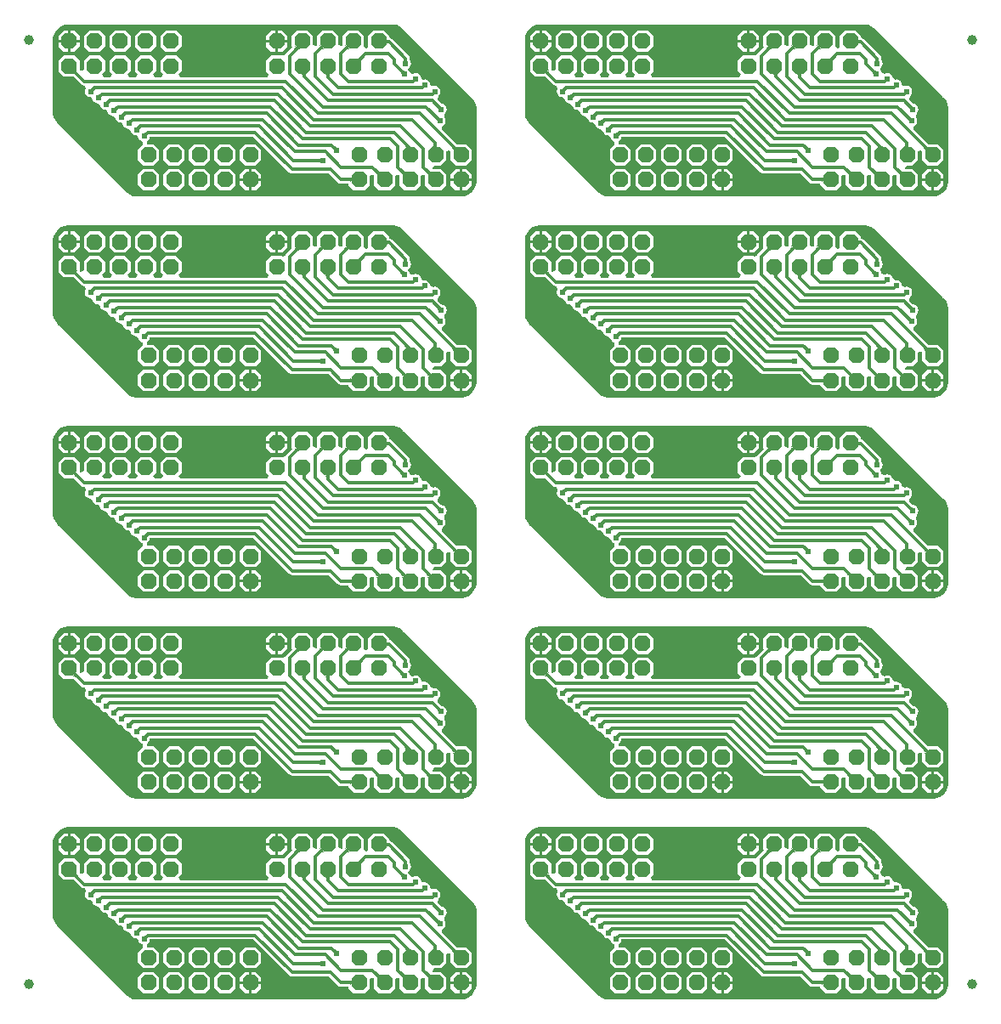
<source format=gtl>
G04*
G04 #@! TF.GenerationSoftware,Altium Limited,Altium Designer,19.1.9 (167)*
G04*
G04 Layer_Physical_Order=1*
G04 Layer_Color=255*
%FSLAX25Y25*%
%MOIN*%
G70*
G01*
G75*
%ADD10C,0.03937*%
%ADD11C,0.01200*%
%ADD12P,0.06818X8X382.5*%
%ADD13C,0.02400*%
G36*
X208661Y384195D02*
X335321D01*
X335936Y384195D01*
X337142Y383956D01*
X338278Y383485D01*
X339301Y382802D01*
X339735Y382367D01*
X366619Y355483D01*
X367054Y355049D01*
X367737Y354026D01*
X368208Y352890D01*
X368447Y351684D01*
X368447Y351069D01*
Y322220D01*
X368208Y321014D01*
X367737Y319878D01*
X367054Y318855D01*
X366184Y317986D01*
X365162Y317302D01*
X364026Y316832D01*
X362820Y316592D01*
X362205D01*
X235545Y316592D01*
X234930D01*
X233724Y316832D01*
X232588Y317302D01*
X231565Y317986D01*
X231131Y318420D01*
X204247Y345304D01*
X203812Y345739D01*
X203129Y346761D01*
X202659Y347897D01*
X202419Y349103D01*
Y377953D01*
X202419Y378568D01*
X202659Y379774D01*
X203129Y380910D01*
X203812Y381932D01*
X204682Y382802D01*
X205704Y383485D01*
X206840Y383956D01*
X208047Y384195D01*
X208661Y384195D01*
D02*
G37*
G36*
X23622D02*
X150282D01*
X150897Y384195D01*
X152103Y383956D01*
X153239Y383485D01*
X154261Y382802D01*
X154696Y382367D01*
X181580Y355483D01*
X182014Y355049D01*
X182698Y354026D01*
X183168Y352890D01*
X183408Y351684D01*
X183408Y351069D01*
Y322220D01*
X183168Y321014D01*
X182698Y319878D01*
X182014Y318855D01*
X181145Y317986D01*
X180122Y317302D01*
X178986Y316832D01*
X177780Y316592D01*
X177165D01*
X50506Y316592D01*
X49891D01*
X48685Y316832D01*
X47549Y317302D01*
X46526Y317986D01*
X46091Y318420D01*
X19208Y345304D01*
X18773Y345739D01*
X18090Y346761D01*
X17619Y347897D01*
X17379Y349103D01*
Y377953D01*
X17379Y378568D01*
X17619Y379774D01*
X18090Y380910D01*
X18773Y381932D01*
X19643Y382802D01*
X20665Y383485D01*
X21801Y383956D01*
X23007Y384195D01*
X23622Y384195D01*
D02*
G37*
G36*
X208661Y305455D02*
X335321D01*
X335936Y305455D01*
X337142Y305215D01*
X338278Y304745D01*
X339301Y304062D01*
X339735Y303627D01*
X366619Y276743D01*
X367054Y276308D01*
X367737Y275286D01*
X368208Y274150D01*
X368447Y272944D01*
X368447Y272329D01*
Y243480D01*
X368208Y242274D01*
X367737Y241137D01*
X367054Y240115D01*
X366184Y239245D01*
X365162Y238562D01*
X364026Y238092D01*
X362820Y237852D01*
X362205D01*
X235545Y237852D01*
X234930D01*
X233724Y238092D01*
X232588Y238562D01*
X231565Y239245D01*
X231131Y239680D01*
X204247Y266564D01*
X203812Y266999D01*
X203129Y268021D01*
X202659Y269157D01*
X202419Y270363D01*
Y299213D01*
X202419Y299827D01*
X202659Y301033D01*
X203129Y302170D01*
X203812Y303192D01*
X204682Y304062D01*
X205704Y304745D01*
X206840Y305215D01*
X208047Y305455D01*
X208661Y305455D01*
D02*
G37*
G36*
X23622D02*
X150282D01*
X150897Y305455D01*
X152103Y305215D01*
X153239Y304745D01*
X154261Y304062D01*
X154696Y303627D01*
X181580Y276743D01*
X182014Y276308D01*
X182698Y275286D01*
X183168Y274150D01*
X183408Y272944D01*
X183408Y272329D01*
Y243480D01*
X183168Y242274D01*
X182698Y241137D01*
X182014Y240115D01*
X181145Y239245D01*
X180122Y238562D01*
X178986Y238092D01*
X177780Y237852D01*
X177165D01*
X50506Y237852D01*
X49891D01*
X48685Y238092D01*
X47549Y238562D01*
X46526Y239245D01*
X46091Y239680D01*
X19208Y266564D01*
X18773Y266999D01*
X18090Y268021D01*
X17619Y269157D01*
X17379Y270363D01*
Y299213D01*
X17379Y299827D01*
X17619Y301033D01*
X18090Y302170D01*
X18773Y303192D01*
X19643Y304062D01*
X20665Y304745D01*
X21801Y305215D01*
X23007Y305455D01*
X23622Y305455D01*
D02*
G37*
G36*
X208661Y226715D02*
X335321D01*
X335936Y226715D01*
X337142Y226475D01*
X338278Y226005D01*
X339301Y225321D01*
X339735Y224887D01*
X366619Y198003D01*
X367054Y197568D01*
X367737Y196546D01*
X368208Y195410D01*
X368447Y194204D01*
X368447Y193589D01*
Y164740D01*
X368208Y163533D01*
X367737Y162397D01*
X367054Y161375D01*
X366184Y160505D01*
X365162Y159822D01*
X364026Y159352D01*
X362820Y159112D01*
X362205D01*
X235545Y159112D01*
X234930D01*
X233724Y159352D01*
X232588Y159822D01*
X231565Y160505D01*
X231131Y160940D01*
X204247Y187824D01*
X203812Y188258D01*
X203129Y189281D01*
X202659Y190417D01*
X202419Y191623D01*
Y220472D01*
X202419Y221087D01*
X202659Y222293D01*
X203129Y223429D01*
X203812Y224452D01*
X204682Y225322D01*
X205704Y226005D01*
X206840Y226475D01*
X208047Y226715D01*
X208661Y226715D01*
D02*
G37*
G36*
X23622D02*
X150282D01*
X150897Y226715D01*
X152103Y226475D01*
X153239Y226005D01*
X154261Y225321D01*
X154696Y224887D01*
X181580Y198003D01*
X182014Y197568D01*
X182698Y196546D01*
X183168Y195410D01*
X183408Y194204D01*
X183408Y193589D01*
Y164740D01*
X183168Y163533D01*
X182698Y162397D01*
X182014Y161375D01*
X181145Y160505D01*
X180122Y159822D01*
X178986Y159352D01*
X177780Y159112D01*
X177165D01*
X50506Y159112D01*
X49891D01*
X48685Y159352D01*
X47549Y159822D01*
X46526Y160505D01*
X46091Y160940D01*
X19208Y187824D01*
X18773Y188258D01*
X18090Y189281D01*
X17619Y190417D01*
X17379Y191623D01*
Y220472D01*
X17379Y221087D01*
X17619Y222293D01*
X18090Y223429D01*
X18773Y224452D01*
X19643Y225322D01*
X20665Y226005D01*
X21801Y226475D01*
X23007Y226715D01*
X23622Y226715D01*
D02*
G37*
G36*
X208661Y147975D02*
X335321D01*
X335936Y147975D01*
X337142Y147735D01*
X338278Y147265D01*
X339301Y146581D01*
X339735Y146147D01*
X366619Y119263D01*
X367054Y118828D01*
X367737Y117806D01*
X368208Y116670D01*
X368447Y115463D01*
X368447Y114849D01*
Y85999D01*
X368208Y84793D01*
X367737Y83657D01*
X367054Y82635D01*
X366184Y81765D01*
X365162Y81082D01*
X364026Y80611D01*
X362820Y80371D01*
X362205D01*
X235545Y80371D01*
X234930D01*
X233724Y80611D01*
X232588Y81082D01*
X231565Y81765D01*
X231131Y82200D01*
X204247Y109083D01*
X203812Y109518D01*
X203129Y110541D01*
X202659Y111677D01*
X202419Y112883D01*
Y141732D01*
X202419Y142347D01*
X202659Y143553D01*
X203129Y144689D01*
X203812Y145712D01*
X204682Y146581D01*
X205704Y147265D01*
X206840Y147735D01*
X208047Y147975D01*
X208661Y147975D01*
D02*
G37*
G36*
X23622D02*
X150282D01*
X150897Y147975D01*
X152103Y147735D01*
X153239Y147265D01*
X154261Y146581D01*
X154696Y146147D01*
X181580Y119263D01*
X182014Y118828D01*
X182698Y117806D01*
X183168Y116670D01*
X183408Y115463D01*
X183408Y114849D01*
Y85999D01*
X183168Y84793D01*
X182698Y83657D01*
X182014Y82635D01*
X181145Y81765D01*
X180122Y81082D01*
X178986Y80611D01*
X177780Y80371D01*
X177165D01*
X50506Y80371D01*
X49891D01*
X48685Y80611D01*
X47549Y81082D01*
X46526Y81765D01*
X46091Y82200D01*
X19208Y109083D01*
X18773Y109518D01*
X18090Y110541D01*
X17619Y111677D01*
X17379Y112883D01*
Y141732D01*
X17379Y142347D01*
X17619Y143553D01*
X18090Y144689D01*
X18773Y145712D01*
X19643Y146581D01*
X20665Y147265D01*
X21801Y147735D01*
X23007Y147975D01*
X23622Y147975D01*
D02*
G37*
G36*
X208661Y69235D02*
X335321D01*
X335936Y69235D01*
X337142Y68995D01*
X338278Y68524D01*
X339301Y67841D01*
X339735Y67406D01*
X366619Y40523D01*
X367054Y40088D01*
X367737Y39066D01*
X368208Y37929D01*
X368447Y36723D01*
X368447Y36108D01*
Y7259D01*
X368208Y6053D01*
X367737Y4917D01*
X367054Y3895D01*
X366184Y3025D01*
X365162Y2342D01*
X364026Y1871D01*
X362820Y1631D01*
X362205D01*
X235545Y1631D01*
X234930D01*
X233724Y1871D01*
X232588Y2342D01*
X231565Y3025D01*
X231131Y3460D01*
X204247Y30343D01*
X203812Y30778D01*
X203129Y31800D01*
X202659Y32937D01*
X202419Y34143D01*
Y62992D01*
X202419Y63607D01*
X202659Y64813D01*
X203129Y65949D01*
X203812Y66972D01*
X204682Y67841D01*
X205704Y68524D01*
X206840Y68995D01*
X208047Y69235D01*
X208661Y69235D01*
D02*
G37*
G36*
X23622D02*
X150282D01*
X150897Y69235D01*
X152103Y68995D01*
X153239Y68524D01*
X154261Y67841D01*
X154696Y67406D01*
X181580Y40523D01*
X182014Y40088D01*
X182698Y39066D01*
X183168Y37929D01*
X183408Y36723D01*
X183408Y36108D01*
Y7259D01*
X183168Y6053D01*
X182698Y4917D01*
X182014Y3895D01*
X181145Y3025D01*
X180122Y2342D01*
X178986Y1871D01*
X177780Y1631D01*
X177165D01*
X50506Y1631D01*
X49891D01*
X48685Y1871D01*
X47549Y2342D01*
X46526Y3025D01*
X46091Y3460D01*
X19208Y30343D01*
X18773Y30778D01*
X18090Y31800D01*
X17619Y32937D01*
X17379Y34143D01*
Y62992D01*
X17379Y63607D01*
X17619Y64813D01*
X18090Y65949D01*
X18773Y66972D01*
X19643Y67841D01*
X20665Y68524D01*
X21801Y68995D01*
X23007Y69235D01*
X23622Y69235D01*
D02*
G37*
%LPC*%
G36*
X292217Y381728D02*
X290642D01*
Y378079D01*
X294291D01*
Y379654D01*
X292217Y381728D01*
D02*
G37*
G36*
X289642D02*
X288067D01*
X285992Y379654D01*
Y378079D01*
X289642D01*
Y381728D01*
D02*
G37*
G36*
X210717D02*
X209142D01*
Y378079D01*
X212791D01*
Y379654D01*
X210717Y381728D01*
D02*
G37*
G36*
X208142D02*
X206567D01*
X204492Y379654D01*
Y378079D01*
X208142D01*
Y381728D01*
D02*
G37*
G36*
X332217D02*
X328067D01*
X325992Y379654D01*
Y375504D01*
X325164Y374635D01*
X325117Y374632D01*
X324951Y374807D01*
X324291Y375716D01*
Y379654D01*
X322217Y381728D01*
X318067D01*
X315992Y379654D01*
Y376014D01*
X315432Y375590D01*
X314291Y376231D01*
Y379654D01*
X312217Y381728D01*
X308067D01*
X305992Y379654D01*
Y376014D01*
X305432Y375590D01*
X304291Y376231D01*
Y379654D01*
X302217Y381728D01*
X298067D01*
X295992Y379654D01*
Y375504D01*
X296251Y375245D01*
X293988Y372982D01*
X293635Y372453D01*
X293602Y372289D01*
X292384Y371810D01*
X292216Y371978D01*
X288066D01*
X285992Y369903D01*
Y365753D01*
X287056Y364689D01*
X286559Y363489D01*
X252223D01*
X251726Y364689D01*
X252791Y365753D01*
Y369903D01*
X250716Y371978D01*
X246566D01*
X244492Y369903D01*
Y365753D01*
X245556Y364689D01*
X245059Y363489D01*
X242223D01*
X241726Y364689D01*
X242791Y365753D01*
Y369903D01*
X240716Y371978D01*
X236566D01*
X234491Y369903D01*
Y365753D01*
X235556Y364689D01*
X235059Y363489D01*
X232223D01*
X231726Y364689D01*
X232791Y365753D01*
Y369903D01*
X230716Y371978D01*
X226566D01*
X224492Y369903D01*
Y365753D01*
X225556Y364689D01*
X225059Y363489D01*
X222223D01*
X221726Y364689D01*
X222791Y365753D01*
Y369903D01*
X220716Y371978D01*
X216566D01*
X214492Y369903D01*
Y366481D01*
X213351Y365839D01*
X212791Y366263D01*
Y369903D01*
X210716Y371978D01*
X206566D01*
X204491Y369903D01*
Y365753D01*
X206566Y363678D01*
X210482D01*
X210492Y363670D01*
X213458Y360704D01*
X213987Y360350D01*
X214612Y360226D01*
X214764D01*
X214783Y360207D01*
X215296Y359026D01*
X215069Y358686D01*
X214898Y357828D01*
X215069Y356970D01*
X215555Y356242D01*
X216283Y355756D01*
X217141Y355585D01*
X218054Y354543D01*
X218069Y354470D01*
X218555Y353742D01*
X219283Y353256D01*
X220141Y353085D01*
X221054Y352043D01*
X221069Y351970D01*
X221555Y351242D01*
X222283Y350756D01*
X223141Y350585D01*
X224054Y349543D01*
X224069Y349470D01*
X224555Y348742D01*
X225283Y348256D01*
X226141Y348085D01*
X227054Y347043D01*
X227069Y346970D01*
X227555Y346242D01*
X228283Y345756D01*
X229141Y345585D01*
X230054Y344543D01*
X230069Y344470D01*
X230555Y343742D01*
X231283Y343256D01*
X232141Y343085D01*
X233054Y342043D01*
X233069Y341970D01*
X233555Y341242D01*
X234283Y340756D01*
X235141Y340585D01*
X236054Y339543D01*
X236069Y339470D01*
X236555Y338742D01*
X237283Y338256D01*
X237478Y338217D01*
X237629Y336963D01*
X235752Y335087D01*
Y330937D01*
X237827Y328862D01*
X241976D01*
X244051Y330937D01*
Y335087D01*
X241976Y337161D01*
X239357D01*
X239170Y337735D01*
X239158Y338361D01*
X239727Y338742D01*
X240213Y339470D01*
X240358Y340197D01*
X280965D01*
X294988Y326174D01*
X295517Y325821D01*
X296141Y325697D01*
X310465D01*
X314054Y322108D01*
X314584Y321754D01*
X315208Y321630D01*
X318350D01*
Y321186D01*
X320425Y319111D01*
X324574D01*
X326649Y321186D01*
Y324608D01*
X327790Y325250D01*
X328350Y324826D01*
Y321186D01*
X330425Y319111D01*
X334574D01*
X336649Y321186D01*
Y324608D01*
X337790Y325250D01*
X338350Y324826D01*
Y321186D01*
X340425Y319111D01*
X344574D01*
X346649Y321186D01*
Y324608D01*
X347790Y325250D01*
X348350Y324826D01*
Y321186D01*
X350425Y319111D01*
X354574D01*
X356649Y321186D01*
Y325336D01*
X354574Y327411D01*
X351584D01*
X351418Y327662D01*
X352065Y328862D01*
X354575D01*
X356650Y330937D01*
Y334259D01*
X357823Y334880D01*
X358350Y334486D01*
Y330937D01*
X360425Y328862D01*
X364575D01*
X366650Y330937D01*
Y335087D01*
X364575Y337161D01*
X360615D01*
X354786Y342990D01*
X354956Y343999D01*
X355130Y344343D01*
X355727Y344742D01*
X356213Y345470D01*
X356384Y346328D01*
X356213Y347186D01*
X355884Y347679D01*
X355759Y348029D01*
X356064Y349133D01*
X356227Y349242D01*
X356714Y349970D01*
X356884Y350828D01*
X356714Y351686D01*
X356227Y352414D01*
X355500Y352900D01*
X354730Y353053D01*
X354721Y353060D01*
X354692Y353084D01*
X353204Y354573D01*
X353162Y354815D01*
X353430Y356043D01*
X353727Y356242D01*
X354214Y356970D01*
X354384Y357828D01*
X354214Y358686D01*
X353727Y359414D01*
X352999Y359900D01*
X352141Y360071D01*
X351533Y359950D01*
X351013Y360121D01*
X350311Y360695D01*
X350214Y361186D01*
X349727Y361914D01*
X349000Y362400D01*
X348141Y362571D01*
X348053Y362554D01*
X347092Y362779D01*
X346765Y363428D01*
X346713Y363686D01*
X346227Y364414D01*
X345499Y364900D01*
X344641Y365071D01*
X343783Y364900D01*
X343533Y364734D01*
X343408Y364744D01*
X342296Y365273D01*
X342214Y365686D01*
X342115Y365834D01*
X341727Y366414D01*
X342357Y367436D01*
X342713Y367970D01*
X342884Y368828D01*
X342713Y369686D01*
X342277Y370339D01*
X342276Y370350D01*
X342272Y370387D01*
Y370828D01*
X342148Y371452D01*
X341795Y371982D01*
X335295Y378482D01*
X334765Y378835D01*
X334291Y378929D01*
Y379654D01*
X332217Y381728D01*
D02*
G37*
G36*
X294291Y377079D02*
X290642D01*
Y373429D01*
X292217D01*
X294291Y375504D01*
Y377079D01*
D02*
G37*
G36*
X289642D02*
X285992D01*
Y375504D01*
X288067Y373429D01*
X289642D01*
Y377079D01*
D02*
G37*
G36*
X250717Y381728D02*
X246567D01*
X244492Y379654D01*
Y375504D01*
X246567Y373429D01*
X250717D01*
X252791Y375504D01*
Y379654D01*
X250717Y381728D01*
D02*
G37*
G36*
X240717D02*
X236567D01*
X234492Y379654D01*
Y375504D01*
X236567Y373429D01*
X240717D01*
X242791Y375504D01*
Y379654D01*
X240717Y381728D01*
D02*
G37*
G36*
X230717D02*
X226567D01*
X224492Y379654D01*
Y375504D01*
X226567Y373429D01*
X230717D01*
X232791Y375504D01*
Y379654D01*
X230717Y381728D01*
D02*
G37*
G36*
X220717D02*
X216567D01*
X214492Y379654D01*
Y375504D01*
X216567Y373429D01*
X220717D01*
X222791Y375504D01*
Y379654D01*
X220717Y381728D01*
D02*
G37*
G36*
X212791Y377079D02*
X209142D01*
Y373429D01*
X210717D01*
X212791Y375504D01*
Y377079D01*
D02*
G37*
G36*
X208142D02*
X204492D01*
Y375504D01*
X206567Y373429D01*
X208142D01*
Y377079D01*
D02*
G37*
G36*
X281976Y337161D02*
X277827D01*
X275752Y335087D01*
Y330937D01*
X277827Y328862D01*
X281976D01*
X284051Y330937D01*
Y335087D01*
X281976Y337161D01*
D02*
G37*
G36*
X271976D02*
X267827D01*
X265752Y335087D01*
Y330937D01*
X267827Y328862D01*
X271976D01*
X274051Y330937D01*
Y335087D01*
X271976Y337161D01*
D02*
G37*
G36*
X261976D02*
X257827D01*
X255752Y335087D01*
Y330937D01*
X257827Y328862D01*
X261976D01*
X264051Y330937D01*
Y335087D01*
X261976Y337161D01*
D02*
G37*
G36*
X251976D02*
X247827D01*
X245752Y335087D01*
Y330937D01*
X247827Y328862D01*
X251976D01*
X254051Y330937D01*
Y335087D01*
X251976Y337161D01*
D02*
G37*
G36*
X281976Y327411D02*
X280401D01*
Y323761D01*
X284051D01*
Y325336D01*
X281976Y327411D01*
D02*
G37*
G36*
X279401D02*
X277826D01*
X275751Y325336D01*
Y323761D01*
X279401D01*
Y327411D01*
D02*
G37*
G36*
X364574D02*
X362999D01*
Y323761D01*
X366649D01*
Y325336D01*
X364574Y327411D01*
D02*
G37*
G36*
X361999D02*
X360425D01*
X358350Y325336D01*
Y323761D01*
X361999D01*
Y327411D01*
D02*
G37*
G36*
X366649Y322761D02*
X362999D01*
Y319111D01*
X364574D01*
X366649Y321186D01*
Y322761D01*
D02*
G37*
G36*
X361999D02*
X358350D01*
Y321186D01*
X360425Y319111D01*
X361999D01*
Y322761D01*
D02*
G37*
G36*
X284051Y322761D02*
X280401D01*
Y319111D01*
X281976D01*
X284051Y321186D01*
Y322761D01*
D02*
G37*
G36*
X279401D02*
X275751D01*
Y321186D01*
X277826Y319111D01*
X279401D01*
Y322761D01*
D02*
G37*
G36*
X271976Y327411D02*
X267826D01*
X265751Y325336D01*
Y321186D01*
X267826Y319111D01*
X271976D01*
X274051Y321186D01*
Y325336D01*
X271976Y327411D01*
D02*
G37*
G36*
X261976D02*
X257826D01*
X255751Y325336D01*
Y321186D01*
X257826Y319111D01*
X261976D01*
X264051Y321186D01*
Y325336D01*
X261976Y327411D01*
D02*
G37*
G36*
X251976D02*
X247826D01*
X245751Y325336D01*
Y321186D01*
X247826Y319111D01*
X251976D01*
X254051Y321186D01*
Y325336D01*
X251976Y327411D01*
D02*
G37*
G36*
X241976D02*
X237826D01*
X235751Y325336D01*
Y321186D01*
X237826Y319111D01*
X241976D01*
X244051Y321186D01*
Y325336D01*
X241976Y327411D01*
D02*
G37*
%LPD*%
G36*
X333276Y378140D02*
X333302Y378096D01*
X333346Y378056D01*
X333407Y378022D01*
X333486Y377993D01*
X333582Y377970D01*
X333696Y377952D01*
X333827Y377939D01*
X334141Y377928D01*
Y376728D01*
X333975Y376725D01*
X333696Y376705D01*
X333582Y376686D01*
X333486Y376663D01*
X333407Y376634D01*
X333346Y376600D01*
X333302Y376560D01*
X333276Y376516D01*
X333267Y376466D01*
Y378190D01*
X333276Y378140D01*
D02*
G37*
G36*
X318701Y374453D02*
X318613Y374523D01*
X318514Y374567D01*
X318405Y374584D01*
X318286Y374574D01*
X318158Y374537D01*
X318019Y374474D01*
X317870Y374384D01*
X317712Y374267D01*
X317543Y374123D01*
X317364Y373953D01*
X316516Y374801D01*
X316686Y374980D01*
X316830Y375149D01*
X316947Y375307D01*
X317037Y375456D01*
X317100Y375595D01*
X317137Y375724D01*
X317147Y375842D01*
X317130Y375951D01*
X317086Y376049D01*
X317016Y376138D01*
X318701Y374453D01*
D02*
G37*
G36*
X308701D02*
X308613Y374523D01*
X308514Y374567D01*
X308405Y374584D01*
X308286Y374574D01*
X308158Y374537D01*
X308019Y374474D01*
X307870Y374384D01*
X307712Y374267D01*
X307543Y374123D01*
X307364Y373953D01*
X306516Y374801D01*
X306686Y374980D01*
X306830Y375149D01*
X306947Y375307D01*
X307037Y375456D01*
X307100Y375595D01*
X307137Y375724D01*
X307147Y375842D01*
X307130Y375951D01*
X307086Y376049D01*
X307016Y376138D01*
X308701Y374453D01*
D02*
G37*
G36*
X299451D02*
X299340Y374500D01*
X299215Y374518D01*
X299078Y374506D01*
X298927Y374464D01*
X298764Y374393D01*
X298588Y374292D01*
X298399Y374162D01*
X298197Y374002D01*
X297982Y373812D01*
X297754Y373593D01*
X296891Y374426D01*
X297069Y374613D01*
X297217Y374787D01*
X297336Y374948D01*
X297424Y375095D01*
X297482Y375230D01*
X297511Y375352D01*
X297509Y375460D01*
X297477Y375556D01*
X297415Y375638D01*
X297323Y375708D01*
X299451Y374453D01*
D02*
G37*
G36*
X323767Y370605D02*
X323597Y370427D01*
X323453Y370258D01*
X323336Y370099D01*
X323246Y369951D01*
X323183Y369812D01*
X323146Y369683D01*
X323136Y369565D01*
X323153Y369456D01*
X323196Y369357D01*
X323267Y369269D01*
X321582Y370954D01*
X321670Y370883D01*
X321769Y370840D01*
X321878Y370823D01*
X321996Y370833D01*
X322125Y370870D01*
X322264Y370933D01*
X322412Y371023D01*
X322571Y371140D01*
X322740Y371284D01*
X322919Y371454D01*
X323767Y370605D01*
D02*
G37*
G36*
X341244Y370458D02*
X341263Y370226D01*
X341280Y370123D01*
X341301Y370028D01*
X341328Y369942D01*
X341359Y369865D01*
X341395Y369796D01*
X341436Y369736D01*
X341481Y369685D01*
X339801D01*
X339847Y369736D01*
X339887Y369796D01*
X339924Y369865D01*
X339955Y369942D01*
X339981Y370028D01*
X340003Y370123D01*
X340019Y370226D01*
X340032Y370338D01*
X340041Y370587D01*
X341241D01*
X341244Y370458D01*
D02*
G37*
G36*
X339414Y366407D02*
X339592Y366256D01*
X339677Y366195D01*
X339759Y366143D01*
X339839Y366101D01*
X339915Y366069D01*
X339989Y366046D01*
X340060Y366032D01*
X340129Y366028D01*
X338941Y364840D01*
X338937Y364909D01*
X338924Y364980D01*
X338900Y365054D01*
X338868Y365131D01*
X338826Y365210D01*
X338774Y365292D01*
X338713Y365377D01*
X338643Y365464D01*
X338473Y365648D01*
X339321Y366496D01*
X339414Y366407D01*
D02*
G37*
G36*
X211696Y366299D02*
X211653Y366200D01*
X211636Y366091D01*
X211646Y365973D01*
X211683Y365844D01*
X211746Y365705D01*
X211836Y365557D01*
X211953Y365398D01*
X212097Y365229D01*
X212267Y365051D01*
X211419Y364202D01*
X211240Y364372D01*
X211071Y364516D01*
X210912Y364633D01*
X210764Y364723D01*
X210625Y364787D01*
X210496Y364823D01*
X210378Y364833D01*
X210269Y364816D01*
X210170Y364773D01*
X210082Y364702D01*
X211767Y366388D01*
X211696Y366299D01*
D02*
G37*
G36*
X301788Y364836D02*
X301712Y364794D01*
X301645Y364730D01*
X301587Y364644D01*
X301538Y364534D01*
X301498Y364401D01*
X301466Y364246D01*
X301444Y364068D01*
X301431Y363867D01*
X301426Y363643D01*
X300226D01*
X300222Y363848D01*
X300186Y364192D01*
X300154Y364330D01*
X300114Y364446D01*
X300065Y364540D01*
X300007Y364611D01*
X299940Y364660D01*
X299864Y364686D01*
X299779Y364690D01*
X301873Y364854D01*
X301788Y364836D01*
D02*
G37*
G36*
X311227Y364678D02*
X311125Y364642D01*
X311035Y364582D01*
X310957Y364498D01*
X310891Y364390D01*
X310837Y364258D01*
X310795Y364102D01*
X310765Y363922D01*
X310747Y363718D01*
X310741Y363490D01*
X309541D01*
X309535Y363718D01*
X309517Y363922D01*
X309487Y364102D01*
X309445Y364258D01*
X309391Y364390D01*
X309325Y364498D01*
X309247Y364582D01*
X309157Y364642D01*
X309055Y364678D01*
X308941Y364690D01*
X311341D01*
X311227Y364678D01*
D02*
G37*
G36*
X218809Y358648D02*
X218720Y358555D01*
X218569Y358377D01*
X218508Y358292D01*
X218456Y358210D01*
X218414Y358131D01*
X218382Y358054D01*
X218359Y357980D01*
X218345Y357909D01*
X218341Y357840D01*
X217153Y359028D01*
X217222Y359032D01*
X217293Y359046D01*
X217367Y359069D01*
X217444Y359101D01*
X217523Y359143D01*
X217605Y359195D01*
X217690Y359256D01*
X217778Y359327D01*
X217961Y359496D01*
X218809Y358648D01*
D02*
G37*
G36*
X221809Y356148D02*
X221720Y356055D01*
X221569Y355877D01*
X221508Y355792D01*
X221456Y355710D01*
X221414Y355631D01*
X221382Y355554D01*
X221359Y355480D01*
X221345Y355409D01*
X221341Y355340D01*
X220153Y356528D01*
X220222Y356532D01*
X220293Y356546D01*
X220367Y356569D01*
X220444Y356601D01*
X220523Y356643D01*
X220605Y356695D01*
X220690Y356756D01*
X220778Y356827D01*
X220961Y356996D01*
X221809Y356148D01*
D02*
G37*
G36*
X224809Y353648D02*
X224720Y353555D01*
X224569Y353377D01*
X224508Y353292D01*
X224456Y353210D01*
X224414Y353131D01*
X224382Y353054D01*
X224359Y352980D01*
X224345Y352909D01*
X224341Y352840D01*
X223153Y354028D01*
X223222Y354032D01*
X223293Y354046D01*
X223367Y354069D01*
X223444Y354101D01*
X223523Y354143D01*
X223605Y354195D01*
X223690Y354256D01*
X223778Y354327D01*
X223961Y354496D01*
X224809Y353648D01*
D02*
G37*
G36*
X227833Y351040D02*
X227743Y350946D01*
X227590Y350770D01*
X227527Y350686D01*
X227473Y350605D01*
X227428Y350527D01*
X227392Y350452D01*
X227365Y350381D01*
X227347Y350312D01*
X227338Y350247D01*
X226246Y351523D01*
X226316Y351522D01*
X226389Y351531D01*
X226464Y351550D01*
X226541Y351579D01*
X226622Y351619D01*
X226704Y351668D01*
X226790Y351727D01*
X226878Y351796D01*
X226968Y351875D01*
X227061Y351965D01*
X227833Y351040D01*
D02*
G37*
G36*
X353914Y352407D02*
X354092Y352256D01*
X354177Y352195D01*
X354259Y352143D01*
X354339Y352101D01*
X354415Y352069D01*
X354489Y352046D01*
X354560Y352032D01*
X354629Y352028D01*
X353441Y350840D01*
X353437Y350909D01*
X353424Y350980D01*
X353400Y351054D01*
X353368Y351131D01*
X353326Y351210D01*
X353274Y351292D01*
X353213Y351377D01*
X353142Y351465D01*
X352973Y351648D01*
X353821Y352496D01*
X353914Y352407D01*
D02*
G37*
G36*
X230809Y348648D02*
X230720Y348555D01*
X230569Y348377D01*
X230508Y348292D01*
X230456Y348210D01*
X230414Y348131D01*
X230382Y348054D01*
X230359Y347980D01*
X230345Y347909D01*
X230341Y347840D01*
X229153Y349028D01*
X229222Y349032D01*
X229293Y349046D01*
X229367Y349069D01*
X229444Y349101D01*
X229523Y349143D01*
X229605Y349195D01*
X229690Y349256D01*
X229778Y349327D01*
X229961Y349496D01*
X230809Y348648D01*
D02*
G37*
G36*
X353414Y347907D02*
X353592Y347756D01*
X353677Y347695D01*
X353759Y347643D01*
X353839Y347601D01*
X353915Y347569D01*
X353989Y347546D01*
X354061Y347532D01*
X354129Y347528D01*
X352941Y346340D01*
X352937Y346409D01*
X352923Y346480D01*
X352900Y346554D01*
X352868Y346631D01*
X352826Y346710D01*
X352774Y346792D01*
X352713Y346877D01*
X352642Y346965D01*
X352473Y347148D01*
X353321Y347996D01*
X353414Y347907D01*
D02*
G37*
G36*
X233809Y346148D02*
X233720Y346055D01*
X233569Y345877D01*
X233508Y345792D01*
X233456Y345710D01*
X233414Y345631D01*
X233382Y345554D01*
X233359Y345480D01*
X233345Y345409D01*
X233341Y345340D01*
X232153Y346528D01*
X232222Y346532D01*
X232293Y346546D01*
X232367Y346569D01*
X232444Y346601D01*
X232523Y346643D01*
X232605Y346695D01*
X232690Y346756D01*
X232778Y346827D01*
X232961Y346996D01*
X233809Y346148D01*
D02*
G37*
G36*
X236809Y343648D02*
X236720Y343555D01*
X236569Y343377D01*
X236508Y343292D01*
X236456Y343210D01*
X236414Y343131D01*
X236382Y343054D01*
X236359Y342980D01*
X236345Y342909D01*
X236341Y342840D01*
X235153Y344028D01*
X235222Y344032D01*
X235293Y344046D01*
X235367Y344069D01*
X235444Y344101D01*
X235523Y344143D01*
X235605Y344195D01*
X235690Y344256D01*
X235778Y344327D01*
X235961Y344496D01*
X236809Y343648D01*
D02*
G37*
G36*
X239809Y341148D02*
X239720Y341055D01*
X239569Y340877D01*
X239508Y340792D01*
X239456Y340710D01*
X239414Y340631D01*
X239382Y340554D01*
X239359Y340480D01*
X239345Y340409D01*
X239341Y340340D01*
X238153Y341528D01*
X238222Y341532D01*
X238293Y341546D01*
X238367Y341569D01*
X238444Y341601D01*
X238523Y341643D01*
X238605Y341695D01*
X238690Y341756D01*
X238778Y341827D01*
X238961Y341996D01*
X239809Y341148D01*
D02*
G37*
G36*
X352747Y337119D02*
X352765Y336913D01*
X352795Y336731D01*
X352837Y336574D01*
X352891Y336440D01*
X352957Y336331D01*
X353035Y336246D01*
X353125Y336186D01*
X353227Y336150D01*
X353341Y336137D01*
X350941D01*
X351055Y336150D01*
X351157Y336186D01*
X351247Y336246D01*
X351325Y336331D01*
X351391Y336440D01*
X351445Y336574D01*
X351487Y336731D01*
X351517Y336913D01*
X351535Y337119D01*
X351541Y337349D01*
X352741D01*
X352747Y337119D01*
D02*
G37*
G36*
X342009Y336817D02*
X342375Y336517D01*
X342552Y336400D01*
X342724Y336303D01*
X342891Y336227D01*
X343054Y336173D01*
X343213Y336140D01*
X343367Y336128D01*
X343517Y336137D01*
X340535Y335737D01*
X340666Y335767D01*
X340758Y335819D01*
X340812Y335892D01*
X340828Y335987D01*
X340806Y336102D01*
X340746Y336239D01*
X340647Y336397D01*
X340511Y336576D01*
X340336Y336776D01*
X340123Y336998D01*
X341820D01*
X342009Y336817D01*
D02*
G37*
G36*
X312914Y336407D02*
X313092Y336256D01*
X313177Y336195D01*
X313259Y336143D01*
X313339Y336101D01*
X313415Y336069D01*
X313489Y336046D01*
X313561Y336032D01*
X313629Y336028D01*
X312441Y334840D01*
X312437Y334909D01*
X312423Y334980D01*
X312400Y335054D01*
X312368Y335131D01*
X312326Y335210D01*
X312274Y335292D01*
X312213Y335377D01*
X312142Y335465D01*
X311973Y335648D01*
X312821Y336496D01*
X312914Y336407D01*
D02*
G37*
G36*
X359878Y336448D02*
X360044Y336307D01*
X360201Y336192D01*
X360348Y336104D01*
X360484Y336043D01*
X360611Y336008D01*
X360727Y336000D01*
X360834Y336019D01*
X360930Y336065D01*
X361017Y336137D01*
X359374Y334410D01*
X359443Y334500D01*
X359484Y334601D01*
X359499Y334712D01*
X359487Y334833D01*
X359448Y334964D01*
X359382Y335104D01*
X359290Y335255D01*
X359171Y335416D01*
X359025Y335587D01*
X358853Y335768D01*
X359701Y336616D01*
X359878Y336448D01*
D02*
G37*
G36*
X307284Y329988D02*
X307233Y330034D01*
X307173Y330074D01*
X307104Y330110D01*
X307027Y330142D01*
X306941Y330168D01*
X306846Y330190D01*
X306743Y330206D01*
X306631Y330218D01*
X306382Y330228D01*
Y331428D01*
X306511Y331430D01*
X306743Y331450D01*
X306846Y331466D01*
X306941Y331488D01*
X307027Y331514D01*
X307104Y331546D01*
X307173Y331582D01*
X307233Y331622D01*
X307284Y331668D01*
Y329988D01*
D02*
G37*
G36*
X349901Y326717D02*
X350069Y326573D01*
X350228Y326456D01*
X350377Y326366D01*
X350516Y326303D01*
X350644Y326266D01*
X350763Y326256D01*
X350871Y326273D01*
X350970Y326316D01*
X351059Y326387D01*
X349374Y324702D01*
X349444Y324790D01*
X349488Y324889D01*
X349504Y324998D01*
X349495Y325116D01*
X349458Y325245D01*
X349394Y325384D01*
X349304Y325532D01*
X349187Y325691D01*
X349044Y325860D01*
X348873Y326039D01*
X349722Y326887D01*
X349901Y326717D01*
D02*
G37*
G36*
X339901D02*
X340069Y326573D01*
X340228Y326456D01*
X340377Y326366D01*
X340515Y326303D01*
X340644Y326266D01*
X340763Y326256D01*
X340872Y326273D01*
X340970Y326316D01*
X341059Y326387D01*
X339374Y324702D01*
X339444Y324790D01*
X339488Y324889D01*
X339504Y324998D01*
X339494Y325116D01*
X339458Y325245D01*
X339394Y325384D01*
X339304Y325532D01*
X339187Y325691D01*
X339044Y325860D01*
X338873Y326039D01*
X339722Y326887D01*
X339901Y326717D01*
D02*
G37*
G36*
X329901D02*
X330069Y326573D01*
X330228Y326456D01*
X330377Y326366D01*
X330516Y326303D01*
X330644Y326266D01*
X330763Y326256D01*
X330872Y326273D01*
X330970Y326316D01*
X331059Y326387D01*
X329374Y324702D01*
X329444Y324790D01*
X329488Y324889D01*
X329504Y324998D01*
X329495Y325116D01*
X329458Y325245D01*
X329394Y325384D01*
X329304Y325532D01*
X329187Y325691D01*
X329044Y325860D01*
X328873Y326039D01*
X329722Y326887D01*
X329901Y326717D01*
D02*
G37*
G36*
X319374Y322061D02*
X319362Y322175D01*
X319325Y322277D01*
X319265Y322367D01*
X319180Y322445D01*
X319071Y322511D01*
X318937Y322565D01*
X318780Y322607D01*
X318598Y322637D01*
X318392Y322655D01*
X318162Y322661D01*
Y323861D01*
X318392Y323867D01*
X318598Y323885D01*
X318780Y323915D01*
X318937Y323957D01*
X319071Y324011D01*
X319180Y324077D01*
X319265Y324155D01*
X319325Y324245D01*
X319362Y324347D01*
X319374Y324461D01*
Y322061D01*
D02*
G37*
%LPC*%
G36*
X107177Y381728D02*
X105602D01*
Y378079D01*
X109252D01*
Y379654D01*
X107177Y381728D01*
D02*
G37*
G36*
X104602D02*
X103028D01*
X100953Y379654D01*
Y378079D01*
X104602D01*
Y381728D01*
D02*
G37*
G36*
X25677D02*
X24102D01*
Y378079D01*
X27752D01*
Y379654D01*
X25677Y381728D01*
D02*
G37*
G36*
X23102D02*
X21528D01*
X19453Y379654D01*
Y378079D01*
X23102D01*
Y381728D01*
D02*
G37*
G36*
X147177D02*
X143028D01*
X140953Y379654D01*
Y375504D01*
X140125Y374635D01*
X140077Y374632D01*
X139912Y374807D01*
X139252Y375716D01*
Y379654D01*
X137177Y381728D01*
X133028D01*
X130953Y379654D01*
Y376014D01*
X130393Y375590D01*
X129252Y376231D01*
Y379654D01*
X127177Y381728D01*
X123028D01*
X120953Y379654D01*
Y376014D01*
X120393Y375590D01*
X119252Y376231D01*
Y379654D01*
X117177Y381728D01*
X113028D01*
X110953Y379654D01*
Y375504D01*
X111212Y375245D01*
X108949Y372982D01*
X108595Y372453D01*
X108563Y372289D01*
X107344Y371810D01*
X107176Y371978D01*
X103027D01*
X100952Y369903D01*
Y365753D01*
X102017Y364689D01*
X101520Y363489D01*
X67184D01*
X66687Y364689D01*
X67751Y365753D01*
Y369903D01*
X65676Y371978D01*
X61527D01*
X59452Y369903D01*
Y365753D01*
X60517Y364689D01*
X60019Y363489D01*
X57184D01*
X56687Y364689D01*
X57751Y365753D01*
Y369903D01*
X55677Y371978D01*
X51527D01*
X49452Y369903D01*
Y365753D01*
X50517Y364689D01*
X50020Y363489D01*
X47184D01*
X46687Y364689D01*
X47751Y365753D01*
Y369903D01*
X45676Y371978D01*
X41527D01*
X39452Y369903D01*
Y365753D01*
X40517Y364689D01*
X40020Y363489D01*
X37184D01*
X36687Y364689D01*
X37751Y365753D01*
Y369903D01*
X35677Y371978D01*
X31527D01*
X29452Y369903D01*
Y366481D01*
X28311Y365839D01*
X27751Y366263D01*
Y369903D01*
X25677Y371978D01*
X21527D01*
X19452Y369903D01*
Y365753D01*
X21527Y363678D01*
X25443D01*
X25453Y363670D01*
X28419Y360704D01*
X28948Y360350D01*
X29572Y360226D01*
X29725D01*
X29744Y360207D01*
X30256Y359026D01*
X30029Y358686D01*
X29859Y357828D01*
X30029Y356970D01*
X30516Y356242D01*
X31243Y355756D01*
X32102Y355585D01*
X33015Y354543D01*
X33029Y354470D01*
X33516Y353742D01*
X34243Y353256D01*
X35102Y353085D01*
X36015Y352043D01*
X36029Y351970D01*
X36516Y351242D01*
X37243Y350756D01*
X38102Y350585D01*
X39015Y349543D01*
X39029Y349470D01*
X39516Y348742D01*
X40243Y348256D01*
X41102Y348085D01*
X42015Y347043D01*
X42029Y346970D01*
X42516Y346242D01*
X43243Y345756D01*
X44102Y345585D01*
X45015Y344543D01*
X45029Y344470D01*
X45516Y343742D01*
X46243Y343256D01*
X47102Y343085D01*
X48015Y342043D01*
X48029Y341970D01*
X48516Y341242D01*
X49243Y340756D01*
X50102Y340585D01*
X51015Y339543D01*
X51029Y339470D01*
X51516Y338742D01*
X52243Y338256D01*
X52438Y338217D01*
X52589Y336963D01*
X50713Y335087D01*
Y330937D01*
X52787Y328862D01*
X56937D01*
X59012Y330937D01*
Y335087D01*
X56937Y337161D01*
X54318D01*
X54131Y337735D01*
X54118Y338361D01*
X54688Y338742D01*
X55174Y339470D01*
X55319Y340197D01*
X95926D01*
X109948Y326174D01*
X110477Y325821D01*
X111102Y325697D01*
X125426D01*
X129015Y322108D01*
X129544Y321754D01*
X130169Y321630D01*
X133310D01*
Y321186D01*
X135385Y319111D01*
X139535D01*
X141610Y321186D01*
Y324608D01*
X142751Y325250D01*
X143310Y324826D01*
Y321186D01*
X145385Y319111D01*
X149535D01*
X151610Y321186D01*
Y324608D01*
X152751Y325250D01*
X153310Y324826D01*
Y321186D01*
X155385Y319111D01*
X159535D01*
X161610Y321186D01*
Y324608D01*
X162751Y325250D01*
X163310Y324826D01*
Y321186D01*
X165385Y319111D01*
X169535D01*
X171610Y321186D01*
Y325336D01*
X169535Y327411D01*
X166544D01*
X166379Y327662D01*
X167026Y328862D01*
X169535D01*
X171610Y330937D01*
Y334259D01*
X172784Y334880D01*
X173311Y334486D01*
Y330937D01*
X175386Y328862D01*
X179535D01*
X181610Y330937D01*
Y335087D01*
X179535Y337161D01*
X175575D01*
X169747Y342990D01*
X169917Y343999D01*
X170091Y344343D01*
X170688Y344742D01*
X171174Y345470D01*
X171345Y346328D01*
X171174Y347186D01*
X170845Y347679D01*
X170720Y348029D01*
X171024Y349133D01*
X171188Y349242D01*
X171674Y349970D01*
X171845Y350828D01*
X171674Y351686D01*
X171188Y352414D01*
X170460Y352900D01*
X169690Y353053D01*
X169681Y353060D01*
X169653Y353084D01*
X168164Y354573D01*
X168122Y354815D01*
X168391Y356043D01*
X168688Y356242D01*
X169174Y356970D01*
X169345Y357828D01*
X169174Y358686D01*
X168688Y359414D01*
X167960Y359900D01*
X167102Y360071D01*
X166493Y359950D01*
X165973Y360121D01*
X165272Y360695D01*
X165174Y361186D01*
X164688Y361914D01*
X163960Y362400D01*
X163102Y362571D01*
X163014Y362554D01*
X162052Y362779D01*
X161725Y363428D01*
X161674Y363686D01*
X161188Y364414D01*
X160460Y364900D01*
X159602Y365071D01*
X158743Y364900D01*
X158494Y364734D01*
X158368Y364744D01*
X157256Y365273D01*
X157174Y365686D01*
X157076Y365834D01*
X156688Y366414D01*
X157318Y367436D01*
X157674Y367970D01*
X157845Y368828D01*
X157674Y369686D01*
X157238Y370339D01*
X157236Y370350D01*
X157233Y370387D01*
Y370828D01*
X157109Y371452D01*
X156755Y371982D01*
X150255Y378482D01*
X149726Y378835D01*
X149252Y378929D01*
Y379654D01*
X147177Y381728D01*
D02*
G37*
G36*
X109252Y377079D02*
X105602D01*
Y373429D01*
X107177D01*
X109252Y375504D01*
Y377079D01*
D02*
G37*
G36*
X104602D02*
X100953D01*
Y375504D01*
X103028Y373429D01*
X104602D01*
Y377079D01*
D02*
G37*
G36*
X65677Y381728D02*
X61528D01*
X59453Y379654D01*
Y375504D01*
X61528Y373429D01*
X65677D01*
X67752Y375504D01*
Y379654D01*
X65677Y381728D01*
D02*
G37*
G36*
X55677D02*
X51528D01*
X49453Y379654D01*
Y375504D01*
X51528Y373429D01*
X55677D01*
X57752Y375504D01*
Y379654D01*
X55677Y381728D01*
D02*
G37*
G36*
X45677D02*
X41528D01*
X39453Y379654D01*
Y375504D01*
X41528Y373429D01*
X45677D01*
X47752Y375504D01*
Y379654D01*
X45677Y381728D01*
D02*
G37*
G36*
X35677D02*
X31528D01*
X29453Y379654D01*
Y375504D01*
X31528Y373429D01*
X35677D01*
X37752Y375504D01*
Y379654D01*
X35677Y381728D01*
D02*
G37*
G36*
X27752Y377079D02*
X24102D01*
Y373429D01*
X25677D01*
X27752Y375504D01*
Y377079D01*
D02*
G37*
G36*
X23102D02*
X19453D01*
Y375504D01*
X21528Y373429D01*
X23102D01*
Y377079D01*
D02*
G37*
G36*
X96937Y337161D02*
X92787D01*
X90713Y335087D01*
Y330937D01*
X92787Y328862D01*
X96937D01*
X99012Y330937D01*
Y335087D01*
X96937Y337161D01*
D02*
G37*
G36*
X86937D02*
X82787D01*
X80713Y335087D01*
Y330937D01*
X82787Y328862D01*
X86937D01*
X89012Y330937D01*
Y335087D01*
X86937Y337161D01*
D02*
G37*
G36*
X76937D02*
X72787D01*
X70713Y335087D01*
Y330937D01*
X72787Y328862D01*
X76937D01*
X79012Y330937D01*
Y335087D01*
X76937Y337161D01*
D02*
G37*
G36*
X66937D02*
X62787D01*
X60713Y335087D01*
Y330937D01*
X62787Y328862D01*
X66937D01*
X69012Y330937D01*
Y335087D01*
X66937Y337161D01*
D02*
G37*
G36*
X96936Y327411D02*
X95362D01*
Y323761D01*
X99011D01*
Y325336D01*
X96936Y327411D01*
D02*
G37*
G36*
X94362D02*
X92787D01*
X90712Y325336D01*
Y323761D01*
X94362D01*
Y327411D01*
D02*
G37*
G36*
X179535D02*
X177960D01*
Y323761D01*
X181610D01*
Y325336D01*
X179535Y327411D01*
D02*
G37*
G36*
X176960D02*
X175385D01*
X173310Y325336D01*
Y323761D01*
X176960D01*
Y327411D01*
D02*
G37*
G36*
X181610Y322761D02*
X177960D01*
Y319111D01*
X179535D01*
X181610Y321186D01*
Y322761D01*
D02*
G37*
G36*
X176960D02*
X173310D01*
Y321186D01*
X175385Y319111D01*
X176960D01*
Y322761D01*
D02*
G37*
G36*
X99011Y322761D02*
X95362D01*
Y319111D01*
X96936D01*
X99011Y321186D01*
Y322761D01*
D02*
G37*
G36*
X94362D02*
X90712D01*
Y321186D01*
X92787Y319111D01*
X94362D01*
Y322761D01*
D02*
G37*
G36*
X86936Y327411D02*
X82787D01*
X80712Y325336D01*
Y321186D01*
X82787Y319111D01*
X86936D01*
X89011Y321186D01*
Y325336D01*
X86936Y327411D01*
D02*
G37*
G36*
X76936D02*
X72787D01*
X70712Y325336D01*
Y321186D01*
X72787Y319111D01*
X76936D01*
X79011Y321186D01*
Y325336D01*
X76936Y327411D01*
D02*
G37*
G36*
X66936D02*
X62787D01*
X60712Y325336D01*
Y321186D01*
X62787Y319111D01*
X66936D01*
X69011Y321186D01*
Y325336D01*
X66936Y327411D01*
D02*
G37*
G36*
X56936D02*
X52787D01*
X50712Y325336D01*
Y321186D01*
X52787Y319111D01*
X56936D01*
X59011Y321186D01*
Y325336D01*
X56936Y327411D01*
D02*
G37*
%LPD*%
G36*
X148237Y378140D02*
X148263Y378096D01*
X148307Y378056D01*
X148368Y378022D01*
X148446Y377993D01*
X148542Y377970D01*
X148656Y377952D01*
X148787Y377939D01*
X149102Y377928D01*
Y376728D01*
X148936Y376725D01*
X148656Y376705D01*
X148542Y376686D01*
X148446Y376663D01*
X148368Y376634D01*
X148307Y376600D01*
X148263Y376560D01*
X148237Y376516D01*
X148228Y376466D01*
Y378190D01*
X148237Y378140D01*
D02*
G37*
G36*
X133662Y374453D02*
X133573Y374523D01*
X133475Y374567D01*
X133366Y374584D01*
X133247Y374574D01*
X133118Y374537D01*
X132980Y374474D01*
X132831Y374384D01*
X132672Y374267D01*
X132504Y374123D01*
X132325Y373953D01*
X131476Y374801D01*
X131647Y374980D01*
X131790Y375149D01*
X131907Y375307D01*
X131997Y375456D01*
X132061Y375595D01*
X132097Y375724D01*
X132107Y375842D01*
X132091Y375951D01*
X132047Y376049D01*
X131977Y376138D01*
X133662Y374453D01*
D02*
G37*
G36*
X123662D02*
X123573Y374523D01*
X123475Y374567D01*
X123366Y374584D01*
X123247Y374574D01*
X123118Y374537D01*
X122980Y374474D01*
X122831Y374384D01*
X122672Y374267D01*
X122504Y374123D01*
X122325Y373953D01*
X121476Y374801D01*
X121647Y374980D01*
X121790Y375149D01*
X121907Y375307D01*
X121997Y375456D01*
X122061Y375595D01*
X122098Y375724D01*
X122107Y375842D01*
X122091Y375951D01*
X122047Y376049D01*
X121977Y376138D01*
X123662Y374453D01*
D02*
G37*
G36*
X114412D02*
X114300Y374500D01*
X114176Y374518D01*
X114038Y374506D01*
X113888Y374464D01*
X113725Y374393D01*
X113548Y374292D01*
X113359Y374162D01*
X113157Y374002D01*
X112943Y373812D01*
X112715Y373593D01*
X111851Y374426D01*
X112030Y374613D01*
X112178Y374787D01*
X112296Y374948D01*
X112385Y375095D01*
X112443Y375230D01*
X112471Y375352D01*
X112469Y375460D01*
X112438Y375556D01*
X112376Y375638D01*
X112284Y375708D01*
X114412Y374453D01*
D02*
G37*
G36*
X138728Y370605D02*
X138557Y370427D01*
X138414Y370258D01*
X138297Y370099D01*
X138207Y369951D01*
X138143Y369812D01*
X138107Y369683D01*
X138097Y369565D01*
X138113Y369456D01*
X138157Y369357D01*
X138227Y369269D01*
X136542Y370954D01*
X136631Y370883D01*
X136730Y370840D01*
X136838Y370823D01*
X136957Y370833D01*
X137086Y370870D01*
X137224Y370933D01*
X137373Y371023D01*
X137532Y371140D01*
X137700Y371284D01*
X137879Y371454D01*
X138728Y370605D01*
D02*
G37*
G36*
X156204Y370458D02*
X156223Y370226D01*
X156240Y370123D01*
X156262Y370028D01*
X156288Y369942D01*
X156319Y369865D01*
X156355Y369796D01*
X156396Y369736D01*
X156442Y369685D01*
X154762D01*
X154807Y369736D01*
X154848Y369796D01*
X154884Y369865D01*
X154915Y369942D01*
X154942Y370028D01*
X154963Y370123D01*
X154980Y370226D01*
X154992Y370338D01*
X155002Y370587D01*
X156202D01*
X156204Y370458D01*
D02*
G37*
G36*
X154375Y366407D02*
X154553Y366256D01*
X154638Y366195D01*
X154720Y366143D01*
X154799Y366101D01*
X154876Y366069D01*
X154950Y366046D01*
X155021Y366032D01*
X155090Y366028D01*
X153902Y364840D01*
X153898Y364909D01*
X153884Y364980D01*
X153861Y365054D01*
X153829Y365131D01*
X153786Y365210D01*
X153735Y365292D01*
X153674Y365377D01*
X153603Y365464D01*
X153434Y365648D01*
X154282Y366496D01*
X154375Y366407D01*
D02*
G37*
G36*
X26657Y366299D02*
X26614Y366200D01*
X26597Y366091D01*
X26607Y365973D01*
X26643Y365844D01*
X26707Y365705D01*
X26797Y365557D01*
X26914Y365398D01*
X27057Y365229D01*
X27228Y365051D01*
X26379Y364202D01*
X26201Y364372D01*
X26032Y364516D01*
X25873Y364633D01*
X25724Y364723D01*
X25586Y364787D01*
X25457Y364823D01*
X25338Y364833D01*
X25230Y364816D01*
X25131Y364773D01*
X25042Y364702D01*
X26727Y366388D01*
X26657Y366299D01*
D02*
G37*
G36*
X116749Y364836D02*
X116673Y364794D01*
X116606Y364730D01*
X116548Y364644D01*
X116499Y364534D01*
X116458Y364401D01*
X116427Y364246D01*
X116405Y364068D01*
X116391Y363867D01*
X116387Y363643D01*
X115187D01*
X115182Y363848D01*
X115147Y364192D01*
X115115Y364330D01*
X115075Y364446D01*
X115026Y364540D01*
X114968Y364611D01*
X114900Y364660D01*
X114824Y364686D01*
X114739Y364690D01*
X116834Y364854D01*
X116749Y364836D01*
D02*
G37*
G36*
X126188Y364678D02*
X126086Y364642D01*
X125996Y364582D01*
X125918Y364498D01*
X125852Y364390D01*
X125798Y364258D01*
X125756Y364102D01*
X125726Y363922D01*
X125708Y363718D01*
X125702Y363490D01*
X124502D01*
X124496Y363718D01*
X124478Y363922D01*
X124448Y364102D01*
X124406Y364258D01*
X124352Y364390D01*
X124286Y364498D01*
X124208Y364582D01*
X124118Y364642D01*
X124016Y364678D01*
X123902Y364690D01*
X126302D01*
X126188Y364678D01*
D02*
G37*
G36*
X33770Y358648D02*
X33680Y358555D01*
X33530Y358377D01*
X33469Y358292D01*
X33417Y358210D01*
X33375Y358131D01*
X33342Y358054D01*
X33319Y357980D01*
X33306Y357909D01*
X33302Y357840D01*
X32114Y359028D01*
X32182Y359032D01*
X32254Y359046D01*
X32328Y359069D01*
X32404Y359101D01*
X32484Y359143D01*
X32566Y359195D01*
X32651Y359256D01*
X32738Y359327D01*
X32921Y359496D01*
X33770Y358648D01*
D02*
G37*
G36*
X36770Y356148D02*
X36680Y356055D01*
X36530Y355877D01*
X36469Y355792D01*
X36417Y355710D01*
X36375Y355631D01*
X36342Y355554D01*
X36319Y355480D01*
X36306Y355409D01*
X36302Y355340D01*
X35114Y356528D01*
X35182Y356532D01*
X35254Y356546D01*
X35328Y356569D01*
X35404Y356601D01*
X35484Y356643D01*
X35566Y356695D01*
X35651Y356756D01*
X35738Y356827D01*
X35921Y356996D01*
X36770Y356148D01*
D02*
G37*
G36*
X39770Y353648D02*
X39680Y353555D01*
X39530Y353377D01*
X39469Y353292D01*
X39417Y353210D01*
X39375Y353131D01*
X39342Y353054D01*
X39319Y352980D01*
X39306Y352909D01*
X39302Y352840D01*
X38114Y354028D01*
X38182Y354032D01*
X38254Y354046D01*
X38328Y354069D01*
X38404Y354101D01*
X38484Y354143D01*
X38566Y354195D01*
X38651Y354256D01*
X38738Y354327D01*
X38921Y354496D01*
X39770Y353648D01*
D02*
G37*
G36*
X42794Y351040D02*
X42704Y350946D01*
X42551Y350770D01*
X42487Y350686D01*
X42434Y350605D01*
X42388Y350527D01*
X42353Y350452D01*
X42326Y350381D01*
X42308Y350312D01*
X42299Y350247D01*
X41207Y351523D01*
X41277Y351522D01*
X41349Y351531D01*
X41424Y351550D01*
X41502Y351579D01*
X41582Y351619D01*
X41665Y351668D01*
X41750Y351727D01*
X41838Y351796D01*
X41929Y351875D01*
X42022Y351965D01*
X42794Y351040D01*
D02*
G37*
G36*
X168875Y352407D02*
X169053Y352256D01*
X169138Y352195D01*
X169220Y352143D01*
X169299Y352101D01*
X169376Y352069D01*
X169450Y352046D01*
X169521Y352032D01*
X169590Y352028D01*
X168402Y350840D01*
X168398Y350909D01*
X168384Y350980D01*
X168361Y351054D01*
X168328Y351131D01*
X168286Y351210D01*
X168235Y351292D01*
X168174Y351377D01*
X168103Y351465D01*
X167933Y351648D01*
X168782Y352496D01*
X168875Y352407D01*
D02*
G37*
G36*
X45770Y348648D02*
X45680Y348555D01*
X45530Y348377D01*
X45469Y348292D01*
X45417Y348210D01*
X45375Y348131D01*
X45342Y348054D01*
X45319Y347980D01*
X45306Y347909D01*
X45302Y347840D01*
X44114Y349028D01*
X44182Y349032D01*
X44254Y349046D01*
X44328Y349069D01*
X44404Y349101D01*
X44484Y349143D01*
X44566Y349195D01*
X44651Y349256D01*
X44738Y349327D01*
X44921Y349496D01*
X45770Y348648D01*
D02*
G37*
G36*
X168375Y347907D02*
X168553Y347756D01*
X168638Y347695D01*
X168720Y347643D01*
X168799Y347601D01*
X168876Y347569D01*
X168950Y347546D01*
X169021Y347532D01*
X169090Y347528D01*
X167902Y346340D01*
X167898Y346409D01*
X167884Y346480D01*
X167861Y346554D01*
X167829Y346631D01*
X167786Y346710D01*
X167735Y346792D01*
X167674Y346877D01*
X167603Y346965D01*
X167434Y347148D01*
X168282Y347996D01*
X168375Y347907D01*
D02*
G37*
G36*
X48770Y346148D02*
X48680Y346055D01*
X48530Y345877D01*
X48469Y345792D01*
X48417Y345710D01*
X48375Y345631D01*
X48342Y345554D01*
X48319Y345480D01*
X48306Y345409D01*
X48302Y345340D01*
X47114Y346528D01*
X47182Y346532D01*
X47254Y346546D01*
X47328Y346569D01*
X47404Y346601D01*
X47484Y346643D01*
X47566Y346695D01*
X47651Y346756D01*
X47738Y346827D01*
X47921Y346996D01*
X48770Y346148D01*
D02*
G37*
G36*
X51770Y343648D02*
X51680Y343555D01*
X51530Y343377D01*
X51469Y343292D01*
X51417Y343210D01*
X51375Y343131D01*
X51342Y343054D01*
X51319Y342980D01*
X51306Y342909D01*
X51302Y342840D01*
X50114Y344028D01*
X50182Y344032D01*
X50254Y344046D01*
X50328Y344069D01*
X50404Y344101D01*
X50484Y344143D01*
X50566Y344195D01*
X50651Y344256D01*
X50738Y344327D01*
X50921Y344496D01*
X51770Y343648D01*
D02*
G37*
G36*
X54770Y341148D02*
X54680Y341055D01*
X54530Y340877D01*
X54469Y340792D01*
X54417Y340710D01*
X54375Y340631D01*
X54342Y340554D01*
X54319Y340480D01*
X54306Y340409D01*
X54302Y340340D01*
X53114Y341528D01*
X53182Y341532D01*
X53254Y341546D01*
X53328Y341569D01*
X53404Y341601D01*
X53484Y341643D01*
X53566Y341695D01*
X53651Y341756D01*
X53738Y341827D01*
X53921Y341996D01*
X54770Y341148D01*
D02*
G37*
G36*
X167708Y337119D02*
X167726Y336913D01*
X167756Y336731D01*
X167798Y336574D01*
X167852Y336440D01*
X167918Y336331D01*
X167996Y336246D01*
X168086Y336186D01*
X168188Y336150D01*
X168302Y336137D01*
X165902D01*
X166016Y336150D01*
X166118Y336186D01*
X166208Y336246D01*
X166286Y336331D01*
X166352Y336440D01*
X166406Y336574D01*
X166448Y336731D01*
X166478Y336913D01*
X166496Y337119D01*
X166502Y337349D01*
X167702D01*
X167708Y337119D01*
D02*
G37*
G36*
X156970Y336817D02*
X157336Y336517D01*
X157512Y336400D01*
X157684Y336303D01*
X157852Y336227D01*
X158015Y336173D01*
X158174Y336140D01*
X158328Y336128D01*
X158477Y336137D01*
X155496Y335737D01*
X155627Y335767D01*
X155719Y335819D01*
X155773Y335892D01*
X155789Y335987D01*
X155767Y336102D01*
X155707Y336239D01*
X155608Y336397D01*
X155471Y336576D01*
X155296Y336776D01*
X155083Y336998D01*
X156780D01*
X156970Y336817D01*
D02*
G37*
G36*
X127875Y336407D02*
X128053Y336256D01*
X128138Y336195D01*
X128220Y336143D01*
X128299Y336101D01*
X128376Y336069D01*
X128450Y336046D01*
X128521Y336032D01*
X128590Y336028D01*
X127402Y334840D01*
X127398Y334909D01*
X127384Y334980D01*
X127361Y335054D01*
X127329Y335131D01*
X127286Y335210D01*
X127235Y335292D01*
X127174Y335377D01*
X127103Y335465D01*
X126934Y335648D01*
X127782Y336496D01*
X127875Y336407D01*
D02*
G37*
G36*
X174838Y336448D02*
X175005Y336307D01*
X175162Y336192D01*
X175308Y336104D01*
X175445Y336043D01*
X175571Y336008D01*
X175688Y336000D01*
X175794Y336019D01*
X175891Y336065D01*
X175977Y336137D01*
X174335Y334410D01*
X174403Y334500D01*
X174445Y334601D01*
X174459Y334712D01*
X174447Y334833D01*
X174408Y334964D01*
X174343Y335104D01*
X174251Y335255D01*
X174132Y335416D01*
X173986Y335587D01*
X173813Y335768D01*
X174662Y336616D01*
X174838Y336448D01*
D02*
G37*
G36*
X122245Y329988D02*
X122193Y330034D01*
X122133Y330074D01*
X122065Y330110D01*
X121987Y330142D01*
X121902Y330168D01*
X121807Y330190D01*
X121704Y330206D01*
X121592Y330218D01*
X121343Y330228D01*
Y331428D01*
X121472Y331430D01*
X121704Y331450D01*
X121807Y331466D01*
X121902Y331488D01*
X121987Y331514D01*
X122065Y331546D01*
X122133Y331582D01*
X122193Y331622D01*
X122245Y331668D01*
Y329988D01*
D02*
G37*
G36*
X164861Y326717D02*
X165030Y326573D01*
X165189Y326456D01*
X165337Y326366D01*
X165476Y326303D01*
X165605Y326266D01*
X165724Y326256D01*
X165832Y326273D01*
X165931Y326316D01*
X166019Y326387D01*
X164334Y324702D01*
X164405Y324790D01*
X164448Y324889D01*
X164465Y324998D01*
X164455Y325116D01*
X164418Y325245D01*
X164355Y325384D01*
X164265Y325532D01*
X164148Y325691D01*
X164004Y325860D01*
X163834Y326039D01*
X164682Y326887D01*
X164861Y326717D01*
D02*
G37*
G36*
X154861D02*
X155030Y326573D01*
X155189Y326456D01*
X155337Y326366D01*
X155476Y326303D01*
X155605Y326266D01*
X155724Y326256D01*
X155832Y326273D01*
X155931Y326316D01*
X156019Y326387D01*
X154334Y324702D01*
X154405Y324790D01*
X154448Y324889D01*
X154465Y324998D01*
X154455Y325116D01*
X154418Y325245D01*
X154355Y325384D01*
X154265Y325532D01*
X154148Y325691D01*
X154004Y325860D01*
X153834Y326039D01*
X154683Y326887D01*
X154861Y326717D01*
D02*
G37*
G36*
X144861D02*
X145030Y326573D01*
X145189Y326456D01*
X145337Y326366D01*
X145476Y326303D01*
X145605Y326266D01*
X145723Y326256D01*
X145832Y326273D01*
X145931Y326316D01*
X146019Y326387D01*
X144334Y324702D01*
X144405Y324790D01*
X144448Y324889D01*
X144465Y324998D01*
X144455Y325116D01*
X144418Y325245D01*
X144355Y325384D01*
X144265Y325532D01*
X144148Y325691D01*
X144004Y325860D01*
X143834Y326039D01*
X144683Y326887D01*
X144861Y326717D01*
D02*
G37*
G36*
X134334Y322061D02*
X134322Y322175D01*
X134286Y322277D01*
X134225Y322367D01*
X134141Y322445D01*
X134031Y322511D01*
X133898Y322565D01*
X133740Y322607D01*
X133559Y322637D01*
X133353Y322655D01*
X133122Y322661D01*
Y323861D01*
X133353Y323867D01*
X133559Y323885D01*
X133740Y323915D01*
X133898Y323957D01*
X134031Y324011D01*
X134141Y324077D01*
X134225Y324155D01*
X134286Y324245D01*
X134322Y324347D01*
X134334Y324461D01*
Y322061D01*
D02*
G37*
%LPC*%
G36*
X292217Y302988D02*
X290642D01*
Y299339D01*
X294291D01*
Y300913D01*
X292217Y302988D01*
D02*
G37*
G36*
X289642D02*
X288067D01*
X285992Y300913D01*
Y299339D01*
X289642D01*
Y302988D01*
D02*
G37*
G36*
X210717D02*
X209142D01*
Y299339D01*
X212791D01*
Y300913D01*
X210717Y302988D01*
D02*
G37*
G36*
X208142D02*
X206567D01*
X204492Y300913D01*
Y299339D01*
X208142D01*
Y302988D01*
D02*
G37*
G36*
X332217D02*
X328067D01*
X325992Y300913D01*
Y296764D01*
X325164Y295895D01*
X325117Y295892D01*
X324951Y296067D01*
X324291Y296976D01*
Y300913D01*
X322217Y302988D01*
X318067D01*
X315992Y300913D01*
Y297273D01*
X315432Y296850D01*
X314291Y297491D01*
Y300913D01*
X312217Y302988D01*
X308067D01*
X305992Y300913D01*
Y297273D01*
X305432Y296850D01*
X304291Y297491D01*
Y300913D01*
X302217Y302988D01*
X298067D01*
X295992Y300913D01*
Y296764D01*
X296251Y296505D01*
X293988Y294242D01*
X293635Y293713D01*
X293602Y293548D01*
X292384Y293070D01*
X292216Y293237D01*
X288066D01*
X285992Y291163D01*
Y287013D01*
X287056Y285949D01*
X286559Y284749D01*
X252223D01*
X251726Y285949D01*
X252791Y287013D01*
Y291163D01*
X250716Y293237D01*
X246566D01*
X244492Y291163D01*
Y287013D01*
X245556Y285949D01*
X245059Y284749D01*
X242223D01*
X241726Y285949D01*
X242791Y287013D01*
Y291163D01*
X240716Y293237D01*
X236566D01*
X234491Y291163D01*
Y287013D01*
X235556Y285949D01*
X235059Y284749D01*
X232223D01*
X231726Y285949D01*
X232791Y287013D01*
Y291163D01*
X230716Y293237D01*
X226566D01*
X224492Y291163D01*
Y287013D01*
X225556Y285949D01*
X225059Y284749D01*
X222223D01*
X221726Y285949D01*
X222791Y287013D01*
Y291163D01*
X220716Y293237D01*
X216566D01*
X214492Y291163D01*
Y287740D01*
X213351Y287099D01*
X212791Y287523D01*
Y291163D01*
X210716Y293237D01*
X206566D01*
X204491Y291163D01*
Y287013D01*
X206566Y284938D01*
X210482D01*
X210492Y284930D01*
X213458Y281964D01*
X213987Y281610D01*
X214612Y281486D01*
X214764D01*
X214783Y281467D01*
X215296Y280286D01*
X215069Y279946D01*
X214898Y279088D01*
X215069Y278229D01*
X215555Y277502D01*
X216283Y277015D01*
X217141Y276845D01*
X218054Y275803D01*
X218069Y275729D01*
X218555Y275002D01*
X219283Y274516D01*
X220141Y274345D01*
X221054Y273303D01*
X221069Y273229D01*
X221555Y272502D01*
X222283Y272016D01*
X223141Y271845D01*
X224054Y270803D01*
X224069Y270729D01*
X224555Y270002D01*
X225283Y269515D01*
X226141Y269345D01*
X227054Y268303D01*
X227069Y268229D01*
X227555Y267502D01*
X228283Y267016D01*
X229141Y266845D01*
X230054Y265803D01*
X230069Y265729D01*
X230555Y265002D01*
X231283Y264515D01*
X232141Y264345D01*
X233054Y263303D01*
X233069Y263229D01*
X233555Y262502D01*
X234283Y262016D01*
X235141Y261845D01*
X236054Y260803D01*
X236069Y260729D01*
X236555Y260002D01*
X237283Y259516D01*
X237478Y259477D01*
X237629Y258223D01*
X235752Y256346D01*
Y252197D01*
X237827Y250122D01*
X241976D01*
X244051Y252197D01*
Y256346D01*
X241976Y258421D01*
X239357D01*
X239170Y258994D01*
X239158Y259621D01*
X239727Y260002D01*
X240213Y260729D01*
X240358Y261456D01*
X280965D01*
X294988Y247434D01*
X295517Y247081D01*
X296141Y246956D01*
X310465D01*
X314054Y243367D01*
X314584Y243014D01*
X315208Y242890D01*
X318350D01*
Y242446D01*
X320425Y240371D01*
X324574D01*
X326649Y242446D01*
Y245868D01*
X327790Y246510D01*
X328350Y246086D01*
Y242446D01*
X330425Y240371D01*
X334574D01*
X336649Y242446D01*
Y245868D01*
X337790Y246510D01*
X338350Y246086D01*
Y242446D01*
X340425Y240371D01*
X344574D01*
X346649Y242446D01*
Y245868D01*
X347790Y246510D01*
X348350Y246086D01*
Y242446D01*
X350425Y240371D01*
X354574D01*
X356649Y242446D01*
Y246596D01*
X354574Y248671D01*
X351584D01*
X351418Y248922D01*
X352065Y250122D01*
X354575D01*
X356650Y252197D01*
Y255518D01*
X357823Y256140D01*
X358350Y255745D01*
Y252197D01*
X360425Y250122D01*
X364575D01*
X366650Y252197D01*
Y256346D01*
X364575Y258421D01*
X360615D01*
X354786Y264250D01*
X354956Y265258D01*
X355130Y265603D01*
X355727Y266002D01*
X356213Y266729D01*
X356384Y267588D01*
X356213Y268446D01*
X355884Y268939D01*
X355759Y269289D01*
X356064Y270392D01*
X356227Y270502D01*
X356714Y271229D01*
X356884Y272088D01*
X356714Y272946D01*
X356227Y273674D01*
X355500Y274160D01*
X354730Y274313D01*
X354721Y274320D01*
X354692Y274344D01*
X353204Y275833D01*
X353162Y276075D01*
X353430Y277303D01*
X353727Y277502D01*
X354214Y278229D01*
X354384Y279088D01*
X354214Y279946D01*
X353727Y280674D01*
X352999Y281160D01*
X352141Y281331D01*
X351533Y281210D01*
X351013Y281381D01*
X350311Y281954D01*
X350214Y282446D01*
X349727Y283174D01*
X349000Y283660D01*
X348141Y283831D01*
X348053Y283814D01*
X347092Y284039D01*
X346765Y284688D01*
X346713Y284946D01*
X346227Y285674D01*
X345499Y286160D01*
X344641Y286331D01*
X343783Y286160D01*
X343533Y285994D01*
X343408Y286004D01*
X342296Y286533D01*
X342214Y286946D01*
X342115Y287093D01*
X341727Y287674D01*
X342357Y288696D01*
X342713Y289229D01*
X342884Y290088D01*
X342713Y290946D01*
X342277Y291599D01*
X342276Y291610D01*
X342272Y291647D01*
Y292088D01*
X342148Y292712D01*
X341795Y293241D01*
X335295Y299741D01*
X334765Y300095D01*
X334291Y300189D01*
Y300913D01*
X332217Y302988D01*
D02*
G37*
G36*
X294291Y298339D02*
X290642D01*
Y294689D01*
X292217D01*
X294291Y296764D01*
Y298339D01*
D02*
G37*
G36*
X289642D02*
X285992D01*
Y296764D01*
X288067Y294689D01*
X289642D01*
Y298339D01*
D02*
G37*
G36*
X250717Y302988D02*
X246567D01*
X244492Y300913D01*
Y296764D01*
X246567Y294689D01*
X250717D01*
X252791Y296764D01*
Y300913D01*
X250717Y302988D01*
D02*
G37*
G36*
X240717D02*
X236567D01*
X234492Y300913D01*
Y296764D01*
X236567Y294689D01*
X240717D01*
X242791Y296764D01*
Y300913D01*
X240717Y302988D01*
D02*
G37*
G36*
X230717D02*
X226567D01*
X224492Y300913D01*
Y296764D01*
X226567Y294689D01*
X230717D01*
X232791Y296764D01*
Y300913D01*
X230717Y302988D01*
D02*
G37*
G36*
X220717D02*
X216567D01*
X214492Y300913D01*
Y296764D01*
X216567Y294689D01*
X220717D01*
X222791Y296764D01*
Y300913D01*
X220717Y302988D01*
D02*
G37*
G36*
X212791Y298339D02*
X209142D01*
Y294689D01*
X210717D01*
X212791Y296764D01*
Y298339D01*
D02*
G37*
G36*
X208142D02*
X204492D01*
Y296764D01*
X206567Y294689D01*
X208142D01*
Y298339D01*
D02*
G37*
G36*
X281976Y258421D02*
X277827D01*
X275752Y256346D01*
Y252197D01*
X277827Y250122D01*
X281976D01*
X284051Y252197D01*
Y256346D01*
X281976Y258421D01*
D02*
G37*
G36*
X271976D02*
X267827D01*
X265752Y256346D01*
Y252197D01*
X267827Y250122D01*
X271976D01*
X274051Y252197D01*
Y256346D01*
X271976Y258421D01*
D02*
G37*
G36*
X261976D02*
X257827D01*
X255752Y256346D01*
Y252197D01*
X257827Y250122D01*
X261976D01*
X264051Y252197D01*
Y256346D01*
X261976Y258421D01*
D02*
G37*
G36*
X251976D02*
X247827D01*
X245752Y256346D01*
Y252197D01*
X247827Y250122D01*
X251976D01*
X254051Y252197D01*
Y256346D01*
X251976Y258421D01*
D02*
G37*
G36*
X281976Y248671D02*
X280401D01*
Y245021D01*
X284051D01*
Y246596D01*
X281976Y248671D01*
D02*
G37*
G36*
X279401D02*
X277826D01*
X275751Y246596D01*
Y245021D01*
X279401D01*
Y248671D01*
D02*
G37*
G36*
X364574D02*
X362999D01*
Y245021D01*
X366649D01*
Y246596D01*
X364574Y248671D01*
D02*
G37*
G36*
X361999D02*
X360425D01*
X358350Y246596D01*
Y245021D01*
X361999D01*
Y248671D01*
D02*
G37*
G36*
X366649Y244021D02*
X362999D01*
Y240371D01*
X364574D01*
X366649Y242446D01*
Y244021D01*
D02*
G37*
G36*
X361999D02*
X358350D01*
Y242446D01*
X360425Y240371D01*
X361999D01*
Y244021D01*
D02*
G37*
G36*
X284051Y244021D02*
X280401D01*
Y240371D01*
X281976D01*
X284051Y242446D01*
Y244021D01*
D02*
G37*
G36*
X279401D02*
X275751D01*
Y242446D01*
X277826Y240371D01*
X279401D01*
Y244021D01*
D02*
G37*
G36*
X271976Y248671D02*
X267826D01*
X265751Y246596D01*
Y242446D01*
X267826Y240371D01*
X271976D01*
X274051Y242446D01*
Y246596D01*
X271976Y248671D01*
D02*
G37*
G36*
X261976D02*
X257826D01*
X255751Y246596D01*
Y242446D01*
X257826Y240371D01*
X261976D01*
X264051Y242446D01*
Y246596D01*
X261976Y248671D01*
D02*
G37*
G36*
X251976D02*
X247826D01*
X245751Y246596D01*
Y242446D01*
X247826Y240371D01*
X251976D01*
X254051Y242446D01*
Y246596D01*
X251976Y248671D01*
D02*
G37*
G36*
X241976D02*
X237826D01*
X235751Y246596D01*
Y242446D01*
X237826Y240371D01*
X241976D01*
X244051Y242446D01*
Y246596D01*
X241976Y248671D01*
D02*
G37*
%LPD*%
G36*
X333276Y299400D02*
X333302Y299355D01*
X333346Y299316D01*
X333407Y299282D01*
X333486Y299253D01*
X333582Y299230D01*
X333696Y299211D01*
X333827Y299198D01*
X334141Y299188D01*
Y297988D01*
X333975Y297985D01*
X333696Y297964D01*
X333582Y297946D01*
X333486Y297922D01*
X333407Y297894D01*
X333346Y297860D01*
X333302Y297820D01*
X333276Y297776D01*
X333267Y297726D01*
Y299450D01*
X333276Y299400D01*
D02*
G37*
G36*
X318701Y295713D02*
X318613Y295783D01*
X318514Y295827D01*
X318405Y295844D01*
X318286Y295834D01*
X318158Y295797D01*
X318019Y295734D01*
X317870Y295643D01*
X317712Y295527D01*
X317543Y295383D01*
X317364Y295213D01*
X316516Y296061D01*
X316686Y296240D01*
X316830Y296409D01*
X316947Y296567D01*
X317037Y296716D01*
X317100Y296855D01*
X317137Y296983D01*
X317147Y297102D01*
X317130Y297211D01*
X317086Y297309D01*
X317016Y297398D01*
X318701Y295713D01*
D02*
G37*
G36*
X308701D02*
X308613Y295783D01*
X308514Y295827D01*
X308405Y295844D01*
X308286Y295834D01*
X308158Y295797D01*
X308019Y295734D01*
X307870Y295643D01*
X307712Y295527D01*
X307543Y295383D01*
X307364Y295213D01*
X306516Y296061D01*
X306686Y296240D01*
X306830Y296409D01*
X306947Y296567D01*
X307037Y296716D01*
X307100Y296855D01*
X307137Y296983D01*
X307147Y297102D01*
X307130Y297211D01*
X307086Y297309D01*
X307016Y297398D01*
X308701Y295713D01*
D02*
G37*
G36*
X299451D02*
X299340Y295760D01*
X299215Y295778D01*
X299078Y295766D01*
X298927Y295724D01*
X298764Y295653D01*
X298588Y295552D01*
X298399Y295422D01*
X298197Y295262D01*
X297982Y295072D01*
X297754Y294852D01*
X296891Y295686D01*
X297069Y295873D01*
X297217Y296047D01*
X297336Y296207D01*
X297424Y296355D01*
X297482Y296490D01*
X297511Y296611D01*
X297509Y296720D01*
X297477Y296815D01*
X297415Y296898D01*
X297323Y296967D01*
X299451Y295713D01*
D02*
G37*
G36*
X323767Y291865D02*
X323597Y291687D01*
X323453Y291518D01*
X323336Y291359D01*
X323246Y291210D01*
X323183Y291072D01*
X323146Y290943D01*
X323136Y290824D01*
X323153Y290716D01*
X323196Y290617D01*
X323267Y290528D01*
X321582Y292214D01*
X321670Y292143D01*
X321769Y292100D01*
X321878Y292083D01*
X321996Y292093D01*
X322125Y292129D01*
X322264Y292193D01*
X322412Y292283D01*
X322571Y292400D01*
X322740Y292544D01*
X322919Y292714D01*
X323767Y291865D01*
D02*
G37*
G36*
X341244Y291718D02*
X341263Y291486D01*
X341280Y291383D01*
X341301Y291288D01*
X341328Y291202D01*
X341359Y291125D01*
X341395Y291056D01*
X341436Y290996D01*
X341481Y290945D01*
X339801D01*
X339847Y290996D01*
X339887Y291056D01*
X339924Y291125D01*
X339955Y291202D01*
X339981Y291288D01*
X340003Y291383D01*
X340019Y291486D01*
X340032Y291598D01*
X340041Y291847D01*
X341241D01*
X341244Y291718D01*
D02*
G37*
G36*
X339414Y287667D02*
X339592Y287516D01*
X339677Y287455D01*
X339759Y287403D01*
X339839Y287361D01*
X339915Y287329D01*
X339989Y287305D01*
X340060Y287292D01*
X340129Y287288D01*
X338941Y286100D01*
X338937Y286168D01*
X338924Y286240D01*
X338900Y286314D01*
X338868Y286390D01*
X338826Y286470D01*
X338774Y286552D01*
X338713Y286637D01*
X338643Y286724D01*
X338473Y286908D01*
X339321Y287756D01*
X339414Y287667D01*
D02*
G37*
G36*
X211696Y287559D02*
X211653Y287460D01*
X211636Y287351D01*
X211646Y287233D01*
X211683Y287104D01*
X211746Y286965D01*
X211836Y286817D01*
X211953Y286658D01*
X212097Y286489D01*
X212267Y286310D01*
X211419Y285462D01*
X211240Y285632D01*
X211071Y285776D01*
X210912Y285893D01*
X210764Y285983D01*
X210625Y286046D01*
X210496Y286083D01*
X210378Y286093D01*
X210269Y286076D01*
X210170Y286033D01*
X210082Y285962D01*
X211767Y287647D01*
X211696Y287559D01*
D02*
G37*
G36*
X301788Y286095D02*
X301712Y286054D01*
X301645Y285990D01*
X301587Y285903D01*
X301538Y285794D01*
X301498Y285661D01*
X301466Y285506D01*
X301444Y285328D01*
X301431Y285127D01*
X301426Y284903D01*
X300226D01*
X300222Y285108D01*
X300186Y285452D01*
X300154Y285590D01*
X300114Y285706D01*
X300065Y285799D01*
X300007Y285871D01*
X299940Y285919D01*
X299864Y285946D01*
X299779Y285950D01*
X301873Y286114D01*
X301788Y286095D01*
D02*
G37*
G36*
X311227Y285938D02*
X311125Y285902D01*
X311035Y285842D01*
X310957Y285758D01*
X310891Y285650D01*
X310837Y285518D01*
X310795Y285362D01*
X310765Y285182D01*
X310747Y284978D01*
X310741Y284750D01*
X309541D01*
X309535Y284978D01*
X309517Y285182D01*
X309487Y285362D01*
X309445Y285518D01*
X309391Y285650D01*
X309325Y285758D01*
X309247Y285842D01*
X309157Y285902D01*
X309055Y285938D01*
X308941Y285950D01*
X311341D01*
X311227Y285938D01*
D02*
G37*
G36*
X218809Y279907D02*
X218720Y279815D01*
X218569Y279637D01*
X218508Y279552D01*
X218456Y279470D01*
X218414Y279390D01*
X218382Y279314D01*
X218359Y279240D01*
X218345Y279168D01*
X218341Y279100D01*
X217153Y280288D01*
X217222Y280292D01*
X217293Y280306D01*
X217367Y280328D01*
X217444Y280361D01*
X217523Y280403D01*
X217605Y280455D01*
X217690Y280516D01*
X217778Y280586D01*
X217961Y280756D01*
X218809Y279907D01*
D02*
G37*
G36*
X221809Y277408D02*
X221720Y277315D01*
X221569Y277137D01*
X221508Y277052D01*
X221456Y276970D01*
X221414Y276890D01*
X221382Y276814D01*
X221359Y276740D01*
X221345Y276668D01*
X221341Y276600D01*
X220153Y277788D01*
X220222Y277792D01*
X220293Y277805D01*
X220367Y277829D01*
X220444Y277861D01*
X220523Y277903D01*
X220605Y277955D01*
X220690Y278016D01*
X220778Y278086D01*
X220961Y278256D01*
X221809Y277408D01*
D02*
G37*
G36*
X224809Y274907D02*
X224720Y274815D01*
X224569Y274637D01*
X224508Y274552D01*
X224456Y274470D01*
X224414Y274390D01*
X224382Y274314D01*
X224359Y274240D01*
X224345Y274168D01*
X224341Y274100D01*
X223153Y275288D01*
X223222Y275292D01*
X223293Y275306D01*
X223367Y275328D01*
X223444Y275361D01*
X223523Y275403D01*
X223605Y275455D01*
X223690Y275516D01*
X223778Y275586D01*
X223961Y275756D01*
X224809Y274907D01*
D02*
G37*
G36*
X227833Y272299D02*
X227743Y272206D01*
X227590Y272029D01*
X227527Y271946D01*
X227473Y271865D01*
X227428Y271787D01*
X227392Y271712D01*
X227365Y271641D01*
X227347Y271572D01*
X227338Y271507D01*
X226246Y272783D01*
X226316Y272782D01*
X226389Y272791D01*
X226464Y272810D01*
X226541Y272839D01*
X226622Y272878D01*
X226704Y272928D01*
X226790Y272987D01*
X226878Y273056D01*
X226968Y273135D01*
X227061Y273224D01*
X227833Y272299D01*
D02*
G37*
G36*
X353914Y273667D02*
X354092Y273516D01*
X354177Y273455D01*
X354259Y273403D01*
X354339Y273361D01*
X354415Y273328D01*
X354489Y273306D01*
X354560Y273292D01*
X354629Y273288D01*
X353441Y272100D01*
X353437Y272168D01*
X353424Y272240D01*
X353400Y272314D01*
X353368Y272390D01*
X353326Y272470D01*
X353274Y272552D01*
X353213Y272637D01*
X353142Y272724D01*
X352973Y272907D01*
X353821Y273756D01*
X353914Y273667D01*
D02*
G37*
G36*
X230809Y269907D02*
X230720Y269815D01*
X230569Y269637D01*
X230508Y269552D01*
X230456Y269470D01*
X230414Y269390D01*
X230382Y269314D01*
X230359Y269240D01*
X230345Y269168D01*
X230341Y269100D01*
X229153Y270288D01*
X229222Y270292D01*
X229293Y270305D01*
X229367Y270328D01*
X229444Y270361D01*
X229523Y270403D01*
X229605Y270455D01*
X229690Y270516D01*
X229778Y270586D01*
X229961Y270756D01*
X230809Y269907D01*
D02*
G37*
G36*
X353414Y269166D02*
X353592Y269016D01*
X353677Y268955D01*
X353759Y268903D01*
X353839Y268861D01*
X353915Y268829D01*
X353989Y268806D01*
X354061Y268792D01*
X354129Y268788D01*
X352941Y267600D01*
X352937Y267668D01*
X352923Y267740D01*
X352900Y267814D01*
X352868Y267890D01*
X352826Y267970D01*
X352774Y268052D01*
X352713Y268137D01*
X352642Y268224D01*
X352473Y268408D01*
X353321Y269256D01*
X353414Y269166D01*
D02*
G37*
G36*
X233809Y267407D02*
X233720Y267315D01*
X233569Y267137D01*
X233508Y267052D01*
X233456Y266970D01*
X233414Y266890D01*
X233382Y266814D01*
X233359Y266740D01*
X233345Y266668D01*
X233341Y266600D01*
X232153Y267788D01*
X232222Y267792D01*
X232293Y267806D01*
X232367Y267828D01*
X232444Y267861D01*
X232523Y267903D01*
X232605Y267955D01*
X232690Y268016D01*
X232778Y268086D01*
X232961Y268256D01*
X233809Y267407D01*
D02*
G37*
G36*
X236809Y264908D02*
X236720Y264815D01*
X236569Y264637D01*
X236508Y264552D01*
X236456Y264470D01*
X236414Y264390D01*
X236382Y264314D01*
X236359Y264240D01*
X236345Y264168D01*
X236341Y264100D01*
X235153Y265288D01*
X235222Y265292D01*
X235293Y265305D01*
X235367Y265329D01*
X235444Y265361D01*
X235523Y265403D01*
X235605Y265455D01*
X235690Y265516D01*
X235778Y265586D01*
X235961Y265756D01*
X236809Y264908D01*
D02*
G37*
G36*
X239809Y262407D02*
X239720Y262315D01*
X239569Y262137D01*
X239508Y262052D01*
X239456Y261970D01*
X239414Y261890D01*
X239382Y261814D01*
X239359Y261740D01*
X239345Y261668D01*
X239341Y261600D01*
X238153Y262788D01*
X238222Y262792D01*
X238293Y262806D01*
X238367Y262828D01*
X238444Y262861D01*
X238523Y262903D01*
X238605Y262955D01*
X238690Y263016D01*
X238778Y263086D01*
X238961Y263256D01*
X239809Y262407D01*
D02*
G37*
G36*
X352747Y258379D02*
X352765Y258173D01*
X352795Y257991D01*
X352837Y257834D01*
X352891Y257700D01*
X352957Y257591D01*
X353035Y257506D01*
X353125Y257446D01*
X353227Y257409D01*
X353341Y257397D01*
X350941D01*
X351055Y257409D01*
X351157Y257446D01*
X351247Y257506D01*
X351325Y257591D01*
X351391Y257700D01*
X351445Y257834D01*
X351487Y257991D01*
X351517Y258173D01*
X351535Y258379D01*
X351541Y258609D01*
X352741D01*
X352747Y258379D01*
D02*
G37*
G36*
X342009Y258076D02*
X342375Y257777D01*
X342552Y257660D01*
X342724Y257563D01*
X342891Y257487D01*
X343054Y257433D01*
X343213Y257400D01*
X343367Y257388D01*
X343517Y257397D01*
X340535Y256996D01*
X340666Y257027D01*
X340758Y257079D01*
X340812Y257152D01*
X340828Y257246D01*
X340806Y257362D01*
X340746Y257499D01*
X340647Y257657D01*
X340511Y257836D01*
X340336Y258036D01*
X340123Y258258D01*
X341820D01*
X342009Y258076D01*
D02*
G37*
G36*
X312914Y257666D02*
X313092Y257516D01*
X313177Y257455D01*
X313259Y257403D01*
X313339Y257361D01*
X313415Y257329D01*
X313489Y257306D01*
X313561Y257292D01*
X313629Y257288D01*
X312441Y256100D01*
X312437Y256168D01*
X312423Y256240D01*
X312400Y256314D01*
X312368Y256390D01*
X312326Y256470D01*
X312274Y256552D01*
X312213Y256637D01*
X312142Y256724D01*
X311973Y256908D01*
X312821Y257756D01*
X312914Y257666D01*
D02*
G37*
G36*
X359878Y257708D02*
X360044Y257567D01*
X360201Y257452D01*
X360348Y257364D01*
X360484Y257303D01*
X360611Y257268D01*
X360727Y257260D01*
X360834Y257279D01*
X360930Y257325D01*
X361017Y257397D01*
X359374Y255669D01*
X359443Y255760D01*
X359484Y255861D01*
X359499Y255972D01*
X359487Y256093D01*
X359448Y256224D01*
X359382Y256364D01*
X359290Y256515D01*
X359171Y256676D01*
X359025Y256847D01*
X358853Y257028D01*
X359701Y257876D01*
X359878Y257708D01*
D02*
G37*
G36*
X307284Y251248D02*
X307233Y251293D01*
X307173Y251334D01*
X307104Y251370D01*
X307027Y251401D01*
X306941Y251428D01*
X306846Y251449D01*
X306743Y251466D01*
X306631Y251478D01*
X306382Y251488D01*
Y252688D01*
X306511Y252690D01*
X306743Y252710D01*
X306846Y252726D01*
X306941Y252748D01*
X307027Y252774D01*
X307104Y252805D01*
X307173Y252841D01*
X307233Y252882D01*
X307284Y252928D01*
Y251248D01*
D02*
G37*
G36*
X349901Y247976D02*
X350069Y247833D01*
X350228Y247716D01*
X350377Y247626D01*
X350516Y247563D01*
X350644Y247526D01*
X350763Y247516D01*
X350871Y247533D01*
X350970Y247576D01*
X351059Y247646D01*
X349374Y245961D01*
X349444Y246050D01*
X349488Y246149D01*
X349504Y246257D01*
X349495Y246376D01*
X349458Y246505D01*
X349394Y246643D01*
X349304Y246792D01*
X349187Y246951D01*
X349044Y247120D01*
X348873Y247298D01*
X349722Y248147D01*
X349901Y247976D01*
D02*
G37*
G36*
X339901D02*
X340069Y247833D01*
X340228Y247716D01*
X340377Y247626D01*
X340515Y247563D01*
X340644Y247526D01*
X340763Y247516D01*
X340872Y247533D01*
X340970Y247576D01*
X341059Y247646D01*
X339374Y245961D01*
X339444Y246050D01*
X339488Y246149D01*
X339504Y246257D01*
X339494Y246376D01*
X339458Y246505D01*
X339394Y246643D01*
X339304Y246792D01*
X339187Y246951D01*
X339044Y247120D01*
X338873Y247298D01*
X339722Y248147D01*
X339901Y247976D01*
D02*
G37*
G36*
X329901D02*
X330069Y247833D01*
X330228Y247716D01*
X330377Y247626D01*
X330516Y247563D01*
X330644Y247526D01*
X330763Y247516D01*
X330872Y247533D01*
X330970Y247576D01*
X331059Y247646D01*
X329374Y245961D01*
X329444Y246050D01*
X329488Y246149D01*
X329504Y246257D01*
X329495Y246376D01*
X329458Y246505D01*
X329394Y246643D01*
X329304Y246792D01*
X329187Y246951D01*
X329044Y247120D01*
X328873Y247298D01*
X329722Y248147D01*
X329901Y247976D01*
D02*
G37*
G36*
X319374Y243321D02*
X319362Y243435D01*
X319325Y243537D01*
X319265Y243627D01*
X319180Y243705D01*
X319071Y243771D01*
X318937Y243825D01*
X318780Y243867D01*
X318598Y243897D01*
X318392Y243915D01*
X318162Y243921D01*
Y245121D01*
X318392Y245127D01*
X318598Y245145D01*
X318780Y245175D01*
X318937Y245217D01*
X319071Y245271D01*
X319180Y245337D01*
X319265Y245415D01*
X319325Y245505D01*
X319362Y245607D01*
X319374Y245721D01*
Y243321D01*
D02*
G37*
%LPC*%
G36*
X107177Y302988D02*
X105602D01*
Y299339D01*
X109252D01*
Y300913D01*
X107177Y302988D01*
D02*
G37*
G36*
X104602D02*
X103028D01*
X100953Y300913D01*
Y299339D01*
X104602D01*
Y302988D01*
D02*
G37*
G36*
X25677D02*
X24102D01*
Y299339D01*
X27752D01*
Y300913D01*
X25677Y302988D01*
D02*
G37*
G36*
X23102D02*
X21528D01*
X19453Y300913D01*
Y299339D01*
X23102D01*
Y302988D01*
D02*
G37*
G36*
X147177D02*
X143028D01*
X140953Y300913D01*
Y296764D01*
X140125Y295895D01*
X140077Y295892D01*
X139912Y296067D01*
X139252Y296976D01*
Y300913D01*
X137177Y302988D01*
X133028D01*
X130953Y300913D01*
Y297273D01*
X130393Y296850D01*
X129252Y297491D01*
Y300913D01*
X127177Y302988D01*
X123028D01*
X120953Y300913D01*
Y297273D01*
X120393Y296850D01*
X119252Y297491D01*
Y300913D01*
X117177Y302988D01*
X113028D01*
X110953Y300913D01*
Y296764D01*
X111212Y296505D01*
X108949Y294242D01*
X108595Y293713D01*
X108563Y293548D01*
X107344Y293070D01*
X107176Y293237D01*
X103027D01*
X100952Y291163D01*
Y287013D01*
X102017Y285949D01*
X101520Y284749D01*
X67184D01*
X66687Y285949D01*
X67751Y287013D01*
Y291163D01*
X65676Y293237D01*
X61527D01*
X59452Y291163D01*
Y287013D01*
X60517Y285949D01*
X60019Y284749D01*
X57184D01*
X56687Y285949D01*
X57751Y287013D01*
Y291163D01*
X55677Y293237D01*
X51527D01*
X49452Y291163D01*
Y287013D01*
X50517Y285949D01*
X50020Y284749D01*
X47184D01*
X46687Y285949D01*
X47751Y287013D01*
Y291163D01*
X45676Y293237D01*
X41527D01*
X39452Y291163D01*
Y287013D01*
X40517Y285949D01*
X40020Y284749D01*
X37184D01*
X36687Y285949D01*
X37751Y287013D01*
Y291163D01*
X35677Y293237D01*
X31527D01*
X29452Y291163D01*
Y287740D01*
X28311Y287099D01*
X27751Y287523D01*
Y291163D01*
X25677Y293237D01*
X21527D01*
X19452Y291163D01*
Y287013D01*
X21527Y284938D01*
X25443D01*
X25453Y284930D01*
X28419Y281964D01*
X28948Y281610D01*
X29572Y281486D01*
X29725D01*
X29744Y281467D01*
X30256Y280286D01*
X30029Y279946D01*
X29859Y279088D01*
X30029Y278229D01*
X30516Y277502D01*
X31243Y277015D01*
X32102Y276845D01*
X33015Y275803D01*
X33029Y275729D01*
X33516Y275002D01*
X34243Y274516D01*
X35102Y274345D01*
X36015Y273303D01*
X36029Y273229D01*
X36516Y272502D01*
X37243Y272016D01*
X38102Y271845D01*
X39015Y270803D01*
X39029Y270729D01*
X39516Y270002D01*
X40243Y269515D01*
X41102Y269345D01*
X42015Y268303D01*
X42029Y268229D01*
X42516Y267502D01*
X43243Y267016D01*
X44102Y266845D01*
X45015Y265803D01*
X45029Y265729D01*
X45516Y265002D01*
X46243Y264515D01*
X47102Y264345D01*
X48015Y263303D01*
X48029Y263229D01*
X48516Y262502D01*
X49243Y262016D01*
X50102Y261845D01*
X51015Y260803D01*
X51029Y260729D01*
X51516Y260002D01*
X52243Y259516D01*
X52438Y259477D01*
X52589Y258223D01*
X50713Y256346D01*
Y252197D01*
X52787Y250122D01*
X56937D01*
X59012Y252197D01*
Y256346D01*
X56937Y258421D01*
X54318D01*
X54131Y258994D01*
X54118Y259621D01*
X54688Y260002D01*
X55174Y260729D01*
X55319Y261456D01*
X95926D01*
X109948Y247434D01*
X110477Y247081D01*
X111102Y246956D01*
X125426D01*
X129015Y243367D01*
X129544Y243014D01*
X130169Y242890D01*
X133310D01*
Y242446D01*
X135385Y240371D01*
X139535D01*
X141610Y242446D01*
Y245868D01*
X142751Y246510D01*
X143310Y246086D01*
Y242446D01*
X145385Y240371D01*
X149535D01*
X151610Y242446D01*
Y245868D01*
X152751Y246510D01*
X153310Y246086D01*
Y242446D01*
X155385Y240371D01*
X159535D01*
X161610Y242446D01*
Y245868D01*
X162751Y246510D01*
X163310Y246086D01*
Y242446D01*
X165385Y240371D01*
X169535D01*
X171610Y242446D01*
Y246596D01*
X169535Y248671D01*
X166544D01*
X166379Y248922D01*
X167026Y250122D01*
X169535D01*
X171610Y252197D01*
Y255518D01*
X172784Y256140D01*
X173311Y255745D01*
Y252197D01*
X175386Y250122D01*
X179535D01*
X181610Y252197D01*
Y256346D01*
X179535Y258421D01*
X175575D01*
X169747Y264250D01*
X169917Y265258D01*
X170091Y265603D01*
X170688Y266002D01*
X171174Y266729D01*
X171345Y267588D01*
X171174Y268446D01*
X170845Y268939D01*
X170720Y269289D01*
X171024Y270392D01*
X171188Y270502D01*
X171674Y271229D01*
X171845Y272088D01*
X171674Y272946D01*
X171188Y273674D01*
X170460Y274160D01*
X169690Y274313D01*
X169681Y274320D01*
X169653Y274344D01*
X168164Y275833D01*
X168122Y276075D01*
X168391Y277303D01*
X168688Y277502D01*
X169174Y278229D01*
X169345Y279088D01*
X169174Y279946D01*
X168688Y280674D01*
X167960Y281160D01*
X167102Y281331D01*
X166493Y281210D01*
X165973Y281381D01*
X165272Y281954D01*
X165174Y282446D01*
X164688Y283174D01*
X163960Y283660D01*
X163102Y283831D01*
X163014Y283814D01*
X162052Y284039D01*
X161725Y284688D01*
X161674Y284946D01*
X161188Y285674D01*
X160460Y286160D01*
X159602Y286331D01*
X158743Y286160D01*
X158494Y285994D01*
X158368Y286004D01*
X157256Y286533D01*
X157174Y286946D01*
X157076Y287093D01*
X156688Y287674D01*
X157318Y288696D01*
X157674Y289229D01*
X157845Y290088D01*
X157674Y290946D01*
X157238Y291599D01*
X157236Y291610D01*
X157233Y291647D01*
Y292088D01*
X157109Y292712D01*
X156755Y293241D01*
X150255Y299741D01*
X149726Y300095D01*
X149252Y300189D01*
Y300913D01*
X147177Y302988D01*
D02*
G37*
G36*
X109252Y298339D02*
X105602D01*
Y294689D01*
X107177D01*
X109252Y296764D01*
Y298339D01*
D02*
G37*
G36*
X104602D02*
X100953D01*
Y296764D01*
X103028Y294689D01*
X104602D01*
Y298339D01*
D02*
G37*
G36*
X65677Y302988D02*
X61528D01*
X59453Y300913D01*
Y296764D01*
X61528Y294689D01*
X65677D01*
X67752Y296764D01*
Y300913D01*
X65677Y302988D01*
D02*
G37*
G36*
X55677D02*
X51528D01*
X49453Y300913D01*
Y296764D01*
X51528Y294689D01*
X55677D01*
X57752Y296764D01*
Y300913D01*
X55677Y302988D01*
D02*
G37*
G36*
X45677D02*
X41528D01*
X39453Y300913D01*
Y296764D01*
X41528Y294689D01*
X45677D01*
X47752Y296764D01*
Y300913D01*
X45677Y302988D01*
D02*
G37*
G36*
X35677D02*
X31528D01*
X29453Y300913D01*
Y296764D01*
X31528Y294689D01*
X35677D01*
X37752Y296764D01*
Y300913D01*
X35677Y302988D01*
D02*
G37*
G36*
X27752Y298339D02*
X24102D01*
Y294689D01*
X25677D01*
X27752Y296764D01*
Y298339D01*
D02*
G37*
G36*
X23102D02*
X19453D01*
Y296764D01*
X21528Y294689D01*
X23102D01*
Y298339D01*
D02*
G37*
G36*
X96937Y258421D02*
X92787D01*
X90713Y256346D01*
Y252197D01*
X92787Y250122D01*
X96937D01*
X99012Y252197D01*
Y256346D01*
X96937Y258421D01*
D02*
G37*
G36*
X86937D02*
X82787D01*
X80713Y256346D01*
Y252197D01*
X82787Y250122D01*
X86937D01*
X89012Y252197D01*
Y256346D01*
X86937Y258421D01*
D02*
G37*
G36*
X76937D02*
X72787D01*
X70713Y256346D01*
Y252197D01*
X72787Y250122D01*
X76937D01*
X79012Y252197D01*
Y256346D01*
X76937Y258421D01*
D02*
G37*
G36*
X66937D02*
X62787D01*
X60713Y256346D01*
Y252197D01*
X62787Y250122D01*
X66937D01*
X69012Y252197D01*
Y256346D01*
X66937Y258421D01*
D02*
G37*
G36*
X96936Y248671D02*
X95362D01*
Y245021D01*
X99011D01*
Y246596D01*
X96936Y248671D01*
D02*
G37*
G36*
X94362D02*
X92787D01*
X90712Y246596D01*
Y245021D01*
X94362D01*
Y248671D01*
D02*
G37*
G36*
X179535D02*
X177960D01*
Y245021D01*
X181610D01*
Y246596D01*
X179535Y248671D01*
D02*
G37*
G36*
X176960D02*
X175385D01*
X173310Y246596D01*
Y245021D01*
X176960D01*
Y248671D01*
D02*
G37*
G36*
X181610Y244021D02*
X177960D01*
Y240371D01*
X179535D01*
X181610Y242446D01*
Y244021D01*
D02*
G37*
G36*
X176960D02*
X173310D01*
Y242446D01*
X175385Y240371D01*
X176960D01*
Y244021D01*
D02*
G37*
G36*
X99011Y244021D02*
X95362D01*
Y240371D01*
X96936D01*
X99011Y242446D01*
Y244021D01*
D02*
G37*
G36*
X94362D02*
X90712D01*
Y242446D01*
X92787Y240371D01*
X94362D01*
Y244021D01*
D02*
G37*
G36*
X86936Y248671D02*
X82787D01*
X80712Y246596D01*
Y242446D01*
X82787Y240371D01*
X86936D01*
X89011Y242446D01*
Y246596D01*
X86936Y248671D01*
D02*
G37*
G36*
X76936D02*
X72787D01*
X70712Y246596D01*
Y242446D01*
X72787Y240371D01*
X76936D01*
X79011Y242446D01*
Y246596D01*
X76936Y248671D01*
D02*
G37*
G36*
X66936D02*
X62787D01*
X60712Y246596D01*
Y242446D01*
X62787Y240371D01*
X66936D01*
X69011Y242446D01*
Y246596D01*
X66936Y248671D01*
D02*
G37*
G36*
X56936D02*
X52787D01*
X50712Y246596D01*
Y242446D01*
X52787Y240371D01*
X56936D01*
X59011Y242446D01*
Y246596D01*
X56936Y248671D01*
D02*
G37*
%LPD*%
G36*
X148237Y299400D02*
X148263Y299355D01*
X148307Y299316D01*
X148368Y299282D01*
X148446Y299253D01*
X148542Y299230D01*
X148656Y299211D01*
X148787Y299198D01*
X149102Y299188D01*
Y297988D01*
X148936Y297985D01*
X148656Y297964D01*
X148542Y297946D01*
X148446Y297922D01*
X148368Y297894D01*
X148307Y297860D01*
X148263Y297820D01*
X148237Y297776D01*
X148228Y297726D01*
Y299450D01*
X148237Y299400D01*
D02*
G37*
G36*
X133662Y295713D02*
X133573Y295783D01*
X133475Y295827D01*
X133366Y295844D01*
X133247Y295834D01*
X133118Y295797D01*
X132980Y295734D01*
X132831Y295643D01*
X132672Y295527D01*
X132504Y295383D01*
X132325Y295213D01*
X131476Y296061D01*
X131647Y296240D01*
X131790Y296409D01*
X131907Y296567D01*
X131997Y296716D01*
X132061Y296855D01*
X132097Y296983D01*
X132107Y297102D01*
X132091Y297211D01*
X132047Y297309D01*
X131977Y297398D01*
X133662Y295713D01*
D02*
G37*
G36*
X123662D02*
X123573Y295783D01*
X123475Y295827D01*
X123366Y295844D01*
X123247Y295834D01*
X123118Y295797D01*
X122980Y295734D01*
X122831Y295643D01*
X122672Y295527D01*
X122504Y295383D01*
X122325Y295213D01*
X121476Y296061D01*
X121647Y296240D01*
X121790Y296409D01*
X121907Y296567D01*
X121997Y296716D01*
X122061Y296855D01*
X122098Y296983D01*
X122107Y297102D01*
X122091Y297211D01*
X122047Y297309D01*
X121977Y297398D01*
X123662Y295713D01*
D02*
G37*
G36*
X114412D02*
X114300Y295760D01*
X114176Y295778D01*
X114038Y295766D01*
X113888Y295724D01*
X113725Y295653D01*
X113548Y295552D01*
X113359Y295422D01*
X113157Y295262D01*
X112943Y295072D01*
X112715Y294852D01*
X111851Y295686D01*
X112030Y295873D01*
X112178Y296047D01*
X112296Y296207D01*
X112385Y296355D01*
X112443Y296490D01*
X112471Y296611D01*
X112469Y296720D01*
X112438Y296815D01*
X112376Y296898D01*
X112284Y296967D01*
X114412Y295713D01*
D02*
G37*
G36*
X138728Y291865D02*
X138557Y291687D01*
X138414Y291518D01*
X138297Y291359D01*
X138207Y291210D01*
X138143Y291072D01*
X138107Y290943D01*
X138097Y290824D01*
X138113Y290716D01*
X138157Y290617D01*
X138227Y290528D01*
X136542Y292214D01*
X136631Y292143D01*
X136730Y292100D01*
X136838Y292083D01*
X136957Y292093D01*
X137086Y292129D01*
X137224Y292193D01*
X137373Y292283D01*
X137532Y292400D01*
X137700Y292544D01*
X137879Y292714D01*
X138728Y291865D01*
D02*
G37*
G36*
X156204Y291718D02*
X156223Y291486D01*
X156240Y291383D01*
X156262Y291288D01*
X156288Y291202D01*
X156319Y291125D01*
X156355Y291056D01*
X156396Y290996D01*
X156442Y290945D01*
X154762D01*
X154807Y290996D01*
X154848Y291056D01*
X154884Y291125D01*
X154915Y291202D01*
X154942Y291288D01*
X154963Y291383D01*
X154980Y291486D01*
X154992Y291598D01*
X155002Y291847D01*
X156202D01*
X156204Y291718D01*
D02*
G37*
G36*
X154375Y287667D02*
X154553Y287516D01*
X154638Y287455D01*
X154720Y287403D01*
X154799Y287361D01*
X154876Y287329D01*
X154950Y287305D01*
X155021Y287292D01*
X155090Y287288D01*
X153902Y286100D01*
X153898Y286168D01*
X153884Y286240D01*
X153861Y286314D01*
X153829Y286390D01*
X153786Y286470D01*
X153735Y286552D01*
X153674Y286637D01*
X153603Y286724D01*
X153434Y286908D01*
X154282Y287756D01*
X154375Y287667D01*
D02*
G37*
G36*
X26657Y287559D02*
X26614Y287460D01*
X26597Y287351D01*
X26607Y287233D01*
X26643Y287104D01*
X26707Y286965D01*
X26797Y286817D01*
X26914Y286658D01*
X27057Y286489D01*
X27228Y286310D01*
X26379Y285462D01*
X26201Y285632D01*
X26032Y285776D01*
X25873Y285893D01*
X25724Y285983D01*
X25586Y286046D01*
X25457Y286083D01*
X25338Y286093D01*
X25230Y286076D01*
X25131Y286033D01*
X25042Y285962D01*
X26727Y287647D01*
X26657Y287559D01*
D02*
G37*
G36*
X116749Y286095D02*
X116673Y286054D01*
X116606Y285990D01*
X116548Y285903D01*
X116499Y285794D01*
X116458Y285661D01*
X116427Y285506D01*
X116405Y285328D01*
X116391Y285127D01*
X116387Y284903D01*
X115187D01*
X115182Y285108D01*
X115147Y285452D01*
X115115Y285590D01*
X115075Y285706D01*
X115026Y285799D01*
X114968Y285871D01*
X114900Y285919D01*
X114824Y285946D01*
X114739Y285950D01*
X116834Y286114D01*
X116749Y286095D01*
D02*
G37*
G36*
X126188Y285938D02*
X126086Y285902D01*
X125996Y285842D01*
X125918Y285758D01*
X125852Y285650D01*
X125798Y285518D01*
X125756Y285362D01*
X125726Y285182D01*
X125708Y284978D01*
X125702Y284750D01*
X124502D01*
X124496Y284978D01*
X124478Y285182D01*
X124448Y285362D01*
X124406Y285518D01*
X124352Y285650D01*
X124286Y285758D01*
X124208Y285842D01*
X124118Y285902D01*
X124016Y285938D01*
X123902Y285950D01*
X126302D01*
X126188Y285938D01*
D02*
G37*
G36*
X33770Y279907D02*
X33680Y279815D01*
X33530Y279637D01*
X33469Y279552D01*
X33417Y279470D01*
X33375Y279390D01*
X33342Y279314D01*
X33319Y279240D01*
X33306Y279168D01*
X33302Y279100D01*
X32114Y280288D01*
X32182Y280292D01*
X32254Y280306D01*
X32328Y280328D01*
X32404Y280361D01*
X32484Y280403D01*
X32566Y280455D01*
X32651Y280516D01*
X32738Y280586D01*
X32921Y280756D01*
X33770Y279907D01*
D02*
G37*
G36*
X36770Y277408D02*
X36680Y277315D01*
X36530Y277137D01*
X36469Y277052D01*
X36417Y276970D01*
X36375Y276890D01*
X36342Y276814D01*
X36319Y276740D01*
X36306Y276668D01*
X36302Y276600D01*
X35114Y277788D01*
X35182Y277792D01*
X35254Y277805D01*
X35328Y277829D01*
X35404Y277861D01*
X35484Y277903D01*
X35566Y277955D01*
X35651Y278016D01*
X35738Y278086D01*
X35921Y278256D01*
X36770Y277408D01*
D02*
G37*
G36*
X39770Y274907D02*
X39680Y274815D01*
X39530Y274637D01*
X39469Y274552D01*
X39417Y274470D01*
X39375Y274390D01*
X39342Y274314D01*
X39319Y274240D01*
X39306Y274168D01*
X39302Y274100D01*
X38114Y275288D01*
X38182Y275292D01*
X38254Y275306D01*
X38328Y275328D01*
X38404Y275361D01*
X38484Y275403D01*
X38566Y275455D01*
X38651Y275516D01*
X38738Y275586D01*
X38921Y275756D01*
X39770Y274907D01*
D02*
G37*
G36*
X42794Y272299D02*
X42704Y272206D01*
X42551Y272029D01*
X42487Y271946D01*
X42434Y271865D01*
X42388Y271787D01*
X42353Y271712D01*
X42326Y271641D01*
X42308Y271572D01*
X42299Y271507D01*
X41207Y272783D01*
X41277Y272782D01*
X41349Y272791D01*
X41424Y272810D01*
X41502Y272839D01*
X41582Y272878D01*
X41665Y272928D01*
X41750Y272987D01*
X41838Y273056D01*
X41929Y273135D01*
X42022Y273224D01*
X42794Y272299D01*
D02*
G37*
G36*
X168875Y273667D02*
X169053Y273516D01*
X169138Y273455D01*
X169220Y273403D01*
X169299Y273361D01*
X169376Y273328D01*
X169450Y273306D01*
X169521Y273292D01*
X169590Y273288D01*
X168402Y272100D01*
X168398Y272168D01*
X168384Y272240D01*
X168361Y272314D01*
X168328Y272390D01*
X168286Y272470D01*
X168235Y272552D01*
X168174Y272637D01*
X168103Y272724D01*
X167933Y272907D01*
X168782Y273756D01*
X168875Y273667D01*
D02*
G37*
G36*
X45770Y269907D02*
X45680Y269815D01*
X45530Y269637D01*
X45469Y269552D01*
X45417Y269470D01*
X45375Y269390D01*
X45342Y269314D01*
X45319Y269240D01*
X45306Y269168D01*
X45302Y269100D01*
X44114Y270288D01*
X44182Y270292D01*
X44254Y270305D01*
X44328Y270328D01*
X44404Y270361D01*
X44484Y270403D01*
X44566Y270455D01*
X44651Y270516D01*
X44738Y270586D01*
X44921Y270756D01*
X45770Y269907D01*
D02*
G37*
G36*
X168375Y269166D02*
X168553Y269016D01*
X168638Y268955D01*
X168720Y268903D01*
X168799Y268861D01*
X168876Y268829D01*
X168950Y268806D01*
X169021Y268792D01*
X169090Y268788D01*
X167902Y267600D01*
X167898Y267668D01*
X167884Y267740D01*
X167861Y267814D01*
X167829Y267890D01*
X167786Y267970D01*
X167735Y268052D01*
X167674Y268137D01*
X167603Y268224D01*
X167434Y268408D01*
X168282Y269256D01*
X168375Y269166D01*
D02*
G37*
G36*
X48770Y267407D02*
X48680Y267315D01*
X48530Y267137D01*
X48469Y267052D01*
X48417Y266970D01*
X48375Y266890D01*
X48342Y266814D01*
X48319Y266740D01*
X48306Y266668D01*
X48302Y266600D01*
X47114Y267788D01*
X47182Y267792D01*
X47254Y267806D01*
X47328Y267828D01*
X47404Y267861D01*
X47484Y267903D01*
X47566Y267955D01*
X47651Y268016D01*
X47738Y268086D01*
X47921Y268256D01*
X48770Y267407D01*
D02*
G37*
G36*
X51770Y264908D02*
X51680Y264815D01*
X51530Y264637D01*
X51469Y264552D01*
X51417Y264470D01*
X51375Y264390D01*
X51342Y264314D01*
X51319Y264240D01*
X51306Y264168D01*
X51302Y264100D01*
X50114Y265288D01*
X50182Y265292D01*
X50254Y265305D01*
X50328Y265329D01*
X50404Y265361D01*
X50484Y265403D01*
X50566Y265455D01*
X50651Y265516D01*
X50738Y265586D01*
X50921Y265756D01*
X51770Y264908D01*
D02*
G37*
G36*
X54770Y262407D02*
X54680Y262315D01*
X54530Y262137D01*
X54469Y262052D01*
X54417Y261970D01*
X54375Y261890D01*
X54342Y261814D01*
X54319Y261740D01*
X54306Y261668D01*
X54302Y261600D01*
X53114Y262788D01*
X53182Y262792D01*
X53254Y262806D01*
X53328Y262828D01*
X53404Y262861D01*
X53484Y262903D01*
X53566Y262955D01*
X53651Y263016D01*
X53738Y263086D01*
X53921Y263256D01*
X54770Y262407D01*
D02*
G37*
G36*
X167708Y258379D02*
X167726Y258173D01*
X167756Y257991D01*
X167798Y257834D01*
X167852Y257700D01*
X167918Y257591D01*
X167996Y257506D01*
X168086Y257446D01*
X168188Y257409D01*
X168302Y257397D01*
X165902D01*
X166016Y257409D01*
X166118Y257446D01*
X166208Y257506D01*
X166286Y257591D01*
X166352Y257700D01*
X166406Y257834D01*
X166448Y257991D01*
X166478Y258173D01*
X166496Y258379D01*
X166502Y258609D01*
X167702D01*
X167708Y258379D01*
D02*
G37*
G36*
X156970Y258076D02*
X157336Y257777D01*
X157512Y257660D01*
X157684Y257563D01*
X157852Y257487D01*
X158015Y257433D01*
X158174Y257400D01*
X158328Y257388D01*
X158477Y257397D01*
X155496Y256996D01*
X155627Y257027D01*
X155719Y257079D01*
X155773Y257152D01*
X155789Y257246D01*
X155767Y257362D01*
X155707Y257499D01*
X155608Y257657D01*
X155471Y257836D01*
X155296Y258036D01*
X155083Y258258D01*
X156780D01*
X156970Y258076D01*
D02*
G37*
G36*
X127875Y257666D02*
X128053Y257516D01*
X128138Y257455D01*
X128220Y257403D01*
X128299Y257361D01*
X128376Y257329D01*
X128450Y257306D01*
X128521Y257292D01*
X128590Y257288D01*
X127402Y256100D01*
X127398Y256168D01*
X127384Y256240D01*
X127361Y256314D01*
X127329Y256390D01*
X127286Y256470D01*
X127235Y256552D01*
X127174Y256637D01*
X127103Y256724D01*
X126934Y256908D01*
X127782Y257756D01*
X127875Y257666D01*
D02*
G37*
G36*
X174838Y257708D02*
X175005Y257567D01*
X175162Y257452D01*
X175308Y257364D01*
X175445Y257303D01*
X175571Y257268D01*
X175688Y257260D01*
X175794Y257279D01*
X175891Y257325D01*
X175977Y257397D01*
X174335Y255669D01*
X174403Y255760D01*
X174445Y255861D01*
X174459Y255972D01*
X174447Y256093D01*
X174408Y256224D01*
X174343Y256364D01*
X174251Y256515D01*
X174132Y256676D01*
X173986Y256847D01*
X173813Y257028D01*
X174662Y257876D01*
X174838Y257708D01*
D02*
G37*
G36*
X122245Y251248D02*
X122193Y251293D01*
X122133Y251334D01*
X122065Y251370D01*
X121987Y251401D01*
X121902Y251428D01*
X121807Y251449D01*
X121704Y251466D01*
X121592Y251478D01*
X121343Y251488D01*
Y252688D01*
X121472Y252690D01*
X121704Y252710D01*
X121807Y252726D01*
X121902Y252748D01*
X121987Y252774D01*
X122065Y252805D01*
X122133Y252841D01*
X122193Y252882D01*
X122245Y252928D01*
Y251248D01*
D02*
G37*
G36*
X164861Y247976D02*
X165030Y247833D01*
X165189Y247716D01*
X165337Y247626D01*
X165476Y247563D01*
X165605Y247526D01*
X165724Y247516D01*
X165832Y247533D01*
X165931Y247576D01*
X166019Y247646D01*
X164334Y245961D01*
X164405Y246050D01*
X164448Y246149D01*
X164465Y246257D01*
X164455Y246376D01*
X164418Y246505D01*
X164355Y246643D01*
X164265Y246792D01*
X164148Y246951D01*
X164004Y247120D01*
X163834Y247298D01*
X164682Y248147D01*
X164861Y247976D01*
D02*
G37*
G36*
X154861D02*
X155030Y247833D01*
X155189Y247716D01*
X155337Y247626D01*
X155476Y247563D01*
X155605Y247526D01*
X155724Y247516D01*
X155832Y247533D01*
X155931Y247576D01*
X156019Y247646D01*
X154334Y245961D01*
X154405Y246050D01*
X154448Y246149D01*
X154465Y246257D01*
X154455Y246376D01*
X154418Y246505D01*
X154355Y246643D01*
X154265Y246792D01*
X154148Y246951D01*
X154004Y247120D01*
X153834Y247298D01*
X154683Y248147D01*
X154861Y247976D01*
D02*
G37*
G36*
X144861D02*
X145030Y247833D01*
X145189Y247716D01*
X145337Y247626D01*
X145476Y247563D01*
X145605Y247526D01*
X145723Y247516D01*
X145832Y247533D01*
X145931Y247576D01*
X146019Y247646D01*
X144334Y245961D01*
X144405Y246050D01*
X144448Y246149D01*
X144465Y246257D01*
X144455Y246376D01*
X144418Y246505D01*
X144355Y246643D01*
X144265Y246792D01*
X144148Y246951D01*
X144004Y247120D01*
X143834Y247298D01*
X144683Y248147D01*
X144861Y247976D01*
D02*
G37*
G36*
X134334Y243321D02*
X134322Y243435D01*
X134286Y243537D01*
X134225Y243627D01*
X134141Y243705D01*
X134031Y243771D01*
X133898Y243825D01*
X133740Y243867D01*
X133559Y243897D01*
X133353Y243915D01*
X133122Y243921D01*
Y245121D01*
X133353Y245127D01*
X133559Y245145D01*
X133740Y245175D01*
X133898Y245217D01*
X134031Y245271D01*
X134141Y245337D01*
X134225Y245415D01*
X134286Y245505D01*
X134322Y245607D01*
X134334Y245721D01*
Y243321D01*
D02*
G37*
%LPC*%
G36*
X292217Y224248D02*
X290642D01*
Y220598D01*
X294291D01*
Y222173D01*
X292217Y224248D01*
D02*
G37*
G36*
X289642D02*
X288067D01*
X285992Y222173D01*
Y220598D01*
X289642D01*
Y224248D01*
D02*
G37*
G36*
X210717D02*
X209142D01*
Y220598D01*
X212791D01*
Y222173D01*
X210717Y224248D01*
D02*
G37*
G36*
X208142D02*
X206567D01*
X204492Y222173D01*
Y220598D01*
X208142D01*
Y224248D01*
D02*
G37*
G36*
X332217D02*
X328067D01*
X325992Y222173D01*
Y218024D01*
X325164Y217155D01*
X325117Y217152D01*
X324951Y217327D01*
X324291Y218236D01*
Y222173D01*
X322217Y224248D01*
X318067D01*
X315992Y222173D01*
Y218533D01*
X315432Y218110D01*
X314291Y218751D01*
Y222173D01*
X312217Y224248D01*
X308067D01*
X305992Y222173D01*
Y218533D01*
X305432Y218110D01*
X304291Y218751D01*
Y222173D01*
X302217Y224248D01*
X298067D01*
X295992Y222173D01*
Y218024D01*
X296251Y217765D01*
X293988Y215502D01*
X293635Y214973D01*
X293602Y214808D01*
X292384Y214329D01*
X292216Y214497D01*
X288066D01*
X285992Y212422D01*
Y208273D01*
X287056Y207208D01*
X286559Y206008D01*
X252223D01*
X251726Y207208D01*
X252791Y208273D01*
Y212422D01*
X250716Y214497D01*
X246566D01*
X244492Y212422D01*
Y208273D01*
X245556Y207208D01*
X245059Y206008D01*
X242223D01*
X241726Y207208D01*
X242791Y208273D01*
Y212422D01*
X240716Y214497D01*
X236566D01*
X234491Y212422D01*
Y208273D01*
X235556Y207208D01*
X235059Y206008D01*
X232223D01*
X231726Y207208D01*
X232791Y208273D01*
Y212422D01*
X230716Y214497D01*
X226566D01*
X224492Y212422D01*
Y208273D01*
X225556Y207208D01*
X225059Y206008D01*
X222223D01*
X221726Y207208D01*
X222791Y208273D01*
Y212422D01*
X220716Y214497D01*
X216566D01*
X214492Y212422D01*
Y209000D01*
X213351Y208359D01*
X212791Y208783D01*
Y212422D01*
X210716Y214497D01*
X206566D01*
X204491Y212422D01*
Y208273D01*
X206566Y206198D01*
X210482D01*
X210492Y206189D01*
X213458Y203223D01*
X213987Y202870D01*
X214612Y202746D01*
X214764D01*
X214783Y202726D01*
X215296Y201546D01*
X215069Y201206D01*
X214898Y200348D01*
X215069Y199489D01*
X215555Y198762D01*
X216283Y198275D01*
X217141Y198105D01*
X218054Y197063D01*
X218069Y196989D01*
X218555Y196262D01*
X219283Y195775D01*
X220141Y195605D01*
X221054Y194563D01*
X221069Y194489D01*
X221555Y193762D01*
X222283Y193275D01*
X223141Y193105D01*
X224054Y192063D01*
X224069Y191989D01*
X224555Y191262D01*
X225283Y190775D01*
X226141Y190605D01*
X227054Y189563D01*
X227069Y189489D01*
X227555Y188762D01*
X228283Y188275D01*
X229141Y188105D01*
X230054Y187063D01*
X230069Y186989D01*
X230555Y186262D01*
X231283Y185775D01*
X232141Y185605D01*
X233054Y184563D01*
X233069Y184489D01*
X233555Y183762D01*
X234283Y183275D01*
X235141Y183105D01*
X236054Y182063D01*
X236069Y181989D01*
X236555Y181262D01*
X237283Y180775D01*
X237478Y180736D01*
X237629Y179483D01*
X235752Y177606D01*
Y173457D01*
X237827Y171382D01*
X241976D01*
X244051Y173457D01*
Y177606D01*
X241976Y179681D01*
X239357D01*
X239170Y180254D01*
X239158Y180881D01*
X239727Y181262D01*
X240213Y181989D01*
X240358Y182716D01*
X280965D01*
X294988Y168694D01*
X295517Y168341D01*
X296141Y168216D01*
X310465D01*
X314054Y164627D01*
X314584Y164274D01*
X315208Y164149D01*
X318350D01*
Y163706D01*
X320425Y161631D01*
X324574D01*
X326649Y163706D01*
Y167128D01*
X327790Y167770D01*
X328350Y167346D01*
Y163706D01*
X330425Y161631D01*
X334574D01*
X336649Y163706D01*
Y167128D01*
X337790Y167770D01*
X338350Y167346D01*
Y163706D01*
X340425Y161631D01*
X344574D01*
X346649Y163706D01*
Y167128D01*
X347790Y167770D01*
X348350Y167346D01*
Y163706D01*
X350425Y161631D01*
X354574D01*
X356649Y163706D01*
Y167856D01*
X354574Y169930D01*
X351584D01*
X351418Y170182D01*
X352065Y171382D01*
X354575D01*
X356650Y173457D01*
Y176778D01*
X357823Y177399D01*
X358350Y177005D01*
Y173457D01*
X360425Y171382D01*
X364575D01*
X366650Y173457D01*
Y177606D01*
X364575Y179681D01*
X360615D01*
X354786Y185509D01*
X354956Y186518D01*
X355130Y186863D01*
X355727Y187262D01*
X356213Y187989D01*
X356384Y188848D01*
X356213Y189706D01*
X355884Y190199D01*
X355759Y190549D01*
X356064Y191652D01*
X356227Y191762D01*
X356714Y192489D01*
X356884Y193348D01*
X356714Y194206D01*
X356227Y194934D01*
X355500Y195420D01*
X354730Y195573D01*
X354721Y195580D01*
X354692Y195604D01*
X353204Y197092D01*
X353162Y197335D01*
X353430Y198563D01*
X353727Y198762D01*
X354214Y199489D01*
X354384Y200348D01*
X354214Y201206D01*
X353727Y201934D01*
X352999Y202420D01*
X352141Y202591D01*
X351533Y202470D01*
X351013Y202641D01*
X350311Y203214D01*
X350214Y203706D01*
X349727Y204434D01*
X349000Y204920D01*
X348141Y205091D01*
X348053Y205073D01*
X347092Y205299D01*
X346765Y205947D01*
X346713Y206206D01*
X346227Y206934D01*
X345499Y207420D01*
X344641Y207591D01*
X343783Y207420D01*
X343533Y207253D01*
X343408Y207264D01*
X342296Y207793D01*
X342214Y208206D01*
X342115Y208353D01*
X341727Y208934D01*
X342357Y209956D01*
X342713Y210489D01*
X342884Y211348D01*
X342713Y212206D01*
X342277Y212859D01*
X342276Y212870D01*
X342272Y212907D01*
Y213348D01*
X342148Y213972D01*
X341795Y214501D01*
X335295Y221001D01*
X334765Y221355D01*
X334291Y221449D01*
Y222173D01*
X332217Y224248D01*
D02*
G37*
G36*
X294291Y219598D02*
X290642D01*
Y215949D01*
X292217D01*
X294291Y218024D01*
Y219598D01*
D02*
G37*
G36*
X289642D02*
X285992D01*
Y218024D01*
X288067Y215949D01*
X289642D01*
Y219598D01*
D02*
G37*
G36*
X250717Y224248D02*
X246567D01*
X244492Y222173D01*
Y218024D01*
X246567Y215949D01*
X250717D01*
X252791Y218024D01*
Y222173D01*
X250717Y224248D01*
D02*
G37*
G36*
X240717D02*
X236567D01*
X234492Y222173D01*
Y218024D01*
X236567Y215949D01*
X240717D01*
X242791Y218024D01*
Y222173D01*
X240717Y224248D01*
D02*
G37*
G36*
X230717D02*
X226567D01*
X224492Y222173D01*
Y218024D01*
X226567Y215949D01*
X230717D01*
X232791Y218024D01*
Y222173D01*
X230717Y224248D01*
D02*
G37*
G36*
X220717D02*
X216567D01*
X214492Y222173D01*
Y218024D01*
X216567Y215949D01*
X220717D01*
X222791Y218024D01*
Y222173D01*
X220717Y224248D01*
D02*
G37*
G36*
X212791Y219598D02*
X209142D01*
Y215949D01*
X210717D01*
X212791Y218024D01*
Y219598D01*
D02*
G37*
G36*
X208142D02*
X204492D01*
Y218024D01*
X206567Y215949D01*
X208142D01*
Y219598D01*
D02*
G37*
G36*
X281976Y179681D02*
X277827D01*
X275752Y177606D01*
Y173457D01*
X277827Y171382D01*
X281976D01*
X284051Y173457D01*
Y177606D01*
X281976Y179681D01*
D02*
G37*
G36*
X271976D02*
X267827D01*
X265752Y177606D01*
Y173457D01*
X267827Y171382D01*
X271976D01*
X274051Y173457D01*
Y177606D01*
X271976Y179681D01*
D02*
G37*
G36*
X261976D02*
X257827D01*
X255752Y177606D01*
Y173457D01*
X257827Y171382D01*
X261976D01*
X264051Y173457D01*
Y177606D01*
X261976Y179681D01*
D02*
G37*
G36*
X251976D02*
X247827D01*
X245752Y177606D01*
Y173457D01*
X247827Y171382D01*
X251976D01*
X254051Y173457D01*
Y177606D01*
X251976Y179681D01*
D02*
G37*
G36*
X281976Y169930D02*
X280401D01*
Y166281D01*
X284051D01*
Y167856D01*
X281976Y169930D01*
D02*
G37*
G36*
X279401D02*
X277826D01*
X275751Y167856D01*
Y166281D01*
X279401D01*
Y169930D01*
D02*
G37*
G36*
X364574D02*
X362999D01*
Y166281D01*
X366649D01*
Y167856D01*
X364574Y169930D01*
D02*
G37*
G36*
X361999D02*
X360425D01*
X358350Y167856D01*
Y166281D01*
X361999D01*
Y169930D01*
D02*
G37*
G36*
X366649Y165281D02*
X362999D01*
Y161631D01*
X364574D01*
X366649Y163706D01*
Y165281D01*
D02*
G37*
G36*
X361999D02*
X358350D01*
Y163706D01*
X360425Y161631D01*
X361999D01*
Y165281D01*
D02*
G37*
G36*
X284051Y165281D02*
X280401D01*
Y161631D01*
X281976D01*
X284051Y163706D01*
Y165281D01*
D02*
G37*
G36*
X279401D02*
X275751D01*
Y163706D01*
X277826Y161631D01*
X279401D01*
Y165281D01*
D02*
G37*
G36*
X271976Y169930D02*
X267826D01*
X265751Y167856D01*
Y163706D01*
X267826Y161631D01*
X271976D01*
X274051Y163706D01*
Y167856D01*
X271976Y169930D01*
D02*
G37*
G36*
X261976D02*
X257826D01*
X255751Y167856D01*
Y163706D01*
X257826Y161631D01*
X261976D01*
X264051Y163706D01*
Y167856D01*
X261976Y169930D01*
D02*
G37*
G36*
X251976D02*
X247826D01*
X245751Y167856D01*
Y163706D01*
X247826Y161631D01*
X251976D01*
X254051Y163706D01*
Y167856D01*
X251976Y169930D01*
D02*
G37*
G36*
X241976D02*
X237826D01*
X235751Y167856D01*
Y163706D01*
X237826Y161631D01*
X241976D01*
X244051Y163706D01*
Y167856D01*
X241976Y169930D01*
D02*
G37*
%LPD*%
G36*
X333276Y220660D02*
X333302Y220615D01*
X333346Y220576D01*
X333407Y220542D01*
X333486Y220513D01*
X333582Y220490D01*
X333696Y220471D01*
X333827Y220458D01*
X334141Y220448D01*
Y219248D01*
X333975Y219245D01*
X333696Y219224D01*
X333582Y219206D01*
X333486Y219182D01*
X333407Y219153D01*
X333346Y219119D01*
X333302Y219080D01*
X333276Y219036D01*
X333267Y218986D01*
Y220709D01*
X333276Y220660D01*
D02*
G37*
G36*
X318701Y216973D02*
X318613Y217043D01*
X318514Y217087D01*
X318405Y217103D01*
X318286Y217093D01*
X318158Y217057D01*
X318019Y216993D01*
X317870Y216903D01*
X317712Y216786D01*
X317543Y216643D01*
X317364Y216472D01*
X316516Y217321D01*
X316686Y217500D01*
X316830Y217668D01*
X316947Y217827D01*
X317037Y217976D01*
X317100Y218114D01*
X317137Y218243D01*
X317147Y218362D01*
X317130Y218471D01*
X317086Y218569D01*
X317016Y218658D01*
X318701Y216973D01*
D02*
G37*
G36*
X308701D02*
X308613Y217043D01*
X308514Y217087D01*
X308405Y217103D01*
X308286Y217093D01*
X308158Y217057D01*
X308019Y216993D01*
X307870Y216903D01*
X307712Y216786D01*
X307543Y216643D01*
X307364Y216472D01*
X306516Y217321D01*
X306686Y217500D01*
X306830Y217668D01*
X306947Y217827D01*
X307037Y217976D01*
X307100Y218114D01*
X307137Y218243D01*
X307147Y218362D01*
X307130Y218471D01*
X307086Y218569D01*
X307016Y218658D01*
X308701Y216973D01*
D02*
G37*
G36*
X299451D02*
X299340Y217020D01*
X299215Y217038D01*
X299078Y217026D01*
X298927Y216984D01*
X298764Y216913D01*
X298588Y216812D01*
X298399Y216681D01*
X298197Y216521D01*
X297982Y216332D01*
X297754Y216112D01*
X296891Y216946D01*
X297069Y217133D01*
X297217Y217306D01*
X297336Y217467D01*
X297424Y217615D01*
X297482Y217750D01*
X297511Y217871D01*
X297509Y217980D01*
X297477Y218075D01*
X297415Y218158D01*
X297323Y218227D01*
X299451Y216973D01*
D02*
G37*
G36*
X323767Y213125D02*
X323597Y212946D01*
X323453Y212778D01*
X323336Y212619D01*
X323246Y212470D01*
X323183Y212332D01*
X323146Y212203D01*
X323136Y212084D01*
X323153Y211976D01*
X323196Y211877D01*
X323267Y211788D01*
X321582Y213473D01*
X321670Y213403D01*
X321769Y213359D01*
X321878Y213343D01*
X321996Y213353D01*
X322125Y213389D01*
X322264Y213453D01*
X322412Y213543D01*
X322571Y213660D01*
X322740Y213803D01*
X322919Y213974D01*
X323767Y213125D01*
D02*
G37*
G36*
X341244Y212978D02*
X341263Y212746D01*
X341280Y212642D01*
X341301Y212548D01*
X341328Y212462D01*
X341359Y212385D01*
X341395Y212316D01*
X341436Y212256D01*
X341481Y212205D01*
X339801D01*
X339847Y212256D01*
X339887Y212316D01*
X339924Y212385D01*
X339955Y212462D01*
X339981Y212548D01*
X340003Y212642D01*
X340019Y212746D01*
X340032Y212857D01*
X340041Y213107D01*
X341241D01*
X341244Y212978D01*
D02*
G37*
G36*
X339414Y208926D02*
X339592Y208776D01*
X339677Y208715D01*
X339759Y208663D01*
X339839Y208621D01*
X339915Y208588D01*
X339989Y208565D01*
X340060Y208552D01*
X340129Y208548D01*
X338941Y207360D01*
X338937Y207428D01*
X338924Y207500D01*
X338900Y207574D01*
X338868Y207650D01*
X338826Y207730D01*
X338774Y207812D01*
X338713Y207897D01*
X338643Y207984D01*
X338473Y208167D01*
X339321Y209016D01*
X339414Y208926D01*
D02*
G37*
G36*
X211696Y208819D02*
X211653Y208720D01*
X211636Y208611D01*
X211646Y208492D01*
X211683Y208364D01*
X211746Y208225D01*
X211836Y208076D01*
X211953Y207918D01*
X212097Y207749D01*
X212267Y207570D01*
X211419Y206722D01*
X211240Y206892D01*
X211071Y207036D01*
X210912Y207153D01*
X210764Y207243D01*
X210625Y207306D01*
X210496Y207343D01*
X210378Y207353D01*
X210269Y207336D01*
X210170Y207292D01*
X210082Y207222D01*
X211767Y208907D01*
X211696Y208819D01*
D02*
G37*
G36*
X301788Y207355D02*
X301712Y207314D01*
X301645Y207250D01*
X301587Y207163D01*
X301538Y207053D01*
X301498Y206921D01*
X301466Y206766D01*
X301444Y206588D01*
X301431Y206386D01*
X301426Y206163D01*
X300226D01*
X300222Y206368D01*
X300186Y206712D01*
X300154Y206850D01*
X300114Y206966D01*
X300065Y207059D01*
X300007Y207131D01*
X299940Y207179D01*
X299864Y207206D01*
X299779Y207210D01*
X301873Y207374D01*
X301788Y207355D01*
D02*
G37*
G36*
X311227Y207198D02*
X311125Y207162D01*
X311035Y207102D01*
X310957Y207018D01*
X310891Y206910D01*
X310837Y206778D01*
X310795Y206622D01*
X310765Y206442D01*
X310747Y206238D01*
X310741Y206010D01*
X309541D01*
X309535Y206238D01*
X309517Y206442D01*
X309487Y206622D01*
X309445Y206778D01*
X309391Y206910D01*
X309325Y207018D01*
X309247Y207102D01*
X309157Y207162D01*
X309055Y207198D01*
X308941Y207210D01*
X311341D01*
X311227Y207198D01*
D02*
G37*
G36*
X218809Y201167D02*
X218720Y201074D01*
X218569Y200897D01*
X218508Y200812D01*
X218456Y200730D01*
X218414Y200650D01*
X218382Y200573D01*
X218359Y200500D01*
X218345Y200428D01*
X218341Y200360D01*
X217153Y201548D01*
X217222Y201552D01*
X217293Y201565D01*
X217367Y201588D01*
X217444Y201621D01*
X217523Y201663D01*
X217605Y201715D01*
X217690Y201776D01*
X217778Y201846D01*
X217961Y202016D01*
X218809Y201167D01*
D02*
G37*
G36*
X221809Y198667D02*
X221720Y198574D01*
X221569Y198397D01*
X221508Y198312D01*
X221456Y198230D01*
X221414Y198150D01*
X221382Y198073D01*
X221359Y198000D01*
X221345Y197928D01*
X221341Y197860D01*
X220153Y199048D01*
X220222Y199052D01*
X220293Y199065D01*
X220367Y199088D01*
X220444Y199121D01*
X220523Y199163D01*
X220605Y199215D01*
X220690Y199276D01*
X220778Y199346D01*
X220961Y199516D01*
X221809Y198667D01*
D02*
G37*
G36*
X224809Y196167D02*
X224720Y196074D01*
X224569Y195897D01*
X224508Y195812D01*
X224456Y195730D01*
X224414Y195650D01*
X224382Y195573D01*
X224359Y195500D01*
X224345Y195428D01*
X224341Y195360D01*
X223153Y196548D01*
X223222Y196552D01*
X223293Y196565D01*
X223367Y196588D01*
X223444Y196621D01*
X223523Y196663D01*
X223605Y196715D01*
X223690Y196776D01*
X223778Y196846D01*
X223961Y197016D01*
X224809Y196167D01*
D02*
G37*
G36*
X227833Y193559D02*
X227743Y193466D01*
X227590Y193289D01*
X227527Y193205D01*
X227473Y193125D01*
X227428Y193047D01*
X227392Y192972D01*
X227365Y192901D01*
X227347Y192832D01*
X227338Y192766D01*
X226246Y194043D01*
X226316Y194042D01*
X226389Y194051D01*
X226464Y194070D01*
X226541Y194099D01*
X226622Y194138D01*
X226704Y194187D01*
X226790Y194247D01*
X226878Y194316D01*
X226968Y194395D01*
X227061Y194484D01*
X227833Y193559D01*
D02*
G37*
G36*
X353914Y194926D02*
X354092Y194776D01*
X354177Y194715D01*
X354259Y194663D01*
X354339Y194621D01*
X354415Y194588D01*
X354489Y194565D01*
X354560Y194552D01*
X354629Y194548D01*
X353441Y193360D01*
X353437Y193428D01*
X353424Y193500D01*
X353400Y193573D01*
X353368Y193650D01*
X353326Y193730D01*
X353274Y193812D01*
X353213Y193897D01*
X353142Y193984D01*
X352973Y194167D01*
X353821Y195016D01*
X353914Y194926D01*
D02*
G37*
G36*
X230809Y191167D02*
X230720Y191074D01*
X230569Y190897D01*
X230508Y190812D01*
X230456Y190730D01*
X230414Y190650D01*
X230382Y190574D01*
X230359Y190499D01*
X230345Y190428D01*
X230341Y190360D01*
X229153Y191548D01*
X229222Y191552D01*
X229293Y191565D01*
X229367Y191588D01*
X229444Y191621D01*
X229523Y191663D01*
X229605Y191715D01*
X229690Y191776D01*
X229778Y191846D01*
X229961Y192016D01*
X230809Y191167D01*
D02*
G37*
G36*
X353414Y190426D02*
X353592Y190276D01*
X353677Y190215D01*
X353759Y190163D01*
X353839Y190121D01*
X353915Y190088D01*
X353989Y190065D01*
X354061Y190052D01*
X354129Y190048D01*
X352941Y188860D01*
X352937Y188928D01*
X352923Y188999D01*
X352900Y189074D01*
X352868Y189150D01*
X352826Y189230D01*
X352774Y189312D01*
X352713Y189397D01*
X352642Y189484D01*
X352473Y189667D01*
X353321Y190516D01*
X353414Y190426D01*
D02*
G37*
G36*
X233809Y188667D02*
X233720Y188574D01*
X233569Y188397D01*
X233508Y188312D01*
X233456Y188230D01*
X233414Y188150D01*
X233382Y188074D01*
X233359Y187999D01*
X233345Y187928D01*
X233341Y187860D01*
X232153Y189048D01*
X232222Y189052D01*
X232293Y189065D01*
X232367Y189088D01*
X232444Y189121D01*
X232523Y189163D01*
X232605Y189215D01*
X232690Y189276D01*
X232778Y189346D01*
X232961Y189516D01*
X233809Y188667D01*
D02*
G37*
G36*
X236809Y186167D02*
X236720Y186074D01*
X236569Y185897D01*
X236508Y185812D01*
X236456Y185730D01*
X236414Y185650D01*
X236382Y185573D01*
X236359Y185500D01*
X236345Y185428D01*
X236341Y185360D01*
X235153Y186548D01*
X235222Y186552D01*
X235293Y186565D01*
X235367Y186588D01*
X235444Y186621D01*
X235523Y186663D01*
X235605Y186715D01*
X235690Y186776D01*
X235778Y186846D01*
X235961Y187016D01*
X236809Y186167D01*
D02*
G37*
G36*
X239809Y183667D02*
X239720Y183574D01*
X239569Y183397D01*
X239508Y183312D01*
X239456Y183230D01*
X239414Y183150D01*
X239382Y183073D01*
X239359Y183000D01*
X239345Y182928D01*
X239341Y182860D01*
X238153Y184048D01*
X238222Y184052D01*
X238293Y184065D01*
X238367Y184088D01*
X238444Y184121D01*
X238523Y184163D01*
X238605Y184215D01*
X238690Y184276D01*
X238778Y184346D01*
X238961Y184516D01*
X239809Y183667D01*
D02*
G37*
G36*
X352747Y179639D02*
X352765Y179433D01*
X352795Y179251D01*
X352837Y179093D01*
X352891Y178960D01*
X352957Y178851D01*
X353035Y178766D01*
X353125Y178706D01*
X353227Y178669D01*
X353341Y178657D01*
X350941D01*
X351055Y178669D01*
X351157Y178706D01*
X351247Y178766D01*
X351325Y178851D01*
X351391Y178960D01*
X351445Y179093D01*
X351487Y179251D01*
X351517Y179433D01*
X351535Y179639D01*
X351541Y179869D01*
X352741D01*
X352747Y179639D01*
D02*
G37*
G36*
X342009Y179336D02*
X342375Y179037D01*
X342552Y178919D01*
X342724Y178823D01*
X342891Y178747D01*
X343054Y178693D01*
X343213Y178660D01*
X343367Y178648D01*
X343517Y178657D01*
X340535Y178256D01*
X340666Y178287D01*
X340758Y178339D01*
X340812Y178412D01*
X340828Y178506D01*
X340806Y178622D01*
X340746Y178759D01*
X340647Y178917D01*
X340511Y179096D01*
X340336Y179296D01*
X340123Y179518D01*
X341820D01*
X342009Y179336D01*
D02*
G37*
G36*
X312914Y178926D02*
X313092Y178776D01*
X313177Y178715D01*
X313259Y178663D01*
X313339Y178621D01*
X313415Y178588D01*
X313489Y178565D01*
X313561Y178552D01*
X313629Y178548D01*
X312441Y177360D01*
X312437Y177428D01*
X312423Y177499D01*
X312400Y177574D01*
X312368Y177650D01*
X312326Y177730D01*
X312274Y177812D01*
X312213Y177897D01*
X312142Y177984D01*
X311973Y178167D01*
X312821Y179016D01*
X312914Y178926D01*
D02*
G37*
G36*
X359878Y178968D02*
X360044Y178826D01*
X360201Y178712D01*
X360348Y178624D01*
X360484Y178562D01*
X360611Y178528D01*
X360727Y178520D01*
X360834Y178539D01*
X360930Y178585D01*
X361017Y178657D01*
X359374Y176929D01*
X359443Y177020D01*
X359484Y177121D01*
X359499Y177232D01*
X359487Y177352D01*
X359448Y177483D01*
X359382Y177624D01*
X359290Y177775D01*
X359171Y177936D01*
X359025Y178107D01*
X358853Y178288D01*
X359701Y179136D01*
X359878Y178968D01*
D02*
G37*
G36*
X307284Y172508D02*
X307233Y172553D01*
X307173Y172594D01*
X307104Y172630D01*
X307027Y172661D01*
X306941Y172688D01*
X306846Y172709D01*
X306743Y172726D01*
X306631Y172738D01*
X306382Y172748D01*
Y173948D01*
X306511Y173950D01*
X306743Y173969D01*
X306846Y173986D01*
X306941Y174008D01*
X307027Y174034D01*
X307104Y174065D01*
X307173Y174101D01*
X307233Y174142D01*
X307284Y174188D01*
Y172508D01*
D02*
G37*
G36*
X349901Y169236D02*
X350069Y169093D01*
X350228Y168976D01*
X350377Y168886D01*
X350516Y168822D01*
X350644Y168786D01*
X350763Y168776D01*
X350871Y168792D01*
X350970Y168836D01*
X351059Y168906D01*
X349374Y167221D01*
X349444Y167310D01*
X349488Y167409D01*
X349504Y167517D01*
X349495Y167636D01*
X349458Y167765D01*
X349394Y167903D01*
X349304Y168052D01*
X349187Y168211D01*
X349044Y168379D01*
X348873Y168558D01*
X349722Y169407D01*
X349901Y169236D01*
D02*
G37*
G36*
X339901D02*
X340069Y169093D01*
X340228Y168976D01*
X340377Y168886D01*
X340515Y168822D01*
X340644Y168786D01*
X340763Y168776D01*
X340872Y168792D01*
X340970Y168836D01*
X341059Y168906D01*
X339374Y167221D01*
X339444Y167310D01*
X339488Y167409D01*
X339504Y167517D01*
X339494Y167636D01*
X339458Y167765D01*
X339394Y167903D01*
X339304Y168052D01*
X339187Y168211D01*
X339044Y168379D01*
X338873Y168558D01*
X339722Y169407D01*
X339901Y169236D01*
D02*
G37*
G36*
X329901D02*
X330069Y169093D01*
X330228Y168976D01*
X330377Y168886D01*
X330516Y168822D01*
X330644Y168786D01*
X330763Y168776D01*
X330872Y168792D01*
X330970Y168836D01*
X331059Y168906D01*
X329374Y167221D01*
X329444Y167310D01*
X329488Y167409D01*
X329504Y167517D01*
X329495Y167636D01*
X329458Y167765D01*
X329394Y167903D01*
X329304Y168052D01*
X329187Y168211D01*
X329044Y168379D01*
X328873Y168558D01*
X329722Y169407D01*
X329901Y169236D01*
D02*
G37*
G36*
X319374Y164581D02*
X319362Y164695D01*
X319325Y164797D01*
X319265Y164887D01*
X319180Y164965D01*
X319071Y165031D01*
X318937Y165085D01*
X318780Y165127D01*
X318598Y165157D01*
X318392Y165175D01*
X318162Y165181D01*
Y166381D01*
X318392Y166387D01*
X318598Y166405D01*
X318780Y166435D01*
X318937Y166477D01*
X319071Y166531D01*
X319180Y166597D01*
X319265Y166675D01*
X319325Y166765D01*
X319362Y166867D01*
X319374Y166981D01*
Y164581D01*
D02*
G37*
%LPC*%
G36*
X107177Y224248D02*
X105602D01*
Y220598D01*
X109252D01*
Y222173D01*
X107177Y224248D01*
D02*
G37*
G36*
X104602D02*
X103028D01*
X100953Y222173D01*
Y220598D01*
X104602D01*
Y224248D01*
D02*
G37*
G36*
X25677D02*
X24102D01*
Y220598D01*
X27752D01*
Y222173D01*
X25677Y224248D01*
D02*
G37*
G36*
X23102D02*
X21528D01*
X19453Y222173D01*
Y220598D01*
X23102D01*
Y224248D01*
D02*
G37*
G36*
X147177D02*
X143028D01*
X140953Y222173D01*
Y218024D01*
X140125Y217155D01*
X140077Y217152D01*
X139912Y217327D01*
X139252Y218236D01*
Y222173D01*
X137177Y224248D01*
X133028D01*
X130953Y222173D01*
Y218533D01*
X130393Y218110D01*
X129252Y218751D01*
Y222173D01*
X127177Y224248D01*
X123028D01*
X120953Y222173D01*
Y218533D01*
X120393Y218110D01*
X119252Y218751D01*
Y222173D01*
X117177Y224248D01*
X113028D01*
X110953Y222173D01*
Y218024D01*
X111212Y217765D01*
X108949Y215502D01*
X108595Y214973D01*
X108563Y214808D01*
X107344Y214329D01*
X107176Y214497D01*
X103027D01*
X100952Y212422D01*
Y208273D01*
X102017Y207208D01*
X101520Y206008D01*
X67184D01*
X66687Y207208D01*
X67751Y208273D01*
Y212422D01*
X65676Y214497D01*
X61527D01*
X59452Y212422D01*
Y208273D01*
X60517Y207208D01*
X60019Y206008D01*
X57184D01*
X56687Y207208D01*
X57751Y208273D01*
Y212422D01*
X55677Y214497D01*
X51527D01*
X49452Y212422D01*
Y208273D01*
X50517Y207208D01*
X50020Y206008D01*
X47184D01*
X46687Y207208D01*
X47751Y208273D01*
Y212422D01*
X45676Y214497D01*
X41527D01*
X39452Y212422D01*
Y208273D01*
X40517Y207208D01*
X40020Y206008D01*
X37184D01*
X36687Y207208D01*
X37751Y208273D01*
Y212422D01*
X35677Y214497D01*
X31527D01*
X29452Y212422D01*
Y209000D01*
X28311Y208359D01*
X27751Y208783D01*
Y212422D01*
X25677Y214497D01*
X21527D01*
X19452Y212422D01*
Y208273D01*
X21527Y206198D01*
X25443D01*
X25453Y206189D01*
X28419Y203223D01*
X28948Y202870D01*
X29572Y202746D01*
X29725D01*
X29744Y202726D01*
X30256Y201546D01*
X30029Y201206D01*
X29859Y200348D01*
X30029Y199489D01*
X30516Y198762D01*
X31243Y198275D01*
X32102Y198105D01*
X33015Y197063D01*
X33029Y196989D01*
X33516Y196262D01*
X34243Y195775D01*
X35102Y195605D01*
X36015Y194563D01*
X36029Y194489D01*
X36516Y193762D01*
X37243Y193275D01*
X38102Y193105D01*
X39015Y192063D01*
X39029Y191989D01*
X39516Y191262D01*
X40243Y190775D01*
X41102Y190605D01*
X42015Y189563D01*
X42029Y189489D01*
X42516Y188762D01*
X43243Y188275D01*
X44102Y188105D01*
X45015Y187063D01*
X45029Y186989D01*
X45516Y186262D01*
X46243Y185775D01*
X47102Y185605D01*
X48015Y184563D01*
X48029Y184489D01*
X48516Y183762D01*
X49243Y183275D01*
X50102Y183105D01*
X51015Y182063D01*
X51029Y181989D01*
X51516Y181262D01*
X52243Y180775D01*
X52438Y180736D01*
X52589Y179483D01*
X50713Y177606D01*
Y173457D01*
X52787Y171382D01*
X56937D01*
X59012Y173457D01*
Y177606D01*
X56937Y179681D01*
X54318D01*
X54131Y180254D01*
X54118Y180881D01*
X54688Y181262D01*
X55174Y181989D01*
X55319Y182716D01*
X95926D01*
X109948Y168694D01*
X110477Y168341D01*
X111102Y168216D01*
X125426D01*
X129015Y164627D01*
X129544Y164274D01*
X130169Y164149D01*
X133310D01*
Y163706D01*
X135385Y161631D01*
X139535D01*
X141610Y163706D01*
Y167128D01*
X142751Y167770D01*
X143310Y167346D01*
Y163706D01*
X145385Y161631D01*
X149535D01*
X151610Y163706D01*
Y167128D01*
X152751Y167770D01*
X153310Y167346D01*
Y163706D01*
X155385Y161631D01*
X159535D01*
X161610Y163706D01*
Y167128D01*
X162751Y167770D01*
X163310Y167346D01*
Y163706D01*
X165385Y161631D01*
X169535D01*
X171610Y163706D01*
Y167856D01*
X169535Y169930D01*
X166544D01*
X166379Y170182D01*
X167026Y171382D01*
X169535D01*
X171610Y173457D01*
Y176778D01*
X172784Y177399D01*
X173311Y177005D01*
Y173457D01*
X175386Y171382D01*
X179535D01*
X181610Y173457D01*
Y177606D01*
X179535Y179681D01*
X175575D01*
X169747Y185509D01*
X169917Y186518D01*
X170091Y186863D01*
X170688Y187262D01*
X171174Y187989D01*
X171345Y188848D01*
X171174Y189706D01*
X170845Y190199D01*
X170720Y190549D01*
X171024Y191652D01*
X171188Y191762D01*
X171674Y192489D01*
X171845Y193348D01*
X171674Y194206D01*
X171188Y194934D01*
X170460Y195420D01*
X169690Y195573D01*
X169681Y195580D01*
X169653Y195604D01*
X168164Y197092D01*
X168122Y197335D01*
X168391Y198563D01*
X168688Y198762D01*
X169174Y199489D01*
X169345Y200348D01*
X169174Y201206D01*
X168688Y201934D01*
X167960Y202420D01*
X167102Y202591D01*
X166493Y202470D01*
X165973Y202641D01*
X165272Y203214D01*
X165174Y203706D01*
X164688Y204434D01*
X163960Y204920D01*
X163102Y205091D01*
X163014Y205073D01*
X162052Y205299D01*
X161725Y205947D01*
X161674Y206206D01*
X161188Y206934D01*
X160460Y207420D01*
X159602Y207591D01*
X158743Y207420D01*
X158494Y207253D01*
X158368Y207264D01*
X157256Y207793D01*
X157174Y208206D01*
X157076Y208353D01*
X156688Y208934D01*
X157318Y209956D01*
X157674Y210489D01*
X157845Y211348D01*
X157674Y212206D01*
X157238Y212859D01*
X157236Y212870D01*
X157233Y212907D01*
Y213348D01*
X157109Y213972D01*
X156755Y214501D01*
X150255Y221001D01*
X149726Y221355D01*
X149252Y221449D01*
Y222173D01*
X147177Y224248D01*
D02*
G37*
G36*
X109252Y219598D02*
X105602D01*
Y215949D01*
X107177D01*
X109252Y218024D01*
Y219598D01*
D02*
G37*
G36*
X104602D02*
X100953D01*
Y218024D01*
X103028Y215949D01*
X104602D01*
Y219598D01*
D02*
G37*
G36*
X65677Y224248D02*
X61528D01*
X59453Y222173D01*
Y218024D01*
X61528Y215949D01*
X65677D01*
X67752Y218024D01*
Y222173D01*
X65677Y224248D01*
D02*
G37*
G36*
X55677D02*
X51528D01*
X49453Y222173D01*
Y218024D01*
X51528Y215949D01*
X55677D01*
X57752Y218024D01*
Y222173D01*
X55677Y224248D01*
D02*
G37*
G36*
X45677D02*
X41528D01*
X39453Y222173D01*
Y218024D01*
X41528Y215949D01*
X45677D01*
X47752Y218024D01*
Y222173D01*
X45677Y224248D01*
D02*
G37*
G36*
X35677D02*
X31528D01*
X29453Y222173D01*
Y218024D01*
X31528Y215949D01*
X35677D01*
X37752Y218024D01*
Y222173D01*
X35677Y224248D01*
D02*
G37*
G36*
X27752Y219598D02*
X24102D01*
Y215949D01*
X25677D01*
X27752Y218024D01*
Y219598D01*
D02*
G37*
G36*
X23102D02*
X19453D01*
Y218024D01*
X21528Y215949D01*
X23102D01*
Y219598D01*
D02*
G37*
G36*
X96937Y179681D02*
X92787D01*
X90713Y177606D01*
Y173457D01*
X92787Y171382D01*
X96937D01*
X99012Y173457D01*
Y177606D01*
X96937Y179681D01*
D02*
G37*
G36*
X86937D02*
X82787D01*
X80713Y177606D01*
Y173457D01*
X82787Y171382D01*
X86937D01*
X89012Y173457D01*
Y177606D01*
X86937Y179681D01*
D02*
G37*
G36*
X76937D02*
X72787D01*
X70713Y177606D01*
Y173457D01*
X72787Y171382D01*
X76937D01*
X79012Y173457D01*
Y177606D01*
X76937Y179681D01*
D02*
G37*
G36*
X66937D02*
X62787D01*
X60713Y177606D01*
Y173457D01*
X62787Y171382D01*
X66937D01*
X69012Y173457D01*
Y177606D01*
X66937Y179681D01*
D02*
G37*
G36*
X96936Y169930D02*
X95362D01*
Y166281D01*
X99011D01*
Y167856D01*
X96936Y169930D01*
D02*
G37*
G36*
X94362D02*
X92787D01*
X90712Y167856D01*
Y166281D01*
X94362D01*
Y169930D01*
D02*
G37*
G36*
X179535D02*
X177960D01*
Y166281D01*
X181610D01*
Y167856D01*
X179535Y169930D01*
D02*
G37*
G36*
X176960D02*
X175385D01*
X173310Y167856D01*
Y166281D01*
X176960D01*
Y169930D01*
D02*
G37*
G36*
X181610Y165281D02*
X177960D01*
Y161631D01*
X179535D01*
X181610Y163706D01*
Y165281D01*
D02*
G37*
G36*
X176960D02*
X173310D01*
Y163706D01*
X175385Y161631D01*
X176960D01*
Y165281D01*
D02*
G37*
G36*
X99011Y165281D02*
X95362D01*
Y161631D01*
X96936D01*
X99011Y163706D01*
Y165281D01*
D02*
G37*
G36*
X94362D02*
X90712D01*
Y163706D01*
X92787Y161631D01*
X94362D01*
Y165281D01*
D02*
G37*
G36*
X86936Y169930D02*
X82787D01*
X80712Y167856D01*
Y163706D01*
X82787Y161631D01*
X86936D01*
X89011Y163706D01*
Y167856D01*
X86936Y169930D01*
D02*
G37*
G36*
X76936D02*
X72787D01*
X70712Y167856D01*
Y163706D01*
X72787Y161631D01*
X76936D01*
X79011Y163706D01*
Y167856D01*
X76936Y169930D01*
D02*
G37*
G36*
X66936D02*
X62787D01*
X60712Y167856D01*
Y163706D01*
X62787Y161631D01*
X66936D01*
X69011Y163706D01*
Y167856D01*
X66936Y169930D01*
D02*
G37*
G36*
X56936D02*
X52787D01*
X50712Y167856D01*
Y163706D01*
X52787Y161631D01*
X56936D01*
X59011Y163706D01*
Y167856D01*
X56936Y169930D01*
D02*
G37*
%LPD*%
G36*
X148237Y220660D02*
X148263Y220615D01*
X148307Y220576D01*
X148368Y220542D01*
X148446Y220513D01*
X148542Y220490D01*
X148656Y220471D01*
X148787Y220458D01*
X149102Y220448D01*
Y219248D01*
X148936Y219245D01*
X148656Y219224D01*
X148542Y219206D01*
X148446Y219182D01*
X148368Y219153D01*
X148307Y219119D01*
X148263Y219080D01*
X148237Y219036D01*
X148228Y218986D01*
Y220709D01*
X148237Y220660D01*
D02*
G37*
G36*
X133662Y216973D02*
X133573Y217043D01*
X133475Y217087D01*
X133366Y217103D01*
X133247Y217093D01*
X133118Y217057D01*
X132980Y216993D01*
X132831Y216903D01*
X132672Y216786D01*
X132504Y216643D01*
X132325Y216472D01*
X131476Y217321D01*
X131647Y217500D01*
X131790Y217668D01*
X131907Y217827D01*
X131997Y217976D01*
X132061Y218114D01*
X132097Y218243D01*
X132107Y218362D01*
X132091Y218471D01*
X132047Y218569D01*
X131977Y218658D01*
X133662Y216973D01*
D02*
G37*
G36*
X123662D02*
X123573Y217043D01*
X123475Y217087D01*
X123366Y217103D01*
X123247Y217093D01*
X123118Y217057D01*
X122980Y216993D01*
X122831Y216903D01*
X122672Y216786D01*
X122504Y216643D01*
X122325Y216472D01*
X121476Y217321D01*
X121647Y217500D01*
X121790Y217668D01*
X121907Y217827D01*
X121997Y217976D01*
X122061Y218114D01*
X122098Y218243D01*
X122107Y218362D01*
X122091Y218471D01*
X122047Y218569D01*
X121977Y218658D01*
X123662Y216973D01*
D02*
G37*
G36*
X114412D02*
X114300Y217020D01*
X114176Y217038D01*
X114038Y217026D01*
X113888Y216984D01*
X113725Y216913D01*
X113548Y216812D01*
X113359Y216681D01*
X113157Y216521D01*
X112943Y216332D01*
X112715Y216112D01*
X111851Y216946D01*
X112030Y217133D01*
X112178Y217306D01*
X112296Y217467D01*
X112385Y217615D01*
X112443Y217750D01*
X112471Y217871D01*
X112469Y217980D01*
X112438Y218075D01*
X112376Y218158D01*
X112284Y218227D01*
X114412Y216973D01*
D02*
G37*
G36*
X138728Y213125D02*
X138557Y212946D01*
X138414Y212778D01*
X138297Y212619D01*
X138207Y212470D01*
X138143Y212332D01*
X138107Y212203D01*
X138097Y212084D01*
X138113Y211976D01*
X138157Y211877D01*
X138227Y211788D01*
X136542Y213473D01*
X136631Y213403D01*
X136730Y213359D01*
X136838Y213343D01*
X136957Y213353D01*
X137086Y213389D01*
X137224Y213453D01*
X137373Y213543D01*
X137532Y213660D01*
X137700Y213803D01*
X137879Y213974D01*
X138728Y213125D01*
D02*
G37*
G36*
X156204Y212978D02*
X156223Y212746D01*
X156240Y212642D01*
X156262Y212548D01*
X156288Y212462D01*
X156319Y212385D01*
X156355Y212316D01*
X156396Y212256D01*
X156442Y212205D01*
X154762D01*
X154807Y212256D01*
X154848Y212316D01*
X154884Y212385D01*
X154915Y212462D01*
X154942Y212548D01*
X154963Y212642D01*
X154980Y212746D01*
X154992Y212857D01*
X155002Y213107D01*
X156202D01*
X156204Y212978D01*
D02*
G37*
G36*
X154375Y208926D02*
X154553Y208776D01*
X154638Y208715D01*
X154720Y208663D01*
X154799Y208621D01*
X154876Y208588D01*
X154950Y208565D01*
X155021Y208552D01*
X155090Y208548D01*
X153902Y207360D01*
X153898Y207428D01*
X153884Y207500D01*
X153861Y207574D01*
X153829Y207650D01*
X153786Y207730D01*
X153735Y207812D01*
X153674Y207897D01*
X153603Y207984D01*
X153434Y208167D01*
X154282Y209016D01*
X154375Y208926D01*
D02*
G37*
G36*
X26657Y208819D02*
X26614Y208720D01*
X26597Y208611D01*
X26607Y208492D01*
X26643Y208364D01*
X26707Y208225D01*
X26797Y208076D01*
X26914Y207918D01*
X27057Y207749D01*
X27228Y207570D01*
X26379Y206722D01*
X26201Y206892D01*
X26032Y207036D01*
X25873Y207153D01*
X25724Y207243D01*
X25586Y207306D01*
X25457Y207343D01*
X25338Y207353D01*
X25230Y207336D01*
X25131Y207292D01*
X25042Y207222D01*
X26727Y208907D01*
X26657Y208819D01*
D02*
G37*
G36*
X116749Y207355D02*
X116673Y207314D01*
X116606Y207250D01*
X116548Y207163D01*
X116499Y207053D01*
X116458Y206921D01*
X116427Y206766D01*
X116405Y206588D01*
X116391Y206386D01*
X116387Y206163D01*
X115187D01*
X115182Y206368D01*
X115147Y206712D01*
X115115Y206850D01*
X115075Y206966D01*
X115026Y207059D01*
X114968Y207131D01*
X114900Y207179D01*
X114824Y207206D01*
X114739Y207210D01*
X116834Y207374D01*
X116749Y207355D01*
D02*
G37*
G36*
X126188Y207198D02*
X126086Y207162D01*
X125996Y207102D01*
X125918Y207018D01*
X125852Y206910D01*
X125798Y206778D01*
X125756Y206622D01*
X125726Y206442D01*
X125708Y206238D01*
X125702Y206010D01*
X124502D01*
X124496Y206238D01*
X124478Y206442D01*
X124448Y206622D01*
X124406Y206778D01*
X124352Y206910D01*
X124286Y207018D01*
X124208Y207102D01*
X124118Y207162D01*
X124016Y207198D01*
X123902Y207210D01*
X126302D01*
X126188Y207198D01*
D02*
G37*
G36*
X33770Y201167D02*
X33680Y201074D01*
X33530Y200897D01*
X33469Y200812D01*
X33417Y200730D01*
X33375Y200650D01*
X33342Y200573D01*
X33319Y200500D01*
X33306Y200428D01*
X33302Y200360D01*
X32114Y201548D01*
X32182Y201552D01*
X32254Y201565D01*
X32328Y201588D01*
X32404Y201621D01*
X32484Y201663D01*
X32566Y201715D01*
X32651Y201776D01*
X32738Y201846D01*
X32921Y202016D01*
X33770Y201167D01*
D02*
G37*
G36*
X36770Y198667D02*
X36680Y198574D01*
X36530Y198397D01*
X36469Y198312D01*
X36417Y198230D01*
X36375Y198150D01*
X36342Y198073D01*
X36319Y198000D01*
X36306Y197928D01*
X36302Y197860D01*
X35114Y199048D01*
X35182Y199052D01*
X35254Y199065D01*
X35328Y199088D01*
X35404Y199121D01*
X35484Y199163D01*
X35566Y199215D01*
X35651Y199276D01*
X35738Y199346D01*
X35921Y199516D01*
X36770Y198667D01*
D02*
G37*
G36*
X39770Y196167D02*
X39680Y196074D01*
X39530Y195897D01*
X39469Y195812D01*
X39417Y195730D01*
X39375Y195650D01*
X39342Y195573D01*
X39319Y195500D01*
X39306Y195428D01*
X39302Y195360D01*
X38114Y196548D01*
X38182Y196552D01*
X38254Y196565D01*
X38328Y196588D01*
X38404Y196621D01*
X38484Y196663D01*
X38566Y196715D01*
X38651Y196776D01*
X38738Y196846D01*
X38921Y197016D01*
X39770Y196167D01*
D02*
G37*
G36*
X42794Y193559D02*
X42704Y193466D01*
X42551Y193289D01*
X42487Y193205D01*
X42434Y193125D01*
X42388Y193047D01*
X42353Y192972D01*
X42326Y192901D01*
X42308Y192832D01*
X42299Y192766D01*
X41207Y194043D01*
X41277Y194042D01*
X41349Y194051D01*
X41424Y194070D01*
X41502Y194099D01*
X41582Y194138D01*
X41665Y194187D01*
X41750Y194247D01*
X41838Y194316D01*
X41929Y194395D01*
X42022Y194484D01*
X42794Y193559D01*
D02*
G37*
G36*
X168875Y194926D02*
X169053Y194776D01*
X169138Y194715D01*
X169220Y194663D01*
X169299Y194621D01*
X169376Y194588D01*
X169450Y194565D01*
X169521Y194552D01*
X169590Y194548D01*
X168402Y193360D01*
X168398Y193428D01*
X168384Y193500D01*
X168361Y193573D01*
X168328Y193650D01*
X168286Y193730D01*
X168235Y193812D01*
X168174Y193897D01*
X168103Y193984D01*
X167933Y194167D01*
X168782Y195016D01*
X168875Y194926D01*
D02*
G37*
G36*
X45770Y191167D02*
X45680Y191074D01*
X45530Y190897D01*
X45469Y190812D01*
X45417Y190730D01*
X45375Y190650D01*
X45342Y190574D01*
X45319Y190499D01*
X45306Y190428D01*
X45302Y190360D01*
X44114Y191548D01*
X44182Y191552D01*
X44254Y191565D01*
X44328Y191588D01*
X44404Y191621D01*
X44484Y191663D01*
X44566Y191715D01*
X44651Y191776D01*
X44738Y191846D01*
X44921Y192016D01*
X45770Y191167D01*
D02*
G37*
G36*
X168375Y190426D02*
X168553Y190276D01*
X168638Y190215D01*
X168720Y190163D01*
X168799Y190121D01*
X168876Y190088D01*
X168950Y190065D01*
X169021Y190052D01*
X169090Y190048D01*
X167902Y188860D01*
X167898Y188928D01*
X167884Y188999D01*
X167861Y189074D01*
X167829Y189150D01*
X167786Y189230D01*
X167735Y189312D01*
X167674Y189397D01*
X167603Y189484D01*
X167434Y189667D01*
X168282Y190516D01*
X168375Y190426D01*
D02*
G37*
G36*
X48770Y188667D02*
X48680Y188574D01*
X48530Y188397D01*
X48469Y188312D01*
X48417Y188230D01*
X48375Y188150D01*
X48342Y188074D01*
X48319Y187999D01*
X48306Y187928D01*
X48302Y187860D01*
X47114Y189048D01*
X47182Y189052D01*
X47254Y189065D01*
X47328Y189088D01*
X47404Y189121D01*
X47484Y189163D01*
X47566Y189215D01*
X47651Y189276D01*
X47738Y189346D01*
X47921Y189516D01*
X48770Y188667D01*
D02*
G37*
G36*
X51770Y186167D02*
X51680Y186074D01*
X51530Y185897D01*
X51469Y185812D01*
X51417Y185730D01*
X51375Y185650D01*
X51342Y185573D01*
X51319Y185500D01*
X51306Y185428D01*
X51302Y185360D01*
X50114Y186548D01*
X50182Y186552D01*
X50254Y186565D01*
X50328Y186588D01*
X50404Y186621D01*
X50484Y186663D01*
X50566Y186715D01*
X50651Y186776D01*
X50738Y186846D01*
X50921Y187016D01*
X51770Y186167D01*
D02*
G37*
G36*
X54770Y183667D02*
X54680Y183574D01*
X54530Y183397D01*
X54469Y183312D01*
X54417Y183230D01*
X54375Y183150D01*
X54342Y183073D01*
X54319Y183000D01*
X54306Y182928D01*
X54302Y182860D01*
X53114Y184048D01*
X53182Y184052D01*
X53254Y184065D01*
X53328Y184088D01*
X53404Y184121D01*
X53484Y184163D01*
X53566Y184215D01*
X53651Y184276D01*
X53738Y184346D01*
X53921Y184516D01*
X54770Y183667D01*
D02*
G37*
G36*
X167708Y179639D02*
X167726Y179433D01*
X167756Y179251D01*
X167798Y179093D01*
X167852Y178960D01*
X167918Y178851D01*
X167996Y178766D01*
X168086Y178706D01*
X168188Y178669D01*
X168302Y178657D01*
X165902D01*
X166016Y178669D01*
X166118Y178706D01*
X166208Y178766D01*
X166286Y178851D01*
X166352Y178960D01*
X166406Y179093D01*
X166448Y179251D01*
X166478Y179433D01*
X166496Y179639D01*
X166502Y179869D01*
X167702D01*
X167708Y179639D01*
D02*
G37*
G36*
X156970Y179336D02*
X157336Y179037D01*
X157512Y178919D01*
X157684Y178823D01*
X157852Y178747D01*
X158015Y178693D01*
X158174Y178660D01*
X158328Y178648D01*
X158477Y178657D01*
X155496Y178256D01*
X155627Y178287D01*
X155719Y178339D01*
X155773Y178412D01*
X155789Y178506D01*
X155767Y178622D01*
X155707Y178759D01*
X155608Y178917D01*
X155471Y179096D01*
X155296Y179296D01*
X155083Y179518D01*
X156780D01*
X156970Y179336D01*
D02*
G37*
G36*
X127875Y178926D02*
X128053Y178776D01*
X128138Y178715D01*
X128220Y178663D01*
X128299Y178621D01*
X128376Y178588D01*
X128450Y178565D01*
X128521Y178552D01*
X128590Y178548D01*
X127402Y177360D01*
X127398Y177428D01*
X127384Y177499D01*
X127361Y177574D01*
X127329Y177650D01*
X127286Y177730D01*
X127235Y177812D01*
X127174Y177897D01*
X127103Y177984D01*
X126934Y178167D01*
X127782Y179016D01*
X127875Y178926D01*
D02*
G37*
G36*
X174838Y178968D02*
X175005Y178826D01*
X175162Y178712D01*
X175308Y178624D01*
X175445Y178562D01*
X175571Y178528D01*
X175688Y178520D01*
X175794Y178539D01*
X175891Y178585D01*
X175977Y178657D01*
X174335Y176929D01*
X174403Y177020D01*
X174445Y177121D01*
X174459Y177232D01*
X174447Y177352D01*
X174408Y177483D01*
X174343Y177624D01*
X174251Y177775D01*
X174132Y177936D01*
X173986Y178107D01*
X173813Y178288D01*
X174662Y179136D01*
X174838Y178968D01*
D02*
G37*
G36*
X122245Y172508D02*
X122193Y172553D01*
X122133Y172594D01*
X122065Y172630D01*
X121987Y172661D01*
X121902Y172688D01*
X121807Y172709D01*
X121704Y172726D01*
X121592Y172738D01*
X121343Y172748D01*
Y173948D01*
X121472Y173950D01*
X121704Y173969D01*
X121807Y173986D01*
X121902Y174008D01*
X121987Y174034D01*
X122065Y174065D01*
X122133Y174101D01*
X122193Y174142D01*
X122245Y174188D01*
Y172508D01*
D02*
G37*
G36*
X164861Y169236D02*
X165030Y169093D01*
X165189Y168976D01*
X165337Y168886D01*
X165476Y168822D01*
X165605Y168786D01*
X165724Y168776D01*
X165832Y168792D01*
X165931Y168836D01*
X166019Y168906D01*
X164334Y167221D01*
X164405Y167310D01*
X164448Y167409D01*
X164465Y167517D01*
X164455Y167636D01*
X164418Y167765D01*
X164355Y167903D01*
X164265Y168052D01*
X164148Y168211D01*
X164004Y168379D01*
X163834Y168558D01*
X164682Y169407D01*
X164861Y169236D01*
D02*
G37*
G36*
X154861D02*
X155030Y169093D01*
X155189Y168976D01*
X155337Y168886D01*
X155476Y168822D01*
X155605Y168786D01*
X155724Y168776D01*
X155832Y168792D01*
X155931Y168836D01*
X156019Y168906D01*
X154334Y167221D01*
X154405Y167310D01*
X154448Y167409D01*
X154465Y167517D01*
X154455Y167636D01*
X154418Y167765D01*
X154355Y167903D01*
X154265Y168052D01*
X154148Y168211D01*
X154004Y168379D01*
X153834Y168558D01*
X154683Y169407D01*
X154861Y169236D01*
D02*
G37*
G36*
X144861D02*
X145030Y169093D01*
X145189Y168976D01*
X145337Y168886D01*
X145476Y168822D01*
X145605Y168786D01*
X145723Y168776D01*
X145832Y168792D01*
X145931Y168836D01*
X146019Y168906D01*
X144334Y167221D01*
X144405Y167310D01*
X144448Y167409D01*
X144465Y167517D01*
X144455Y167636D01*
X144418Y167765D01*
X144355Y167903D01*
X144265Y168052D01*
X144148Y168211D01*
X144004Y168379D01*
X143834Y168558D01*
X144683Y169407D01*
X144861Y169236D01*
D02*
G37*
G36*
X134334Y164581D02*
X134322Y164695D01*
X134286Y164797D01*
X134225Y164887D01*
X134141Y164965D01*
X134031Y165031D01*
X133898Y165085D01*
X133740Y165127D01*
X133559Y165157D01*
X133353Y165175D01*
X133122Y165181D01*
Y166381D01*
X133353Y166387D01*
X133559Y166405D01*
X133740Y166435D01*
X133898Y166477D01*
X134031Y166531D01*
X134141Y166597D01*
X134225Y166675D01*
X134286Y166765D01*
X134322Y166867D01*
X134334Y166981D01*
Y164581D01*
D02*
G37*
%LPC*%
G36*
X292217Y145508D02*
X290642D01*
Y141858D01*
X294291D01*
Y143433D01*
X292217Y145508D01*
D02*
G37*
G36*
X289642D02*
X288067D01*
X285992Y143433D01*
Y141858D01*
X289642D01*
Y145508D01*
D02*
G37*
G36*
X210717D02*
X209142D01*
Y141858D01*
X212791D01*
Y143433D01*
X210717Y145508D01*
D02*
G37*
G36*
X208142D02*
X206567D01*
X204492Y143433D01*
Y141858D01*
X208142D01*
Y145508D01*
D02*
G37*
G36*
X332217D02*
X328067D01*
X325992Y143433D01*
Y139283D01*
X325164Y138414D01*
X325117Y138412D01*
X324951Y138587D01*
X324291Y139496D01*
Y143433D01*
X322217Y145508D01*
X318067D01*
X315992Y143433D01*
Y139793D01*
X315432Y139369D01*
X314291Y140011D01*
Y143433D01*
X312217Y145508D01*
X308067D01*
X305992Y143433D01*
Y139793D01*
X305432Y139369D01*
X304291Y140011D01*
Y143433D01*
X302217Y145508D01*
X298067D01*
X295992Y143433D01*
Y139283D01*
X296251Y139024D01*
X293988Y136762D01*
X293635Y136232D01*
X293602Y136068D01*
X292384Y135589D01*
X292216Y135757D01*
X288066D01*
X285992Y133682D01*
Y129533D01*
X287056Y128468D01*
X286559Y127268D01*
X252223D01*
X251726Y128468D01*
X252791Y129533D01*
Y133682D01*
X250716Y135757D01*
X246566D01*
X244492Y133682D01*
Y129533D01*
X245556Y128468D01*
X245059Y127268D01*
X242223D01*
X241726Y128468D01*
X242791Y129533D01*
Y133682D01*
X240716Y135757D01*
X236566D01*
X234491Y133682D01*
Y129533D01*
X235556Y128468D01*
X235059Y127268D01*
X232223D01*
X231726Y128468D01*
X232791Y129533D01*
Y133682D01*
X230716Y135757D01*
X226566D01*
X224492Y133682D01*
Y129533D01*
X225556Y128468D01*
X225059Y127268D01*
X222223D01*
X221726Y128468D01*
X222791Y129533D01*
Y133682D01*
X220716Y135757D01*
X216566D01*
X214492Y133682D01*
Y130260D01*
X213351Y129619D01*
X212791Y130043D01*
Y133682D01*
X210716Y135757D01*
X206566D01*
X204491Y133682D01*
Y129533D01*
X206566Y127458D01*
X210482D01*
X210492Y127449D01*
X213458Y124483D01*
X213987Y124130D01*
X214612Y124005D01*
X214764D01*
X214783Y123986D01*
X215296Y122806D01*
X215069Y122466D01*
X214898Y121607D01*
X215069Y120749D01*
X215555Y120021D01*
X216283Y119535D01*
X217141Y119364D01*
X218054Y118323D01*
X218069Y118249D01*
X218555Y117521D01*
X219283Y117035D01*
X220141Y116864D01*
X221054Y115823D01*
X221069Y115749D01*
X221555Y115021D01*
X222283Y114535D01*
X223141Y114364D01*
X224054Y113322D01*
X224069Y113249D01*
X224555Y112521D01*
X225283Y112035D01*
X226141Y111864D01*
X227054Y110822D01*
X227069Y110749D01*
X227555Y110021D01*
X228283Y109535D01*
X229141Y109364D01*
X230054Y108323D01*
X230069Y108249D01*
X230555Y107521D01*
X231283Y107035D01*
X232141Y106864D01*
X233054Y105823D01*
X233069Y105749D01*
X233555Y105021D01*
X234283Y104535D01*
X235141Y104364D01*
X236054Y103323D01*
X236069Y103249D01*
X236555Y102521D01*
X237283Y102035D01*
X237478Y101996D01*
X237629Y100743D01*
X235752Y98866D01*
Y94717D01*
X237827Y92642D01*
X241976D01*
X244051Y94717D01*
Y98866D01*
X241976Y100941D01*
X239357D01*
X239170Y101514D01*
X239158Y102141D01*
X239727Y102521D01*
X240213Y103249D01*
X240358Y103976D01*
X280965D01*
X294988Y89954D01*
X295517Y89600D01*
X296141Y89476D01*
X310465D01*
X314054Y85887D01*
X314584Y85533D01*
X315208Y85409D01*
X318350D01*
Y84966D01*
X320425Y82891D01*
X324574D01*
X326649Y84966D01*
Y88388D01*
X327790Y89029D01*
X328350Y88606D01*
Y84966D01*
X330425Y82891D01*
X334574D01*
X336649Y84966D01*
Y88388D01*
X337790Y89029D01*
X338350Y88606D01*
Y84966D01*
X340425Y82891D01*
X344574D01*
X346649Y84966D01*
Y88388D01*
X347790Y89029D01*
X348350Y88606D01*
Y84966D01*
X350425Y82891D01*
X354574D01*
X356649Y84966D01*
Y89115D01*
X354574Y91190D01*
X351584D01*
X351418Y91442D01*
X352065Y92642D01*
X354575D01*
X356650Y94717D01*
Y98038D01*
X357823Y98659D01*
X358350Y98265D01*
Y94717D01*
X360425Y92642D01*
X364575D01*
X366650Y94717D01*
Y98866D01*
X364575Y100941D01*
X360615D01*
X354786Y106769D01*
X354956Y107778D01*
X355130Y108123D01*
X355727Y108521D01*
X356213Y109249D01*
X356384Y110108D01*
X356213Y110966D01*
X355884Y111459D01*
X355759Y111809D01*
X356064Y112912D01*
X356227Y113021D01*
X356714Y113749D01*
X356884Y114608D01*
X356714Y115466D01*
X356227Y116194D01*
X355500Y116680D01*
X354730Y116833D01*
X354721Y116839D01*
X354692Y116864D01*
X353204Y118352D01*
X353162Y118594D01*
X353430Y119823D01*
X353727Y120021D01*
X354214Y120749D01*
X354384Y121607D01*
X354214Y122466D01*
X353727Y123194D01*
X352999Y123680D01*
X352141Y123851D01*
X351533Y123730D01*
X351013Y123901D01*
X350311Y124474D01*
X350214Y124966D01*
X349727Y125694D01*
X349000Y126180D01*
X348141Y126351D01*
X348053Y126333D01*
X347092Y126559D01*
X346765Y127207D01*
X346713Y127466D01*
X346227Y128194D01*
X345499Y128680D01*
X344641Y128851D01*
X343783Y128680D01*
X343533Y128513D01*
X343408Y128524D01*
X342296Y129053D01*
X342214Y129466D01*
X342115Y129613D01*
X341727Y130194D01*
X342357Y131216D01*
X342713Y131749D01*
X342884Y132607D01*
X342713Y133466D01*
X342277Y134119D01*
X342276Y134130D01*
X342272Y134167D01*
Y134608D01*
X342148Y135232D01*
X341795Y135761D01*
X335295Y142261D01*
X334765Y142615D01*
X334291Y142709D01*
Y143433D01*
X332217Y145508D01*
D02*
G37*
G36*
X294291Y140858D02*
X290642D01*
Y137209D01*
X292217D01*
X294291Y139283D01*
Y140858D01*
D02*
G37*
G36*
X289642D02*
X285992D01*
Y139283D01*
X288067Y137209D01*
X289642D01*
Y140858D01*
D02*
G37*
G36*
X250717Y145508D02*
X246567D01*
X244492Y143433D01*
Y139283D01*
X246567Y137209D01*
X250717D01*
X252791Y139283D01*
Y143433D01*
X250717Y145508D01*
D02*
G37*
G36*
X240717D02*
X236567D01*
X234492Y143433D01*
Y139283D01*
X236567Y137209D01*
X240717D01*
X242791Y139283D01*
Y143433D01*
X240717Y145508D01*
D02*
G37*
G36*
X230717D02*
X226567D01*
X224492Y143433D01*
Y139283D01*
X226567Y137209D01*
X230717D01*
X232791Y139283D01*
Y143433D01*
X230717Y145508D01*
D02*
G37*
G36*
X220717D02*
X216567D01*
X214492Y143433D01*
Y139283D01*
X216567Y137209D01*
X220717D01*
X222791Y139283D01*
Y143433D01*
X220717Y145508D01*
D02*
G37*
G36*
X212791Y140858D02*
X209142D01*
Y137209D01*
X210717D01*
X212791Y139283D01*
Y140858D01*
D02*
G37*
G36*
X208142D02*
X204492D01*
Y139283D01*
X206567Y137209D01*
X208142D01*
Y140858D01*
D02*
G37*
G36*
X281976Y100941D02*
X277827D01*
X275752Y98866D01*
Y94717D01*
X277827Y92642D01*
X281976D01*
X284051Y94717D01*
Y98866D01*
X281976Y100941D01*
D02*
G37*
G36*
X271976D02*
X267827D01*
X265752Y98866D01*
Y94717D01*
X267827Y92642D01*
X271976D01*
X274051Y94717D01*
Y98866D01*
X271976Y100941D01*
D02*
G37*
G36*
X261976D02*
X257827D01*
X255752Y98866D01*
Y94717D01*
X257827Y92642D01*
X261976D01*
X264051Y94717D01*
Y98866D01*
X261976Y100941D01*
D02*
G37*
G36*
X251976D02*
X247827D01*
X245752Y98866D01*
Y94717D01*
X247827Y92642D01*
X251976D01*
X254051Y94717D01*
Y98866D01*
X251976Y100941D01*
D02*
G37*
G36*
X281976Y91190D02*
X280401D01*
Y87541D01*
X284051D01*
Y89115D01*
X281976Y91190D01*
D02*
G37*
G36*
X279401D02*
X277826D01*
X275751Y89115D01*
Y87541D01*
X279401D01*
Y91190D01*
D02*
G37*
G36*
X364574D02*
X362999D01*
Y87541D01*
X366649D01*
Y89115D01*
X364574Y91190D01*
D02*
G37*
G36*
X361999D02*
X360425D01*
X358350Y89115D01*
Y87541D01*
X361999D01*
Y91190D01*
D02*
G37*
G36*
X366649Y86541D02*
X362999D01*
Y82891D01*
X364574D01*
X366649Y84966D01*
Y86541D01*
D02*
G37*
G36*
X361999D02*
X358350D01*
Y84966D01*
X360425Y82891D01*
X361999D01*
Y86541D01*
D02*
G37*
G36*
X284051Y86541D02*
X280401D01*
Y82891D01*
X281976D01*
X284051Y84966D01*
Y86541D01*
D02*
G37*
G36*
X279401D02*
X275751D01*
Y84966D01*
X277826Y82891D01*
X279401D01*
Y86541D01*
D02*
G37*
G36*
X271976Y91190D02*
X267826D01*
X265751Y89115D01*
Y84966D01*
X267826Y82891D01*
X271976D01*
X274051Y84966D01*
Y89115D01*
X271976Y91190D01*
D02*
G37*
G36*
X261976D02*
X257826D01*
X255751Y89115D01*
Y84966D01*
X257826Y82891D01*
X261976D01*
X264051Y84966D01*
Y89115D01*
X261976Y91190D01*
D02*
G37*
G36*
X251976D02*
X247826D01*
X245751Y89115D01*
Y84966D01*
X247826Y82891D01*
X251976D01*
X254051Y84966D01*
Y89115D01*
X251976Y91190D01*
D02*
G37*
G36*
X241976D02*
X237826D01*
X235751Y89115D01*
Y84966D01*
X237826Y82891D01*
X241976D01*
X244051Y84966D01*
Y89115D01*
X241976Y91190D01*
D02*
G37*
%LPD*%
G36*
X333276Y141920D02*
X333302Y141875D01*
X333346Y141836D01*
X333407Y141802D01*
X333486Y141773D01*
X333582Y141749D01*
X333696Y141731D01*
X333827Y141718D01*
X334141Y141708D01*
Y140507D01*
X333975Y140505D01*
X333696Y140484D01*
X333582Y140466D01*
X333486Y140442D01*
X333407Y140413D01*
X333346Y140379D01*
X333302Y140340D01*
X333276Y140296D01*
X333267Y140246D01*
Y141969D01*
X333276Y141920D01*
D02*
G37*
G36*
X318701Y138233D02*
X318613Y138303D01*
X318514Y138347D01*
X318405Y138363D01*
X318286Y138353D01*
X318158Y138317D01*
X318019Y138253D01*
X317870Y138163D01*
X317712Y138046D01*
X317543Y137903D01*
X317364Y137732D01*
X316516Y138581D01*
X316686Y138760D01*
X316830Y138928D01*
X316947Y139087D01*
X317037Y139236D01*
X317100Y139374D01*
X317137Y139503D01*
X317147Y139622D01*
X317130Y139730D01*
X317086Y139829D01*
X317016Y139918D01*
X318701Y138233D01*
D02*
G37*
G36*
X308701D02*
X308613Y138303D01*
X308514Y138347D01*
X308405Y138363D01*
X308286Y138353D01*
X308158Y138317D01*
X308019Y138253D01*
X307870Y138163D01*
X307712Y138046D01*
X307543Y137903D01*
X307364Y137732D01*
X306516Y138581D01*
X306686Y138760D01*
X306830Y138928D01*
X306947Y139087D01*
X307037Y139236D01*
X307100Y139374D01*
X307137Y139503D01*
X307147Y139622D01*
X307130Y139730D01*
X307086Y139829D01*
X307016Y139918D01*
X308701Y138233D01*
D02*
G37*
G36*
X299451D02*
X299340Y138280D01*
X299215Y138297D01*
X299078Y138286D01*
X298927Y138244D01*
X298764Y138173D01*
X298588Y138072D01*
X298399Y137941D01*
X298197Y137781D01*
X297982Y137592D01*
X297754Y137372D01*
X296891Y138206D01*
X297069Y138392D01*
X297217Y138566D01*
X297336Y138727D01*
X297424Y138875D01*
X297482Y139009D01*
X297511Y139131D01*
X297509Y139240D01*
X297477Y139335D01*
X297415Y139418D01*
X297323Y139487D01*
X299451Y138233D01*
D02*
G37*
G36*
X323767Y134385D02*
X323597Y134206D01*
X323453Y134037D01*
X323336Y133879D01*
X323246Y133730D01*
X323183Y133591D01*
X323146Y133463D01*
X323136Y133344D01*
X323153Y133235D01*
X323196Y133137D01*
X323267Y133048D01*
X321582Y134733D01*
X321670Y134663D01*
X321769Y134619D01*
X321878Y134602D01*
X321996Y134612D01*
X322125Y134649D01*
X322264Y134713D01*
X322412Y134803D01*
X322571Y134920D01*
X322740Y135063D01*
X322919Y135233D01*
X323767Y134385D01*
D02*
G37*
G36*
X341244Y134238D02*
X341263Y134005D01*
X341280Y133902D01*
X341301Y133808D01*
X341328Y133722D01*
X341359Y133644D01*
X341395Y133576D01*
X341436Y133516D01*
X341481Y133465D01*
X339801D01*
X339847Y133516D01*
X339887Y133576D01*
X339924Y133644D01*
X339955Y133722D01*
X339981Y133808D01*
X340003Y133902D01*
X340019Y134005D01*
X340032Y134117D01*
X340041Y134367D01*
X341241D01*
X341244Y134238D01*
D02*
G37*
G36*
X339414Y130186D02*
X339592Y130035D01*
X339677Y129974D01*
X339759Y129923D01*
X339839Y129881D01*
X339915Y129848D01*
X339989Y129825D01*
X340060Y129812D01*
X340129Y129807D01*
X338941Y128620D01*
X338937Y128688D01*
X338924Y128759D01*
X338900Y128833D01*
X338868Y128910D01*
X338826Y128990D01*
X338774Y129072D01*
X338713Y129156D01*
X338643Y129244D01*
X338473Y129427D01*
X339321Y130276D01*
X339414Y130186D01*
D02*
G37*
G36*
X211696Y130078D02*
X211653Y129980D01*
X211636Y129871D01*
X211646Y129752D01*
X211683Y129624D01*
X211746Y129485D01*
X211836Y129336D01*
X211953Y129177D01*
X212097Y129009D01*
X212267Y128830D01*
X211419Y127981D01*
X211240Y128152D01*
X211071Y128296D01*
X210912Y128412D01*
X210764Y128503D01*
X210625Y128566D01*
X210496Y128603D01*
X210378Y128613D01*
X210269Y128596D01*
X210170Y128552D01*
X210082Y128482D01*
X211767Y130167D01*
X211696Y130078D01*
D02*
G37*
G36*
X301788Y128615D02*
X301712Y128574D01*
X301645Y128510D01*
X301587Y128423D01*
X301538Y128313D01*
X301498Y128181D01*
X301466Y128025D01*
X301444Y127847D01*
X301431Y127646D01*
X301426Y127422D01*
X300226D01*
X300222Y127628D01*
X300186Y127971D01*
X300154Y128110D01*
X300114Y128226D01*
X300065Y128319D01*
X300007Y128390D01*
X299940Y128439D01*
X299864Y128466D01*
X299779Y128470D01*
X301873Y128633D01*
X301788Y128615D01*
D02*
G37*
G36*
X311227Y128458D02*
X311125Y128422D01*
X311035Y128362D01*
X310957Y128278D01*
X310891Y128170D01*
X310837Y128038D01*
X310795Y127882D01*
X310765Y127702D01*
X310747Y127498D01*
X310741Y127270D01*
X309541D01*
X309535Y127498D01*
X309517Y127702D01*
X309487Y127882D01*
X309445Y128038D01*
X309391Y128170D01*
X309325Y128278D01*
X309247Y128362D01*
X309157Y128422D01*
X309055Y128458D01*
X308941Y128470D01*
X311341D01*
X311227Y128458D01*
D02*
G37*
G36*
X218809Y122427D02*
X218720Y122334D01*
X218569Y122156D01*
X218508Y122072D01*
X218456Y121990D01*
X218414Y121910D01*
X218382Y121833D01*
X218359Y121759D01*
X218345Y121688D01*
X218341Y121619D01*
X217153Y122807D01*
X217222Y122811D01*
X217293Y122825D01*
X217367Y122848D01*
X217444Y122881D01*
X217523Y122923D01*
X217605Y122974D01*
X217690Y123036D01*
X217778Y123106D01*
X217961Y123276D01*
X218809Y122427D01*
D02*
G37*
G36*
X221809Y119927D02*
X221720Y119834D01*
X221569Y119656D01*
X221508Y119572D01*
X221456Y119490D01*
X221414Y119410D01*
X221382Y119333D01*
X221359Y119259D01*
X221345Y119188D01*
X221341Y119120D01*
X220153Y120307D01*
X220222Y120311D01*
X220293Y120325D01*
X220367Y120348D01*
X220444Y120381D01*
X220523Y120423D01*
X220605Y120474D01*
X220690Y120536D01*
X220778Y120606D01*
X220961Y120776D01*
X221809Y119927D01*
D02*
G37*
G36*
X224809Y117427D02*
X224720Y117334D01*
X224569Y117156D01*
X224508Y117072D01*
X224456Y116990D01*
X224414Y116910D01*
X224382Y116833D01*
X224359Y116759D01*
X224345Y116688D01*
X224341Y116620D01*
X223153Y117807D01*
X223222Y117812D01*
X223293Y117825D01*
X223367Y117848D01*
X223444Y117881D01*
X223523Y117923D01*
X223605Y117974D01*
X223690Y118035D01*
X223778Y118106D01*
X223961Y118276D01*
X224809Y117427D01*
D02*
G37*
G36*
X227833Y114819D02*
X227743Y114726D01*
X227590Y114549D01*
X227527Y114465D01*
X227473Y114384D01*
X227428Y114307D01*
X227392Y114232D01*
X227365Y114160D01*
X227347Y114092D01*
X227338Y114026D01*
X226246Y115303D01*
X226316Y115302D01*
X226389Y115311D01*
X226464Y115330D01*
X226541Y115359D01*
X226622Y115398D01*
X226704Y115447D01*
X226790Y115506D01*
X226878Y115576D01*
X226968Y115655D01*
X227061Y115744D01*
X227833Y114819D01*
D02*
G37*
G36*
X353914Y116186D02*
X354092Y116035D01*
X354177Y115974D01*
X354259Y115923D01*
X354339Y115881D01*
X354415Y115848D01*
X354489Y115825D01*
X354560Y115812D01*
X354629Y115807D01*
X353441Y114620D01*
X353437Y114688D01*
X353424Y114759D01*
X353400Y114833D01*
X353368Y114910D01*
X353326Y114989D01*
X353274Y115072D01*
X353213Y115156D01*
X353142Y115244D01*
X352973Y115427D01*
X353821Y116276D01*
X353914Y116186D01*
D02*
G37*
G36*
X230809Y112427D02*
X230720Y112334D01*
X230569Y112156D01*
X230508Y112072D01*
X230456Y111989D01*
X230414Y111910D01*
X230382Y111833D01*
X230359Y111759D01*
X230345Y111688D01*
X230341Y111619D01*
X229153Y112807D01*
X229222Y112812D01*
X229293Y112825D01*
X229367Y112848D01*
X229444Y112881D01*
X229523Y112923D01*
X229605Y112974D01*
X229690Y113036D01*
X229778Y113106D01*
X229961Y113276D01*
X230809Y112427D01*
D02*
G37*
G36*
X353414Y111686D02*
X353592Y111536D01*
X353677Y111474D01*
X353759Y111423D01*
X353839Y111381D01*
X353915Y111348D01*
X353989Y111325D01*
X354061Y111311D01*
X354129Y111307D01*
X352941Y110119D01*
X352937Y110188D01*
X352923Y110259D01*
X352900Y110333D01*
X352868Y110410D01*
X352826Y110489D01*
X352774Y110572D01*
X352713Y110656D01*
X352642Y110744D01*
X352473Y110927D01*
X353321Y111776D01*
X353414Y111686D01*
D02*
G37*
G36*
X233809Y109927D02*
X233720Y109834D01*
X233569Y109656D01*
X233508Y109572D01*
X233456Y109490D01*
X233414Y109410D01*
X233382Y109333D01*
X233359Y109259D01*
X233345Y109188D01*
X233341Y109119D01*
X232153Y110307D01*
X232222Y110311D01*
X232293Y110325D01*
X232367Y110348D01*
X232444Y110381D01*
X232523Y110423D01*
X232605Y110474D01*
X232690Y110536D01*
X232778Y110606D01*
X232961Y110776D01*
X233809Y109927D01*
D02*
G37*
G36*
X236809Y107427D02*
X236720Y107334D01*
X236569Y107156D01*
X236508Y107072D01*
X236456Y106990D01*
X236414Y106910D01*
X236382Y106833D01*
X236359Y106759D01*
X236345Y106688D01*
X236341Y106620D01*
X235153Y107807D01*
X235222Y107811D01*
X235293Y107825D01*
X235367Y107848D01*
X235444Y107881D01*
X235523Y107923D01*
X235605Y107974D01*
X235690Y108036D01*
X235778Y108106D01*
X235961Y108276D01*
X236809Y107427D01*
D02*
G37*
G36*
X239809Y104927D02*
X239720Y104834D01*
X239569Y104656D01*
X239508Y104572D01*
X239456Y104490D01*
X239414Y104410D01*
X239382Y104333D01*
X239359Y104259D01*
X239345Y104188D01*
X239341Y104120D01*
X238153Y105307D01*
X238222Y105312D01*
X238293Y105325D01*
X238367Y105348D01*
X238444Y105381D01*
X238523Y105423D01*
X238605Y105474D01*
X238690Y105535D01*
X238778Y105606D01*
X238961Y105776D01*
X239809Y104927D01*
D02*
G37*
G36*
X352747Y100899D02*
X352765Y100693D01*
X352795Y100511D01*
X352837Y100353D01*
X352891Y100220D01*
X352957Y100111D01*
X353035Y100026D01*
X353125Y99965D01*
X353227Y99929D01*
X353341Y99917D01*
X350941D01*
X351055Y99929D01*
X351157Y99965D01*
X351247Y100026D01*
X351325Y100111D01*
X351391Y100220D01*
X351445Y100353D01*
X351487Y100511D01*
X351517Y100693D01*
X351535Y100899D01*
X351541Y101129D01*
X352741D01*
X352747Y100899D01*
D02*
G37*
G36*
X342009Y100596D02*
X342375Y100297D01*
X342552Y100179D01*
X342724Y100083D01*
X342891Y100007D01*
X343054Y99953D01*
X343213Y99920D01*
X343367Y99908D01*
X343517Y99917D01*
X340535Y99516D01*
X340666Y99547D01*
X340758Y99599D01*
X340812Y99672D01*
X340828Y99766D01*
X340806Y99882D01*
X340746Y100019D01*
X340647Y100176D01*
X340511Y100356D01*
X340336Y100556D01*
X340123Y100777D01*
X341820D01*
X342009Y100596D01*
D02*
G37*
G36*
X312914Y100186D02*
X313092Y100036D01*
X313177Y99974D01*
X313259Y99923D01*
X313339Y99881D01*
X313415Y99848D01*
X313489Y99825D01*
X313561Y99812D01*
X313629Y99807D01*
X312441Y98620D01*
X312437Y98688D01*
X312423Y98759D01*
X312400Y98833D01*
X312368Y98910D01*
X312326Y98989D01*
X312274Y99072D01*
X312213Y99156D01*
X312142Y99244D01*
X311973Y99427D01*
X312821Y100276D01*
X312914Y100186D01*
D02*
G37*
G36*
X359878Y100228D02*
X360044Y100086D01*
X360201Y99971D01*
X360348Y99884D01*
X360484Y99822D01*
X360611Y99788D01*
X360727Y99780D01*
X360834Y99799D01*
X360930Y99844D01*
X361017Y99917D01*
X359374Y98189D01*
X359443Y98280D01*
X359484Y98381D01*
X359499Y98492D01*
X359487Y98612D01*
X359448Y98743D01*
X359382Y98884D01*
X359290Y99035D01*
X359171Y99196D01*
X359025Y99366D01*
X358853Y99547D01*
X359701Y100396D01*
X359878Y100228D01*
D02*
G37*
G36*
X307284Y93767D02*
X307233Y93813D01*
X307173Y93854D01*
X307104Y93890D01*
X307027Y93921D01*
X306941Y93947D01*
X306846Y93969D01*
X306743Y93986D01*
X306631Y93998D01*
X306382Y94007D01*
Y95208D01*
X306511Y95210D01*
X306743Y95229D01*
X306846Y95246D01*
X306941Y95267D01*
X307027Y95294D01*
X307104Y95325D01*
X307173Y95361D01*
X307233Y95402D01*
X307284Y95447D01*
Y93767D01*
D02*
G37*
G36*
X349901Y90496D02*
X350069Y90353D01*
X350228Y90236D01*
X350377Y90146D01*
X350516Y90082D01*
X350644Y90045D01*
X350763Y90035D01*
X350871Y90052D01*
X350970Y90096D01*
X351059Y90166D01*
X349374Y88481D01*
X349444Y88570D01*
X349488Y88668D01*
X349504Y88777D01*
X349495Y88896D01*
X349458Y89025D01*
X349394Y89163D01*
X349304Y89312D01*
X349187Y89471D01*
X349044Y89639D01*
X348873Y89818D01*
X349722Y90667D01*
X349901Y90496D01*
D02*
G37*
G36*
X339901D02*
X340069Y90353D01*
X340228Y90236D01*
X340377Y90146D01*
X340515Y90082D01*
X340644Y90045D01*
X340763Y90035D01*
X340872Y90052D01*
X340970Y90096D01*
X341059Y90166D01*
X339374Y88481D01*
X339444Y88570D01*
X339488Y88668D01*
X339504Y88777D01*
X339494Y88896D01*
X339458Y89025D01*
X339394Y89163D01*
X339304Y89312D01*
X339187Y89471D01*
X339044Y89639D01*
X338873Y89818D01*
X339722Y90667D01*
X339901Y90496D01*
D02*
G37*
G36*
X329901D02*
X330069Y90353D01*
X330228Y90236D01*
X330377Y90146D01*
X330516Y90082D01*
X330644Y90045D01*
X330763Y90035D01*
X330872Y90052D01*
X330970Y90096D01*
X331059Y90166D01*
X329374Y88481D01*
X329444Y88570D01*
X329488Y88668D01*
X329504Y88777D01*
X329495Y88896D01*
X329458Y89025D01*
X329394Y89163D01*
X329304Y89312D01*
X329187Y89471D01*
X329044Y89639D01*
X328873Y89818D01*
X329722Y90667D01*
X329901Y90496D01*
D02*
G37*
G36*
X319374Y85841D02*
X319362Y85955D01*
X319325Y86057D01*
X319265Y86147D01*
X319180Y86225D01*
X319071Y86291D01*
X318937Y86345D01*
X318780Y86387D01*
X318598Y86417D01*
X318392Y86435D01*
X318162Y86441D01*
Y87641D01*
X318392Y87647D01*
X318598Y87665D01*
X318780Y87695D01*
X318937Y87737D01*
X319071Y87791D01*
X319180Y87857D01*
X319265Y87935D01*
X319325Y88025D01*
X319362Y88127D01*
X319374Y88241D01*
Y85841D01*
D02*
G37*
%LPC*%
G36*
X107177Y145508D02*
X105602D01*
Y141858D01*
X109252D01*
Y143433D01*
X107177Y145508D01*
D02*
G37*
G36*
X104602D02*
X103028D01*
X100953Y143433D01*
Y141858D01*
X104602D01*
Y145508D01*
D02*
G37*
G36*
X25677D02*
X24102D01*
Y141858D01*
X27752D01*
Y143433D01*
X25677Y145508D01*
D02*
G37*
G36*
X23102D02*
X21528D01*
X19453Y143433D01*
Y141858D01*
X23102D01*
Y145508D01*
D02*
G37*
G36*
X147177D02*
X143028D01*
X140953Y143433D01*
Y139283D01*
X140125Y138414D01*
X140077Y138412D01*
X139912Y138587D01*
X139252Y139496D01*
Y143433D01*
X137177Y145508D01*
X133028D01*
X130953Y143433D01*
Y139793D01*
X130393Y139369D01*
X129252Y140011D01*
Y143433D01*
X127177Y145508D01*
X123028D01*
X120953Y143433D01*
Y139793D01*
X120393Y139369D01*
X119252Y140011D01*
Y143433D01*
X117177Y145508D01*
X113028D01*
X110953Y143433D01*
Y139283D01*
X111212Y139024D01*
X108949Y136762D01*
X108595Y136232D01*
X108563Y136068D01*
X107344Y135589D01*
X107176Y135757D01*
X103027D01*
X100952Y133682D01*
Y129533D01*
X102017Y128468D01*
X101520Y127268D01*
X67184D01*
X66687Y128468D01*
X67751Y129533D01*
Y133682D01*
X65676Y135757D01*
X61527D01*
X59452Y133682D01*
Y129533D01*
X60517Y128468D01*
X60019Y127268D01*
X57184D01*
X56687Y128468D01*
X57751Y129533D01*
Y133682D01*
X55677Y135757D01*
X51527D01*
X49452Y133682D01*
Y129533D01*
X50517Y128468D01*
X50020Y127268D01*
X47184D01*
X46687Y128468D01*
X47751Y129533D01*
Y133682D01*
X45676Y135757D01*
X41527D01*
X39452Y133682D01*
Y129533D01*
X40517Y128468D01*
X40020Y127268D01*
X37184D01*
X36687Y128468D01*
X37751Y129533D01*
Y133682D01*
X35677Y135757D01*
X31527D01*
X29452Y133682D01*
Y130260D01*
X28311Y129619D01*
X27751Y130043D01*
Y133682D01*
X25677Y135757D01*
X21527D01*
X19452Y133682D01*
Y129533D01*
X21527Y127458D01*
X25443D01*
X25453Y127449D01*
X28419Y124483D01*
X28948Y124130D01*
X29572Y124005D01*
X29725D01*
X29744Y123986D01*
X30256Y122806D01*
X30029Y122466D01*
X29859Y121607D01*
X30029Y120749D01*
X30516Y120021D01*
X31243Y119535D01*
X32102Y119364D01*
X33015Y118323D01*
X33029Y118249D01*
X33516Y117521D01*
X34243Y117035D01*
X35102Y116864D01*
X36015Y115823D01*
X36029Y115749D01*
X36516Y115021D01*
X37243Y114535D01*
X38102Y114364D01*
X39015Y113322D01*
X39029Y113249D01*
X39516Y112521D01*
X40243Y112035D01*
X41102Y111864D01*
X42015Y110822D01*
X42029Y110749D01*
X42516Y110021D01*
X43243Y109535D01*
X44102Y109364D01*
X45015Y108323D01*
X45029Y108249D01*
X45516Y107521D01*
X46243Y107035D01*
X47102Y106864D01*
X48015Y105823D01*
X48029Y105749D01*
X48516Y105021D01*
X49243Y104535D01*
X50102Y104364D01*
X51015Y103323D01*
X51029Y103249D01*
X51516Y102521D01*
X52243Y102035D01*
X52438Y101996D01*
X52589Y100743D01*
X50713Y98866D01*
Y94717D01*
X52787Y92642D01*
X56937D01*
X59012Y94717D01*
Y98866D01*
X56937Y100941D01*
X54318D01*
X54131Y101514D01*
X54118Y102141D01*
X54688Y102521D01*
X55174Y103249D01*
X55319Y103976D01*
X95926D01*
X109948Y89954D01*
X110477Y89600D01*
X111102Y89476D01*
X125426D01*
X129015Y85887D01*
X129544Y85533D01*
X130169Y85409D01*
X133310D01*
Y84966D01*
X135385Y82891D01*
X139535D01*
X141610Y84966D01*
Y88388D01*
X142751Y89029D01*
X143310Y88606D01*
Y84966D01*
X145385Y82891D01*
X149535D01*
X151610Y84966D01*
Y88388D01*
X152751Y89029D01*
X153310Y88606D01*
Y84966D01*
X155385Y82891D01*
X159535D01*
X161610Y84966D01*
Y88388D01*
X162751Y89029D01*
X163310Y88606D01*
Y84966D01*
X165385Y82891D01*
X169535D01*
X171610Y84966D01*
Y89115D01*
X169535Y91190D01*
X166544D01*
X166379Y91442D01*
X167026Y92642D01*
X169535D01*
X171610Y94717D01*
Y98038D01*
X172784Y98659D01*
X173311Y98265D01*
Y94717D01*
X175386Y92642D01*
X179535D01*
X181610Y94717D01*
Y98866D01*
X179535Y100941D01*
X175575D01*
X169747Y106769D01*
X169917Y107778D01*
X170091Y108123D01*
X170688Y108521D01*
X171174Y109249D01*
X171345Y110108D01*
X171174Y110966D01*
X170845Y111459D01*
X170720Y111809D01*
X171024Y112912D01*
X171188Y113021D01*
X171674Y113749D01*
X171845Y114608D01*
X171674Y115466D01*
X171188Y116194D01*
X170460Y116680D01*
X169690Y116833D01*
X169681Y116839D01*
X169653Y116864D01*
X168164Y118352D01*
X168122Y118594D01*
X168391Y119823D01*
X168688Y120021D01*
X169174Y120749D01*
X169345Y121607D01*
X169174Y122466D01*
X168688Y123194D01*
X167960Y123680D01*
X167102Y123851D01*
X166493Y123730D01*
X165973Y123901D01*
X165272Y124474D01*
X165174Y124966D01*
X164688Y125694D01*
X163960Y126180D01*
X163102Y126351D01*
X163014Y126333D01*
X162052Y126559D01*
X161725Y127207D01*
X161674Y127466D01*
X161188Y128194D01*
X160460Y128680D01*
X159602Y128851D01*
X158743Y128680D01*
X158494Y128513D01*
X158368Y128524D01*
X157256Y129053D01*
X157174Y129466D01*
X157076Y129613D01*
X156688Y130194D01*
X157318Y131216D01*
X157674Y131749D01*
X157845Y132607D01*
X157674Y133466D01*
X157238Y134119D01*
X157236Y134130D01*
X157233Y134167D01*
Y134608D01*
X157109Y135232D01*
X156755Y135761D01*
X150255Y142261D01*
X149726Y142615D01*
X149252Y142709D01*
Y143433D01*
X147177Y145508D01*
D02*
G37*
G36*
X109252Y140858D02*
X105602D01*
Y137209D01*
X107177D01*
X109252Y139283D01*
Y140858D01*
D02*
G37*
G36*
X104602D02*
X100953D01*
Y139283D01*
X103028Y137209D01*
X104602D01*
Y140858D01*
D02*
G37*
G36*
X65677Y145508D02*
X61528D01*
X59453Y143433D01*
Y139283D01*
X61528Y137209D01*
X65677D01*
X67752Y139283D01*
Y143433D01*
X65677Y145508D01*
D02*
G37*
G36*
X55677D02*
X51528D01*
X49453Y143433D01*
Y139283D01*
X51528Y137209D01*
X55677D01*
X57752Y139283D01*
Y143433D01*
X55677Y145508D01*
D02*
G37*
G36*
X45677D02*
X41528D01*
X39453Y143433D01*
Y139283D01*
X41528Y137209D01*
X45677D01*
X47752Y139283D01*
Y143433D01*
X45677Y145508D01*
D02*
G37*
G36*
X35677D02*
X31528D01*
X29453Y143433D01*
Y139283D01*
X31528Y137209D01*
X35677D01*
X37752Y139283D01*
Y143433D01*
X35677Y145508D01*
D02*
G37*
G36*
X27752Y140858D02*
X24102D01*
Y137209D01*
X25677D01*
X27752Y139283D01*
Y140858D01*
D02*
G37*
G36*
X23102D02*
X19453D01*
Y139283D01*
X21528Y137209D01*
X23102D01*
Y140858D01*
D02*
G37*
G36*
X96937Y100941D02*
X92787D01*
X90713Y98866D01*
Y94717D01*
X92787Y92642D01*
X96937D01*
X99012Y94717D01*
Y98866D01*
X96937Y100941D01*
D02*
G37*
G36*
X86937D02*
X82787D01*
X80713Y98866D01*
Y94717D01*
X82787Y92642D01*
X86937D01*
X89012Y94717D01*
Y98866D01*
X86937Y100941D01*
D02*
G37*
G36*
X76937D02*
X72787D01*
X70713Y98866D01*
Y94717D01*
X72787Y92642D01*
X76937D01*
X79012Y94717D01*
Y98866D01*
X76937Y100941D01*
D02*
G37*
G36*
X66937D02*
X62787D01*
X60713Y98866D01*
Y94717D01*
X62787Y92642D01*
X66937D01*
X69012Y94717D01*
Y98866D01*
X66937Y100941D01*
D02*
G37*
G36*
X96936Y91190D02*
X95362D01*
Y87541D01*
X99011D01*
Y89115D01*
X96936Y91190D01*
D02*
G37*
G36*
X94362D02*
X92787D01*
X90712Y89115D01*
Y87541D01*
X94362D01*
Y91190D01*
D02*
G37*
G36*
X179535D02*
X177960D01*
Y87541D01*
X181610D01*
Y89115D01*
X179535Y91190D01*
D02*
G37*
G36*
X176960D02*
X175385D01*
X173310Y89115D01*
Y87541D01*
X176960D01*
Y91190D01*
D02*
G37*
G36*
X181610Y86541D02*
X177960D01*
Y82891D01*
X179535D01*
X181610Y84966D01*
Y86541D01*
D02*
G37*
G36*
X176960D02*
X173310D01*
Y84966D01*
X175385Y82891D01*
X176960D01*
Y86541D01*
D02*
G37*
G36*
X99011Y86541D02*
X95362D01*
Y82891D01*
X96936D01*
X99011Y84966D01*
Y86541D01*
D02*
G37*
G36*
X94362D02*
X90712D01*
Y84966D01*
X92787Y82891D01*
X94362D01*
Y86541D01*
D02*
G37*
G36*
X86936Y91190D02*
X82787D01*
X80712Y89115D01*
Y84966D01*
X82787Y82891D01*
X86936D01*
X89011Y84966D01*
Y89115D01*
X86936Y91190D01*
D02*
G37*
G36*
X76936D02*
X72787D01*
X70712Y89115D01*
Y84966D01*
X72787Y82891D01*
X76936D01*
X79011Y84966D01*
Y89115D01*
X76936Y91190D01*
D02*
G37*
G36*
X66936D02*
X62787D01*
X60712Y89115D01*
Y84966D01*
X62787Y82891D01*
X66936D01*
X69011Y84966D01*
Y89115D01*
X66936Y91190D01*
D02*
G37*
G36*
X56936D02*
X52787D01*
X50712Y89115D01*
Y84966D01*
X52787Y82891D01*
X56936D01*
X59011Y84966D01*
Y89115D01*
X56936Y91190D01*
D02*
G37*
%LPD*%
G36*
X148237Y141920D02*
X148263Y141875D01*
X148307Y141836D01*
X148368Y141802D01*
X148446Y141773D01*
X148542Y141749D01*
X148656Y141731D01*
X148787Y141718D01*
X149102Y141708D01*
Y140507D01*
X148936Y140505D01*
X148656Y140484D01*
X148542Y140466D01*
X148446Y140442D01*
X148368Y140413D01*
X148307Y140379D01*
X148263Y140340D01*
X148237Y140296D01*
X148228Y140246D01*
Y141969D01*
X148237Y141920D01*
D02*
G37*
G36*
X133662Y138233D02*
X133573Y138303D01*
X133475Y138347D01*
X133366Y138363D01*
X133247Y138353D01*
X133118Y138317D01*
X132980Y138253D01*
X132831Y138163D01*
X132672Y138046D01*
X132504Y137903D01*
X132325Y137732D01*
X131476Y138581D01*
X131647Y138760D01*
X131790Y138928D01*
X131907Y139087D01*
X131997Y139236D01*
X132061Y139374D01*
X132097Y139503D01*
X132107Y139622D01*
X132091Y139730D01*
X132047Y139829D01*
X131977Y139918D01*
X133662Y138233D01*
D02*
G37*
G36*
X123662D02*
X123573Y138303D01*
X123475Y138347D01*
X123366Y138363D01*
X123247Y138353D01*
X123118Y138317D01*
X122980Y138253D01*
X122831Y138163D01*
X122672Y138046D01*
X122504Y137903D01*
X122325Y137732D01*
X121476Y138581D01*
X121647Y138760D01*
X121790Y138928D01*
X121907Y139087D01*
X121997Y139236D01*
X122061Y139374D01*
X122098Y139503D01*
X122107Y139622D01*
X122091Y139730D01*
X122047Y139829D01*
X121977Y139918D01*
X123662Y138233D01*
D02*
G37*
G36*
X114412D02*
X114300Y138280D01*
X114176Y138297D01*
X114038Y138286D01*
X113888Y138244D01*
X113725Y138173D01*
X113548Y138072D01*
X113359Y137941D01*
X113157Y137781D01*
X112943Y137592D01*
X112715Y137372D01*
X111851Y138206D01*
X112030Y138392D01*
X112178Y138566D01*
X112296Y138727D01*
X112385Y138875D01*
X112443Y139009D01*
X112471Y139131D01*
X112469Y139240D01*
X112438Y139335D01*
X112376Y139418D01*
X112284Y139487D01*
X114412Y138233D01*
D02*
G37*
G36*
X138728Y134385D02*
X138557Y134206D01*
X138414Y134037D01*
X138297Y133879D01*
X138207Y133730D01*
X138143Y133591D01*
X138107Y133463D01*
X138097Y133344D01*
X138113Y133235D01*
X138157Y133137D01*
X138227Y133048D01*
X136542Y134733D01*
X136631Y134663D01*
X136730Y134619D01*
X136838Y134602D01*
X136957Y134612D01*
X137086Y134649D01*
X137224Y134713D01*
X137373Y134803D01*
X137532Y134920D01*
X137700Y135063D01*
X137879Y135233D01*
X138728Y134385D01*
D02*
G37*
G36*
X156204Y134238D02*
X156223Y134005D01*
X156240Y133902D01*
X156262Y133808D01*
X156288Y133722D01*
X156319Y133644D01*
X156355Y133576D01*
X156396Y133516D01*
X156442Y133465D01*
X154762D01*
X154807Y133516D01*
X154848Y133576D01*
X154884Y133644D01*
X154915Y133722D01*
X154942Y133808D01*
X154963Y133902D01*
X154980Y134005D01*
X154992Y134117D01*
X155002Y134367D01*
X156202D01*
X156204Y134238D01*
D02*
G37*
G36*
X154375Y130186D02*
X154553Y130035D01*
X154638Y129974D01*
X154720Y129923D01*
X154799Y129881D01*
X154876Y129848D01*
X154950Y129825D01*
X155021Y129812D01*
X155090Y129807D01*
X153902Y128620D01*
X153898Y128688D01*
X153884Y128759D01*
X153861Y128833D01*
X153829Y128910D01*
X153786Y128990D01*
X153735Y129072D01*
X153674Y129156D01*
X153603Y129244D01*
X153434Y129427D01*
X154282Y130276D01*
X154375Y130186D01*
D02*
G37*
G36*
X26657Y130078D02*
X26614Y129980D01*
X26597Y129871D01*
X26607Y129752D01*
X26643Y129624D01*
X26707Y129485D01*
X26797Y129336D01*
X26914Y129177D01*
X27057Y129009D01*
X27228Y128830D01*
X26379Y127981D01*
X26201Y128152D01*
X26032Y128296D01*
X25873Y128412D01*
X25724Y128503D01*
X25586Y128566D01*
X25457Y128603D01*
X25338Y128613D01*
X25230Y128596D01*
X25131Y128552D01*
X25042Y128482D01*
X26727Y130167D01*
X26657Y130078D01*
D02*
G37*
G36*
X116749Y128615D02*
X116673Y128574D01*
X116606Y128510D01*
X116548Y128423D01*
X116499Y128313D01*
X116458Y128181D01*
X116427Y128025D01*
X116405Y127847D01*
X116391Y127646D01*
X116387Y127422D01*
X115187D01*
X115182Y127628D01*
X115147Y127971D01*
X115115Y128110D01*
X115075Y128226D01*
X115026Y128319D01*
X114968Y128390D01*
X114900Y128439D01*
X114824Y128466D01*
X114739Y128470D01*
X116834Y128633D01*
X116749Y128615D01*
D02*
G37*
G36*
X126188Y128458D02*
X126086Y128422D01*
X125996Y128362D01*
X125918Y128278D01*
X125852Y128170D01*
X125798Y128038D01*
X125756Y127882D01*
X125726Y127702D01*
X125708Y127498D01*
X125702Y127270D01*
X124502D01*
X124496Y127498D01*
X124478Y127702D01*
X124448Y127882D01*
X124406Y128038D01*
X124352Y128170D01*
X124286Y128278D01*
X124208Y128362D01*
X124118Y128422D01*
X124016Y128458D01*
X123902Y128470D01*
X126302D01*
X126188Y128458D01*
D02*
G37*
G36*
X33770Y122427D02*
X33680Y122334D01*
X33530Y122156D01*
X33469Y122072D01*
X33417Y121990D01*
X33375Y121910D01*
X33342Y121833D01*
X33319Y121759D01*
X33306Y121688D01*
X33302Y121619D01*
X32114Y122807D01*
X32182Y122811D01*
X32254Y122825D01*
X32328Y122848D01*
X32404Y122881D01*
X32484Y122923D01*
X32566Y122974D01*
X32651Y123036D01*
X32738Y123106D01*
X32921Y123276D01*
X33770Y122427D01*
D02*
G37*
G36*
X36770Y119927D02*
X36680Y119834D01*
X36530Y119656D01*
X36469Y119572D01*
X36417Y119490D01*
X36375Y119410D01*
X36342Y119333D01*
X36319Y119259D01*
X36306Y119188D01*
X36302Y119120D01*
X35114Y120307D01*
X35182Y120311D01*
X35254Y120325D01*
X35328Y120348D01*
X35404Y120381D01*
X35484Y120423D01*
X35566Y120474D01*
X35651Y120536D01*
X35738Y120606D01*
X35921Y120776D01*
X36770Y119927D01*
D02*
G37*
G36*
X39770Y117427D02*
X39680Y117334D01*
X39530Y117156D01*
X39469Y117072D01*
X39417Y116990D01*
X39375Y116910D01*
X39342Y116833D01*
X39319Y116759D01*
X39306Y116688D01*
X39302Y116620D01*
X38114Y117807D01*
X38182Y117812D01*
X38254Y117825D01*
X38328Y117848D01*
X38404Y117881D01*
X38484Y117923D01*
X38566Y117974D01*
X38651Y118035D01*
X38738Y118106D01*
X38921Y118276D01*
X39770Y117427D01*
D02*
G37*
G36*
X42794Y114819D02*
X42704Y114726D01*
X42551Y114549D01*
X42487Y114465D01*
X42434Y114384D01*
X42388Y114307D01*
X42353Y114232D01*
X42326Y114160D01*
X42308Y114092D01*
X42299Y114026D01*
X41207Y115303D01*
X41277Y115302D01*
X41349Y115311D01*
X41424Y115330D01*
X41502Y115359D01*
X41582Y115398D01*
X41665Y115447D01*
X41750Y115506D01*
X41838Y115576D01*
X41929Y115655D01*
X42022Y115744D01*
X42794Y114819D01*
D02*
G37*
G36*
X168875Y116186D02*
X169053Y116035D01*
X169138Y115974D01*
X169220Y115923D01*
X169299Y115881D01*
X169376Y115848D01*
X169450Y115825D01*
X169521Y115812D01*
X169590Y115807D01*
X168402Y114620D01*
X168398Y114688D01*
X168384Y114759D01*
X168361Y114833D01*
X168328Y114910D01*
X168286Y114989D01*
X168235Y115072D01*
X168174Y115156D01*
X168103Y115244D01*
X167933Y115427D01*
X168782Y116276D01*
X168875Y116186D01*
D02*
G37*
G36*
X45770Y112427D02*
X45680Y112334D01*
X45530Y112156D01*
X45469Y112072D01*
X45417Y111989D01*
X45375Y111910D01*
X45342Y111833D01*
X45319Y111759D01*
X45306Y111688D01*
X45302Y111619D01*
X44114Y112807D01*
X44182Y112812D01*
X44254Y112825D01*
X44328Y112848D01*
X44404Y112881D01*
X44484Y112923D01*
X44566Y112974D01*
X44651Y113036D01*
X44738Y113106D01*
X44921Y113276D01*
X45770Y112427D01*
D02*
G37*
G36*
X168375Y111686D02*
X168553Y111536D01*
X168638Y111474D01*
X168720Y111423D01*
X168799Y111381D01*
X168876Y111348D01*
X168950Y111325D01*
X169021Y111311D01*
X169090Y111307D01*
X167902Y110119D01*
X167898Y110188D01*
X167884Y110259D01*
X167861Y110333D01*
X167829Y110410D01*
X167786Y110489D01*
X167735Y110572D01*
X167674Y110656D01*
X167603Y110744D01*
X167434Y110927D01*
X168282Y111776D01*
X168375Y111686D01*
D02*
G37*
G36*
X48770Y109927D02*
X48680Y109834D01*
X48530Y109656D01*
X48469Y109572D01*
X48417Y109490D01*
X48375Y109410D01*
X48342Y109333D01*
X48319Y109259D01*
X48306Y109188D01*
X48302Y109119D01*
X47114Y110307D01*
X47182Y110311D01*
X47254Y110325D01*
X47328Y110348D01*
X47404Y110381D01*
X47484Y110423D01*
X47566Y110474D01*
X47651Y110536D01*
X47738Y110606D01*
X47921Y110776D01*
X48770Y109927D01*
D02*
G37*
G36*
X51770Y107427D02*
X51680Y107334D01*
X51530Y107156D01*
X51469Y107072D01*
X51417Y106990D01*
X51375Y106910D01*
X51342Y106833D01*
X51319Y106759D01*
X51306Y106688D01*
X51302Y106620D01*
X50114Y107807D01*
X50182Y107811D01*
X50254Y107825D01*
X50328Y107848D01*
X50404Y107881D01*
X50484Y107923D01*
X50566Y107974D01*
X50651Y108036D01*
X50738Y108106D01*
X50921Y108276D01*
X51770Y107427D01*
D02*
G37*
G36*
X54770Y104927D02*
X54680Y104834D01*
X54530Y104656D01*
X54469Y104572D01*
X54417Y104490D01*
X54375Y104410D01*
X54342Y104333D01*
X54319Y104259D01*
X54306Y104188D01*
X54302Y104120D01*
X53114Y105307D01*
X53182Y105312D01*
X53254Y105325D01*
X53328Y105348D01*
X53404Y105381D01*
X53484Y105423D01*
X53566Y105474D01*
X53651Y105535D01*
X53738Y105606D01*
X53921Y105776D01*
X54770Y104927D01*
D02*
G37*
G36*
X167708Y100899D02*
X167726Y100693D01*
X167756Y100511D01*
X167798Y100353D01*
X167852Y100220D01*
X167918Y100111D01*
X167996Y100026D01*
X168086Y99965D01*
X168188Y99929D01*
X168302Y99917D01*
X165902D01*
X166016Y99929D01*
X166118Y99965D01*
X166208Y100026D01*
X166286Y100111D01*
X166352Y100220D01*
X166406Y100353D01*
X166448Y100511D01*
X166478Y100693D01*
X166496Y100899D01*
X166502Y101129D01*
X167702D01*
X167708Y100899D01*
D02*
G37*
G36*
X156970Y100596D02*
X157336Y100297D01*
X157512Y100179D01*
X157684Y100083D01*
X157852Y100007D01*
X158015Y99953D01*
X158174Y99920D01*
X158328Y99908D01*
X158477Y99917D01*
X155496Y99516D01*
X155627Y99547D01*
X155719Y99599D01*
X155773Y99672D01*
X155789Y99766D01*
X155767Y99882D01*
X155707Y100019D01*
X155608Y100176D01*
X155471Y100356D01*
X155296Y100556D01*
X155083Y100777D01*
X156780D01*
X156970Y100596D01*
D02*
G37*
G36*
X127875Y100186D02*
X128053Y100036D01*
X128138Y99974D01*
X128220Y99923D01*
X128299Y99881D01*
X128376Y99848D01*
X128450Y99825D01*
X128521Y99812D01*
X128590Y99807D01*
X127402Y98620D01*
X127398Y98688D01*
X127384Y98759D01*
X127361Y98833D01*
X127329Y98910D01*
X127286Y98989D01*
X127235Y99072D01*
X127174Y99156D01*
X127103Y99244D01*
X126934Y99427D01*
X127782Y100276D01*
X127875Y100186D01*
D02*
G37*
G36*
X174838Y100228D02*
X175005Y100086D01*
X175162Y99971D01*
X175308Y99884D01*
X175445Y99822D01*
X175571Y99788D01*
X175688Y99780D01*
X175794Y99799D01*
X175891Y99844D01*
X175977Y99917D01*
X174335Y98189D01*
X174403Y98280D01*
X174445Y98381D01*
X174459Y98492D01*
X174447Y98612D01*
X174408Y98743D01*
X174343Y98884D01*
X174251Y99035D01*
X174132Y99196D01*
X173986Y99366D01*
X173813Y99547D01*
X174662Y100396D01*
X174838Y100228D01*
D02*
G37*
G36*
X122245Y93767D02*
X122193Y93813D01*
X122133Y93854D01*
X122065Y93890D01*
X121987Y93921D01*
X121902Y93947D01*
X121807Y93969D01*
X121704Y93986D01*
X121592Y93998D01*
X121343Y94007D01*
Y95208D01*
X121472Y95210D01*
X121704Y95229D01*
X121807Y95246D01*
X121902Y95267D01*
X121987Y95294D01*
X122065Y95325D01*
X122133Y95361D01*
X122193Y95402D01*
X122245Y95447D01*
Y93767D01*
D02*
G37*
G36*
X164861Y90496D02*
X165030Y90353D01*
X165189Y90236D01*
X165337Y90146D01*
X165476Y90082D01*
X165605Y90045D01*
X165724Y90035D01*
X165832Y90052D01*
X165931Y90096D01*
X166019Y90166D01*
X164334Y88481D01*
X164405Y88570D01*
X164448Y88668D01*
X164465Y88777D01*
X164455Y88896D01*
X164418Y89025D01*
X164355Y89163D01*
X164265Y89312D01*
X164148Y89471D01*
X164004Y89639D01*
X163834Y89818D01*
X164682Y90667D01*
X164861Y90496D01*
D02*
G37*
G36*
X154861D02*
X155030Y90353D01*
X155189Y90236D01*
X155337Y90146D01*
X155476Y90082D01*
X155605Y90045D01*
X155724Y90035D01*
X155832Y90052D01*
X155931Y90096D01*
X156019Y90166D01*
X154334Y88481D01*
X154405Y88570D01*
X154448Y88668D01*
X154465Y88777D01*
X154455Y88896D01*
X154418Y89025D01*
X154355Y89163D01*
X154265Y89312D01*
X154148Y89471D01*
X154004Y89639D01*
X153834Y89818D01*
X154683Y90667D01*
X154861Y90496D01*
D02*
G37*
G36*
X144861D02*
X145030Y90353D01*
X145189Y90236D01*
X145337Y90146D01*
X145476Y90082D01*
X145605Y90045D01*
X145723Y90035D01*
X145832Y90052D01*
X145931Y90096D01*
X146019Y90166D01*
X144334Y88481D01*
X144405Y88570D01*
X144448Y88668D01*
X144465Y88777D01*
X144455Y88896D01*
X144418Y89025D01*
X144355Y89163D01*
X144265Y89312D01*
X144148Y89471D01*
X144004Y89639D01*
X143834Y89818D01*
X144683Y90667D01*
X144861Y90496D01*
D02*
G37*
G36*
X134334Y85841D02*
X134322Y85955D01*
X134286Y86057D01*
X134225Y86147D01*
X134141Y86225D01*
X134031Y86291D01*
X133898Y86345D01*
X133740Y86387D01*
X133559Y86417D01*
X133353Y86435D01*
X133122Y86441D01*
Y87641D01*
X133353Y87647D01*
X133559Y87665D01*
X133740Y87695D01*
X133898Y87737D01*
X134031Y87791D01*
X134141Y87857D01*
X134225Y87935D01*
X134286Y88025D01*
X134322Y88127D01*
X134334Y88241D01*
Y85841D01*
D02*
G37*
%LPC*%
G36*
X292217Y66768D02*
X290642D01*
Y63118D01*
X294291D01*
Y64693D01*
X292217Y66768D01*
D02*
G37*
G36*
X289642D02*
X288067D01*
X285992Y64693D01*
Y63118D01*
X289642D01*
Y66768D01*
D02*
G37*
G36*
X210717D02*
X209142D01*
Y63118D01*
X212791D01*
Y64693D01*
X210717Y66768D01*
D02*
G37*
G36*
X208142D02*
X206567D01*
X204492Y64693D01*
Y63118D01*
X208142D01*
Y66768D01*
D02*
G37*
G36*
X332217D02*
X328067D01*
X325992Y64693D01*
Y60543D01*
X325164Y59674D01*
X325117Y59672D01*
X324951Y59847D01*
X324291Y60755D01*
Y64693D01*
X322217Y66768D01*
X318067D01*
X315992Y64693D01*
Y61053D01*
X315432Y60629D01*
X314291Y61271D01*
Y64693D01*
X312217Y66768D01*
X308067D01*
X305992Y64693D01*
Y61053D01*
X305432Y60629D01*
X304291Y61271D01*
Y64693D01*
X302217Y66768D01*
X298067D01*
X295992Y64693D01*
Y60543D01*
X296251Y60284D01*
X293988Y58021D01*
X293635Y57492D01*
X293602Y57328D01*
X292384Y56849D01*
X292216Y57017D01*
X288066D01*
X285992Y54942D01*
Y50792D01*
X287056Y49728D01*
X286559Y48528D01*
X252223D01*
X251726Y49728D01*
X252791Y50792D01*
Y54942D01*
X250716Y57017D01*
X246566D01*
X244492Y54942D01*
Y50792D01*
X245556Y49728D01*
X245059Y48528D01*
X242223D01*
X241726Y49728D01*
X242791Y50792D01*
Y54942D01*
X240716Y57017D01*
X236566D01*
X234491Y54942D01*
Y50792D01*
X235556Y49728D01*
X235059Y48528D01*
X232223D01*
X231726Y49728D01*
X232791Y50792D01*
Y54942D01*
X230716Y57017D01*
X226566D01*
X224492Y54942D01*
Y50792D01*
X225556Y49728D01*
X225059Y48528D01*
X222223D01*
X221726Y49728D01*
X222791Y50792D01*
Y54942D01*
X220716Y57017D01*
X216566D01*
X214492Y54942D01*
Y51520D01*
X213351Y50879D01*
X212791Y51302D01*
Y54942D01*
X210716Y57017D01*
X206566D01*
X204491Y54942D01*
Y50792D01*
X206566Y48718D01*
X210482D01*
X210492Y48709D01*
X213458Y45743D01*
X213987Y45390D01*
X214612Y45265D01*
X214764D01*
X214783Y45246D01*
X215296Y44065D01*
X215069Y43726D01*
X214898Y42867D01*
X215069Y42009D01*
X215555Y41281D01*
X216283Y40795D01*
X217141Y40624D01*
X218054Y39582D01*
X218069Y39509D01*
X218555Y38781D01*
X219283Y38295D01*
X220141Y38124D01*
X221054Y37082D01*
X221069Y37009D01*
X221555Y36281D01*
X222283Y35795D01*
X223141Y35624D01*
X224054Y34582D01*
X224069Y34509D01*
X224555Y33781D01*
X225283Y33295D01*
X226141Y33124D01*
X227054Y32082D01*
X227069Y32009D01*
X227555Y31281D01*
X228283Y30795D01*
X229141Y30624D01*
X230054Y29582D01*
X230069Y29509D01*
X230555Y28781D01*
X231283Y28295D01*
X232141Y28124D01*
X233054Y27082D01*
X233069Y27009D01*
X233555Y26281D01*
X234283Y25795D01*
X235141Y25624D01*
X236054Y24582D01*
X236069Y24509D01*
X236555Y23781D01*
X237283Y23295D01*
X237478Y23256D01*
X237629Y22003D01*
X235752Y20126D01*
Y15976D01*
X237827Y13902D01*
X241976D01*
X244051Y15976D01*
Y20126D01*
X241976Y22201D01*
X239357D01*
X239170Y22774D01*
X239158Y23401D01*
X239727Y23781D01*
X240213Y24509D01*
X240358Y25236D01*
X280965D01*
X294988Y11214D01*
X295517Y10860D01*
X296141Y10736D01*
X310465D01*
X314054Y7147D01*
X314584Y6793D01*
X315208Y6669D01*
X318350D01*
Y6226D01*
X320425Y4151D01*
X324574D01*
X326649Y6226D01*
Y9648D01*
X327790Y10289D01*
X328350Y9866D01*
Y6226D01*
X330425Y4151D01*
X334574D01*
X336649Y6226D01*
Y9648D01*
X337790Y10289D01*
X338350Y9866D01*
Y6226D01*
X340425Y4151D01*
X344574D01*
X346649Y6226D01*
Y9648D01*
X347790Y10289D01*
X348350Y9866D01*
Y6226D01*
X350425Y4151D01*
X354574D01*
X356649Y6226D01*
Y10375D01*
X354574Y12450D01*
X351584D01*
X351418Y12701D01*
X352065Y13902D01*
X354575D01*
X356650Y15976D01*
Y19298D01*
X357823Y19919D01*
X358350Y19525D01*
Y15976D01*
X360425Y13902D01*
X364575D01*
X366650Y15976D01*
Y20126D01*
X364575Y22201D01*
X360615D01*
X354786Y28029D01*
X354956Y29038D01*
X355130Y29382D01*
X355727Y29781D01*
X356213Y30509D01*
X356384Y31367D01*
X356213Y32226D01*
X355884Y32719D01*
X355759Y33069D01*
X356064Y34172D01*
X356227Y34281D01*
X356714Y35009D01*
X356884Y35867D01*
X356714Y36726D01*
X356227Y37453D01*
X355500Y37940D01*
X354730Y38093D01*
X354721Y38099D01*
X354692Y38123D01*
X353204Y39612D01*
X353162Y39854D01*
X353430Y41083D01*
X353727Y41281D01*
X354214Y42009D01*
X354384Y42867D01*
X354214Y43726D01*
X353727Y44453D01*
X352999Y44940D01*
X352141Y45110D01*
X351533Y44989D01*
X351013Y45160D01*
X350311Y45734D01*
X350214Y46226D01*
X349727Y46953D01*
X349000Y47440D01*
X348141Y47610D01*
X348053Y47593D01*
X347092Y47819D01*
X346765Y48467D01*
X346713Y48726D01*
X346227Y49453D01*
X345499Y49940D01*
X344641Y50110D01*
X343783Y49940D01*
X343533Y49773D01*
X343408Y49783D01*
X342296Y50313D01*
X342214Y50726D01*
X342115Y50873D01*
X341727Y51454D01*
X342357Y52476D01*
X342713Y53009D01*
X342884Y53867D01*
X342713Y54726D01*
X342277Y55379D01*
X342276Y55389D01*
X342272Y55426D01*
Y55867D01*
X342148Y56492D01*
X341795Y57021D01*
X335295Y63521D01*
X334765Y63875D01*
X334291Y63969D01*
Y64693D01*
X332217Y66768D01*
D02*
G37*
G36*
X294291Y62118D02*
X290642D01*
Y58469D01*
X292217D01*
X294291Y60543D01*
Y62118D01*
D02*
G37*
G36*
X289642D02*
X285992D01*
Y60543D01*
X288067Y58469D01*
X289642D01*
Y62118D01*
D02*
G37*
G36*
X250717Y66768D02*
X246567D01*
X244492Y64693D01*
Y60543D01*
X246567Y58469D01*
X250717D01*
X252791Y60543D01*
Y64693D01*
X250717Y66768D01*
D02*
G37*
G36*
X240717D02*
X236567D01*
X234492Y64693D01*
Y60543D01*
X236567Y58469D01*
X240717D01*
X242791Y60543D01*
Y64693D01*
X240717Y66768D01*
D02*
G37*
G36*
X230717D02*
X226567D01*
X224492Y64693D01*
Y60543D01*
X226567Y58469D01*
X230717D01*
X232791Y60543D01*
Y64693D01*
X230717Y66768D01*
D02*
G37*
G36*
X220717D02*
X216567D01*
X214492Y64693D01*
Y60543D01*
X216567Y58469D01*
X220717D01*
X222791Y60543D01*
Y64693D01*
X220717Y66768D01*
D02*
G37*
G36*
X212791Y62118D02*
X209142D01*
Y58469D01*
X210717D01*
X212791Y60543D01*
Y62118D01*
D02*
G37*
G36*
X208142D02*
X204492D01*
Y60543D01*
X206567Y58469D01*
X208142D01*
Y62118D01*
D02*
G37*
G36*
X281976Y22201D02*
X277827D01*
X275752Y20126D01*
Y15976D01*
X277827Y13902D01*
X281976D01*
X284051Y15976D01*
Y20126D01*
X281976Y22201D01*
D02*
G37*
G36*
X271976D02*
X267827D01*
X265752Y20126D01*
Y15976D01*
X267827Y13902D01*
X271976D01*
X274051Y15976D01*
Y20126D01*
X271976Y22201D01*
D02*
G37*
G36*
X261976D02*
X257827D01*
X255752Y20126D01*
Y15976D01*
X257827Y13902D01*
X261976D01*
X264051Y15976D01*
Y20126D01*
X261976Y22201D01*
D02*
G37*
G36*
X251976D02*
X247827D01*
X245752Y20126D01*
Y15976D01*
X247827Y13902D01*
X251976D01*
X254051Y15976D01*
Y20126D01*
X251976Y22201D01*
D02*
G37*
G36*
X281976Y12450D02*
X280401D01*
Y8800D01*
X284051D01*
Y10375D01*
X281976Y12450D01*
D02*
G37*
G36*
X279401D02*
X277826D01*
X275751Y10375D01*
Y8800D01*
X279401D01*
Y12450D01*
D02*
G37*
G36*
X364574D02*
X362999D01*
Y8800D01*
X366649D01*
Y10375D01*
X364574Y12450D01*
D02*
G37*
G36*
X361999D02*
X360425D01*
X358350Y10375D01*
Y8800D01*
X361999D01*
Y12450D01*
D02*
G37*
G36*
X366649Y7800D02*
X362999D01*
Y4151D01*
X364574D01*
X366649Y6226D01*
Y7800D01*
D02*
G37*
G36*
X361999D02*
X358350D01*
Y6226D01*
X360425Y4151D01*
X361999D01*
Y7800D01*
D02*
G37*
G36*
X284051Y7800D02*
X280401D01*
Y4151D01*
X281976D01*
X284051Y6226D01*
Y7800D01*
D02*
G37*
G36*
X279401D02*
X275751D01*
Y6226D01*
X277826Y4151D01*
X279401D01*
Y7800D01*
D02*
G37*
G36*
X271976Y12450D02*
X267826D01*
X265751Y10375D01*
Y6226D01*
X267826Y4151D01*
X271976D01*
X274051Y6226D01*
Y10375D01*
X271976Y12450D01*
D02*
G37*
G36*
X261976D02*
X257826D01*
X255751Y10375D01*
Y6226D01*
X257826Y4151D01*
X261976D01*
X264051Y6226D01*
Y10375D01*
X261976Y12450D01*
D02*
G37*
G36*
X251976D02*
X247826D01*
X245751Y10375D01*
Y6226D01*
X247826Y4151D01*
X251976D01*
X254051Y6226D01*
Y10375D01*
X251976Y12450D01*
D02*
G37*
G36*
X241976D02*
X237826D01*
X235751Y10375D01*
Y6226D01*
X237826Y4151D01*
X241976D01*
X244051Y6226D01*
Y10375D01*
X241976Y12450D01*
D02*
G37*
%LPD*%
G36*
X333276Y63179D02*
X333302Y63135D01*
X333346Y63096D01*
X333407Y63062D01*
X333486Y63033D01*
X333582Y63009D01*
X333696Y62991D01*
X333827Y62978D01*
X334141Y62967D01*
Y61767D01*
X333975Y61765D01*
X333696Y61744D01*
X333582Y61725D01*
X333486Y61702D01*
X333407Y61673D01*
X333346Y61639D01*
X333302Y61600D01*
X333276Y61555D01*
X333267Y61506D01*
Y63229D01*
X333276Y63179D01*
D02*
G37*
G36*
X318701Y59492D02*
X318613Y59563D01*
X318514Y59606D01*
X318405Y59623D01*
X318286Y59613D01*
X318158Y59576D01*
X318019Y59513D01*
X317870Y59423D01*
X317712Y59306D01*
X317543Y59162D01*
X317364Y58992D01*
X316516Y59841D01*
X316686Y60019D01*
X316830Y60188D01*
X316947Y60347D01*
X317037Y60496D01*
X317100Y60634D01*
X317137Y60763D01*
X317147Y60882D01*
X317130Y60990D01*
X317086Y61089D01*
X317016Y61177D01*
X318701Y59492D01*
D02*
G37*
G36*
X308701D02*
X308613Y59563D01*
X308514Y59606D01*
X308405Y59623D01*
X308286Y59613D01*
X308158Y59576D01*
X308019Y59513D01*
X307870Y59423D01*
X307712Y59306D01*
X307543Y59162D01*
X307364Y58992D01*
X306516Y59841D01*
X306686Y60019D01*
X306830Y60188D01*
X306947Y60347D01*
X307037Y60496D01*
X307100Y60634D01*
X307137Y60763D01*
X307147Y60882D01*
X307130Y60990D01*
X307086Y61089D01*
X307016Y61177D01*
X308701Y59492D01*
D02*
G37*
G36*
X299451D02*
X299340Y59540D01*
X299215Y59557D01*
X299078Y59545D01*
X298927Y59504D01*
X298764Y59433D01*
X298588Y59332D01*
X298399Y59201D01*
X298197Y59041D01*
X297982Y58851D01*
X297754Y58632D01*
X296891Y59466D01*
X297069Y59652D01*
X297217Y59826D01*
X297336Y59987D01*
X297424Y60135D01*
X297482Y60269D01*
X297511Y60391D01*
X297509Y60499D01*
X297477Y60595D01*
X297415Y60677D01*
X297323Y60747D01*
X299451Y59492D01*
D02*
G37*
G36*
X323767Y55645D02*
X323597Y55466D01*
X323453Y55297D01*
X323336Y55139D01*
X323246Y54990D01*
X323183Y54851D01*
X323146Y54723D01*
X323136Y54604D01*
X323153Y54495D01*
X323196Y54396D01*
X323267Y54308D01*
X321582Y55993D01*
X321670Y55923D01*
X321769Y55879D01*
X321878Y55862D01*
X321996Y55872D01*
X322125Y55909D01*
X322264Y55972D01*
X322412Y56063D01*
X322571Y56179D01*
X322740Y56323D01*
X322919Y56493D01*
X323767Y55645D01*
D02*
G37*
G36*
X341244Y55497D02*
X341263Y55265D01*
X341280Y55162D01*
X341301Y55067D01*
X341328Y54982D01*
X341359Y54904D01*
X341395Y54836D01*
X341436Y54776D01*
X341481Y54724D01*
X339801D01*
X339847Y54776D01*
X339887Y54836D01*
X339924Y54904D01*
X339955Y54982D01*
X339981Y55067D01*
X340003Y55162D01*
X340019Y55265D01*
X340032Y55377D01*
X340041Y55627D01*
X341241D01*
X341244Y55497D01*
D02*
G37*
G36*
X339414Y51446D02*
X339592Y51295D01*
X339677Y51234D01*
X339759Y51183D01*
X339839Y51141D01*
X339915Y51108D01*
X339989Y51085D01*
X340060Y51071D01*
X340129Y51067D01*
X338941Y49879D01*
X338937Y49948D01*
X338924Y50019D01*
X338900Y50093D01*
X338868Y50170D01*
X338826Y50249D01*
X338774Y50331D01*
X338713Y50416D01*
X338643Y50504D01*
X338473Y50687D01*
X339321Y51536D01*
X339414Y51446D01*
D02*
G37*
G36*
X211696Y51338D02*
X211653Y51240D01*
X211636Y51131D01*
X211646Y51012D01*
X211683Y50883D01*
X211746Y50745D01*
X211836Y50596D01*
X211953Y50437D01*
X212097Y50269D01*
X212267Y50090D01*
X211419Y49241D01*
X211240Y49412D01*
X211071Y49555D01*
X210912Y49672D01*
X210764Y49762D01*
X210625Y49826D01*
X210496Y49862D01*
X210378Y49872D01*
X210269Y49856D01*
X210170Y49812D01*
X210082Y49742D01*
X211767Y51427D01*
X211696Y51338D01*
D02*
G37*
G36*
X301788Y49875D02*
X301712Y49834D01*
X301645Y49770D01*
X301587Y49683D01*
X301538Y49573D01*
X301498Y49441D01*
X301466Y49285D01*
X301444Y49107D01*
X301431Y48906D01*
X301426Y48682D01*
X300226D01*
X300222Y48888D01*
X300186Y49231D01*
X300154Y49369D01*
X300114Y49485D01*
X300065Y49579D01*
X300007Y49650D01*
X299940Y49699D01*
X299864Y49726D01*
X299779Y49730D01*
X301873Y49893D01*
X301788Y49875D01*
D02*
G37*
G36*
X311227Y49718D02*
X311125Y49682D01*
X311035Y49622D01*
X310957Y49538D01*
X310891Y49430D01*
X310837Y49298D01*
X310795Y49142D01*
X310765Y48962D01*
X310747Y48758D01*
X310741Y48530D01*
X309541D01*
X309535Y48758D01*
X309517Y48962D01*
X309487Y49142D01*
X309445Y49298D01*
X309391Y49430D01*
X309325Y49538D01*
X309247Y49622D01*
X309157Y49682D01*
X309055Y49718D01*
X308941Y49730D01*
X311341D01*
X311227Y49718D01*
D02*
G37*
G36*
X218809Y43687D02*
X218720Y43594D01*
X218569Y43416D01*
X218508Y43331D01*
X218456Y43249D01*
X218414Y43170D01*
X218382Y43093D01*
X218359Y43019D01*
X218345Y42948D01*
X218341Y42879D01*
X217153Y44067D01*
X217222Y44071D01*
X217293Y44085D01*
X217367Y44108D01*
X217444Y44141D01*
X217523Y44183D01*
X217605Y44234D01*
X217690Y44295D01*
X217778Y44366D01*
X217961Y44536D01*
X218809Y43687D01*
D02*
G37*
G36*
X221809Y41187D02*
X221720Y41094D01*
X221569Y40916D01*
X221508Y40831D01*
X221456Y40749D01*
X221414Y40670D01*
X221382Y40593D01*
X221359Y40519D01*
X221345Y40448D01*
X221341Y40379D01*
X220153Y41567D01*
X220222Y41571D01*
X220293Y41585D01*
X220367Y41608D01*
X220444Y41641D01*
X220523Y41683D01*
X220605Y41734D01*
X220690Y41795D01*
X220778Y41866D01*
X220961Y42036D01*
X221809Y41187D01*
D02*
G37*
G36*
X224809Y38687D02*
X224720Y38594D01*
X224569Y38416D01*
X224508Y38331D01*
X224456Y38249D01*
X224414Y38170D01*
X224382Y38093D01*
X224359Y38019D01*
X224345Y37948D01*
X224341Y37879D01*
X223153Y39067D01*
X223222Y39071D01*
X223293Y39085D01*
X223367Y39108D01*
X223444Y39141D01*
X223523Y39183D01*
X223605Y39234D01*
X223690Y39295D01*
X223778Y39366D01*
X223961Y39536D01*
X224809Y38687D01*
D02*
G37*
G36*
X227833Y36079D02*
X227743Y35986D01*
X227590Y35809D01*
X227527Y35725D01*
X227473Y35644D01*
X227428Y35566D01*
X227392Y35492D01*
X227365Y35420D01*
X227347Y35352D01*
X227338Y35286D01*
X226246Y36563D01*
X226316Y36562D01*
X226389Y36571D01*
X226464Y36590D01*
X226541Y36619D01*
X226622Y36658D01*
X226704Y36707D01*
X226790Y36766D01*
X226878Y36835D01*
X226968Y36915D01*
X227061Y37004D01*
X227833Y36079D01*
D02*
G37*
G36*
X353914Y37446D02*
X354092Y37295D01*
X354177Y37234D01*
X354259Y37183D01*
X354339Y37141D01*
X354415Y37108D01*
X354489Y37085D01*
X354560Y37071D01*
X354629Y37067D01*
X353441Y35879D01*
X353437Y35948D01*
X353424Y36019D01*
X353400Y36093D01*
X353368Y36170D01*
X353326Y36249D01*
X353274Y36331D01*
X353213Y36416D01*
X353142Y36504D01*
X352973Y36687D01*
X353821Y37536D01*
X353914Y37446D01*
D02*
G37*
G36*
X230809Y33687D02*
X230720Y33594D01*
X230569Y33416D01*
X230508Y33331D01*
X230456Y33249D01*
X230414Y33170D01*
X230382Y33093D01*
X230359Y33019D01*
X230345Y32948D01*
X230341Y32879D01*
X229153Y34067D01*
X229222Y34071D01*
X229293Y34085D01*
X229367Y34108D01*
X229444Y34141D01*
X229523Y34183D01*
X229605Y34234D01*
X229690Y34295D01*
X229778Y34366D01*
X229961Y34536D01*
X230809Y33687D01*
D02*
G37*
G36*
X353414Y32946D02*
X353592Y32795D01*
X353677Y32734D01*
X353759Y32683D01*
X353839Y32641D01*
X353915Y32608D01*
X353989Y32585D01*
X354061Y32571D01*
X354129Y32567D01*
X352941Y31379D01*
X352937Y31448D01*
X352923Y31519D01*
X352900Y31593D01*
X352868Y31670D01*
X352826Y31749D01*
X352774Y31831D01*
X352713Y31916D01*
X352642Y32004D01*
X352473Y32187D01*
X353321Y33036D01*
X353414Y32946D01*
D02*
G37*
G36*
X233809Y31187D02*
X233720Y31094D01*
X233569Y30916D01*
X233508Y30831D01*
X233456Y30749D01*
X233414Y30670D01*
X233382Y30593D01*
X233359Y30519D01*
X233345Y30448D01*
X233341Y30379D01*
X232153Y31567D01*
X232222Y31571D01*
X232293Y31585D01*
X232367Y31608D01*
X232444Y31641D01*
X232523Y31683D01*
X232605Y31734D01*
X232690Y31795D01*
X232778Y31866D01*
X232961Y32036D01*
X233809Y31187D01*
D02*
G37*
G36*
X236809Y28687D02*
X236720Y28594D01*
X236569Y28416D01*
X236508Y28331D01*
X236456Y28249D01*
X236414Y28170D01*
X236382Y28093D01*
X236359Y28019D01*
X236345Y27948D01*
X236341Y27879D01*
X235153Y29067D01*
X235222Y29071D01*
X235293Y29085D01*
X235367Y29108D01*
X235444Y29141D01*
X235523Y29183D01*
X235605Y29234D01*
X235690Y29295D01*
X235778Y29366D01*
X235961Y29536D01*
X236809Y28687D01*
D02*
G37*
G36*
X239809Y26187D02*
X239720Y26094D01*
X239569Y25916D01*
X239508Y25831D01*
X239456Y25749D01*
X239414Y25670D01*
X239382Y25593D01*
X239359Y25519D01*
X239345Y25448D01*
X239341Y25379D01*
X238153Y26567D01*
X238222Y26571D01*
X238293Y26585D01*
X238367Y26608D01*
X238444Y26641D01*
X238523Y26683D01*
X238605Y26734D01*
X238690Y26795D01*
X238778Y26866D01*
X238961Y27036D01*
X239809Y26187D01*
D02*
G37*
G36*
X352747Y22158D02*
X352765Y21952D01*
X352795Y21771D01*
X352837Y21613D01*
X352891Y21480D01*
X352957Y21371D01*
X353035Y21286D01*
X353125Y21225D01*
X353227Y21189D01*
X353341Y21177D01*
X350941D01*
X351055Y21189D01*
X351157Y21225D01*
X351247Y21286D01*
X351325Y21371D01*
X351391Y21480D01*
X351445Y21613D01*
X351487Y21771D01*
X351517Y21952D01*
X351535Y22158D01*
X351541Y22389D01*
X352741D01*
X352747Y22158D01*
D02*
G37*
G36*
X342009Y21856D02*
X342375Y21557D01*
X342552Y21439D01*
X342724Y21342D01*
X342891Y21267D01*
X343054Y21213D01*
X343213Y21179D01*
X343367Y21168D01*
X343517Y21177D01*
X340535Y20776D01*
X340666Y20807D01*
X340758Y20859D01*
X340812Y20932D01*
X340828Y21026D01*
X340806Y21142D01*
X340746Y21278D01*
X340647Y21436D01*
X340511Y21615D01*
X340336Y21816D01*
X340123Y22037D01*
X341820D01*
X342009Y21856D01*
D02*
G37*
G36*
X312914Y21446D02*
X313092Y21295D01*
X313177Y21234D01*
X313259Y21183D01*
X313339Y21141D01*
X313415Y21108D01*
X313489Y21085D01*
X313561Y21071D01*
X313629Y21067D01*
X312441Y19879D01*
X312437Y19948D01*
X312423Y20019D01*
X312400Y20093D01*
X312368Y20170D01*
X312326Y20249D01*
X312274Y20331D01*
X312213Y20416D01*
X312142Y20504D01*
X311973Y20687D01*
X312821Y21536D01*
X312914Y21446D01*
D02*
G37*
G36*
X359878Y21488D02*
X360044Y21346D01*
X360201Y21231D01*
X360348Y21143D01*
X360484Y21082D01*
X360611Y21047D01*
X360727Y21040D01*
X360834Y21059D01*
X360930Y21104D01*
X361017Y21177D01*
X359374Y19449D01*
X359443Y19540D01*
X359484Y19640D01*
X359499Y19751D01*
X359487Y19872D01*
X359448Y20003D01*
X359382Y20144D01*
X359290Y20295D01*
X359171Y20456D01*
X359025Y20626D01*
X358853Y20807D01*
X359701Y21656D01*
X359878Y21488D01*
D02*
G37*
G36*
X307284Y15027D02*
X307233Y15073D01*
X307173Y15114D01*
X307104Y15150D01*
X307027Y15181D01*
X306941Y15207D01*
X306846Y15229D01*
X306743Y15246D01*
X306631Y15258D01*
X306382Y15267D01*
Y16467D01*
X306511Y16470D01*
X306743Y16489D01*
X306846Y16506D01*
X306941Y16527D01*
X307027Y16554D01*
X307104Y16585D01*
X307173Y16621D01*
X307233Y16662D01*
X307284Y16707D01*
Y15027D01*
D02*
G37*
G36*
X349901Y11756D02*
X350069Y11612D01*
X350228Y11496D01*
X350377Y11405D01*
X350516Y11342D01*
X350644Y11305D01*
X350763Y11295D01*
X350871Y11312D01*
X350970Y11356D01*
X351059Y11426D01*
X349374Y9741D01*
X349444Y9830D01*
X349488Y9928D01*
X349504Y10037D01*
X349495Y10156D01*
X349458Y10284D01*
X349394Y10423D01*
X349304Y10572D01*
X349187Y10730D01*
X349044Y10899D01*
X348873Y11078D01*
X349722Y11926D01*
X349901Y11756D01*
D02*
G37*
G36*
X339901D02*
X340069Y11612D01*
X340228Y11496D01*
X340377Y11405D01*
X340515Y11342D01*
X340644Y11305D01*
X340763Y11295D01*
X340872Y11312D01*
X340970Y11356D01*
X341059Y11426D01*
X339374Y9741D01*
X339444Y9830D01*
X339488Y9928D01*
X339504Y10037D01*
X339494Y10156D01*
X339458Y10284D01*
X339394Y10423D01*
X339304Y10572D01*
X339187Y10730D01*
X339044Y10899D01*
X338873Y11078D01*
X339722Y11926D01*
X339901Y11756D01*
D02*
G37*
G36*
X329901D02*
X330069Y11612D01*
X330228Y11496D01*
X330377Y11405D01*
X330516Y11342D01*
X330644Y11305D01*
X330763Y11295D01*
X330872Y11312D01*
X330970Y11356D01*
X331059Y11426D01*
X329374Y9741D01*
X329444Y9830D01*
X329488Y9928D01*
X329504Y10037D01*
X329495Y10156D01*
X329458Y10284D01*
X329394Y10423D01*
X329304Y10572D01*
X329187Y10730D01*
X329044Y10899D01*
X328873Y11078D01*
X329722Y11926D01*
X329901Y11756D01*
D02*
G37*
G36*
X319374Y7100D02*
X319362Y7214D01*
X319325Y7316D01*
X319265Y7406D01*
X319180Y7484D01*
X319071Y7550D01*
X318937Y7604D01*
X318780Y7646D01*
X318598Y7676D01*
X318392Y7694D01*
X318162Y7700D01*
Y8900D01*
X318392Y8906D01*
X318598Y8924D01*
X318780Y8954D01*
X318937Y8996D01*
X319071Y9050D01*
X319180Y9116D01*
X319265Y9194D01*
X319325Y9284D01*
X319362Y9386D01*
X319374Y9500D01*
Y7100D01*
D02*
G37*
%LPC*%
G36*
X107177Y66768D02*
X105602D01*
Y63118D01*
X109252D01*
Y64693D01*
X107177Y66768D01*
D02*
G37*
G36*
X104602D02*
X103028D01*
X100953Y64693D01*
Y63118D01*
X104602D01*
Y66768D01*
D02*
G37*
G36*
X25677D02*
X24102D01*
Y63118D01*
X27752D01*
Y64693D01*
X25677Y66768D01*
D02*
G37*
G36*
X23102D02*
X21528D01*
X19453Y64693D01*
Y63118D01*
X23102D01*
Y66768D01*
D02*
G37*
G36*
X147177D02*
X143028D01*
X140953Y64693D01*
Y60543D01*
X140125Y59674D01*
X140077Y59672D01*
X139912Y59847D01*
X139252Y60755D01*
Y64693D01*
X137177Y66768D01*
X133028D01*
X130953Y64693D01*
Y61053D01*
X130393Y60629D01*
X129252Y61271D01*
Y64693D01*
X127177Y66768D01*
X123028D01*
X120953Y64693D01*
Y61053D01*
X120393Y60629D01*
X119252Y61271D01*
Y64693D01*
X117177Y66768D01*
X113028D01*
X110953Y64693D01*
Y60543D01*
X111212Y60284D01*
X108949Y58021D01*
X108595Y57492D01*
X108563Y57328D01*
X107344Y56849D01*
X107176Y57017D01*
X103027D01*
X100952Y54942D01*
Y50792D01*
X102017Y49728D01*
X101520Y48528D01*
X67184D01*
X66687Y49728D01*
X67751Y50792D01*
Y54942D01*
X65676Y57017D01*
X61527D01*
X59452Y54942D01*
Y50792D01*
X60517Y49728D01*
X60019Y48528D01*
X57184D01*
X56687Y49728D01*
X57751Y50792D01*
Y54942D01*
X55677Y57017D01*
X51527D01*
X49452Y54942D01*
Y50792D01*
X50517Y49728D01*
X50020Y48528D01*
X47184D01*
X46687Y49728D01*
X47751Y50792D01*
Y54942D01*
X45676Y57017D01*
X41527D01*
X39452Y54942D01*
Y50792D01*
X40517Y49728D01*
X40020Y48528D01*
X37184D01*
X36687Y49728D01*
X37751Y50792D01*
Y54942D01*
X35677Y57017D01*
X31527D01*
X29452Y54942D01*
Y51520D01*
X28311Y50879D01*
X27751Y51302D01*
Y54942D01*
X25677Y57017D01*
X21527D01*
X19452Y54942D01*
Y50792D01*
X21527Y48718D01*
X25443D01*
X25453Y48709D01*
X28419Y45743D01*
X28948Y45390D01*
X29572Y45265D01*
X29725D01*
X29744Y45246D01*
X30256Y44065D01*
X30029Y43726D01*
X29859Y42867D01*
X30029Y42009D01*
X30516Y41281D01*
X31243Y40795D01*
X32102Y40624D01*
X33015Y39582D01*
X33029Y39509D01*
X33516Y38781D01*
X34243Y38295D01*
X35102Y38124D01*
X36015Y37082D01*
X36029Y37009D01*
X36516Y36281D01*
X37243Y35795D01*
X38102Y35624D01*
X39015Y34582D01*
X39029Y34509D01*
X39516Y33781D01*
X40243Y33295D01*
X41102Y33124D01*
X42015Y32082D01*
X42029Y32009D01*
X42516Y31281D01*
X43243Y30795D01*
X44102Y30624D01*
X45015Y29582D01*
X45029Y29509D01*
X45516Y28781D01*
X46243Y28295D01*
X47102Y28124D01*
X48015Y27082D01*
X48029Y27009D01*
X48516Y26281D01*
X49243Y25795D01*
X50102Y25624D01*
X51015Y24582D01*
X51029Y24509D01*
X51516Y23781D01*
X52243Y23295D01*
X52438Y23256D01*
X52589Y22003D01*
X50713Y20126D01*
Y15976D01*
X52787Y13902D01*
X56937D01*
X59012Y15976D01*
Y20126D01*
X56937Y22201D01*
X54318D01*
X54131Y22774D01*
X54118Y23401D01*
X54688Y23781D01*
X55174Y24509D01*
X55319Y25236D01*
X95926D01*
X109948Y11214D01*
X110477Y10860D01*
X111102Y10736D01*
X125426D01*
X129015Y7147D01*
X129544Y6793D01*
X130169Y6669D01*
X133310D01*
Y6226D01*
X135385Y4151D01*
X139535D01*
X141610Y6226D01*
Y9648D01*
X142751Y10289D01*
X143310Y9866D01*
Y6226D01*
X145385Y4151D01*
X149535D01*
X151610Y6226D01*
Y9648D01*
X152751Y10289D01*
X153310Y9866D01*
Y6226D01*
X155385Y4151D01*
X159535D01*
X161610Y6226D01*
Y9648D01*
X162751Y10289D01*
X163310Y9866D01*
Y6226D01*
X165385Y4151D01*
X169535D01*
X171610Y6226D01*
Y10375D01*
X169535Y12450D01*
X166544D01*
X166379Y12701D01*
X167026Y13902D01*
X169535D01*
X171610Y15976D01*
Y19298D01*
X172784Y19919D01*
X173311Y19525D01*
Y15976D01*
X175386Y13902D01*
X179535D01*
X181610Y15976D01*
Y20126D01*
X179535Y22201D01*
X175575D01*
X169747Y28029D01*
X169917Y29038D01*
X170091Y29382D01*
X170688Y29781D01*
X171174Y30509D01*
X171345Y31367D01*
X171174Y32226D01*
X170845Y32719D01*
X170720Y33069D01*
X171024Y34172D01*
X171188Y34281D01*
X171674Y35009D01*
X171845Y35867D01*
X171674Y36726D01*
X171188Y37453D01*
X170460Y37940D01*
X169690Y38093D01*
X169681Y38099D01*
X169653Y38123D01*
X168164Y39612D01*
X168122Y39854D01*
X168391Y41083D01*
X168688Y41281D01*
X169174Y42009D01*
X169345Y42867D01*
X169174Y43726D01*
X168688Y44453D01*
X167960Y44940D01*
X167102Y45110D01*
X166493Y44989D01*
X165973Y45160D01*
X165272Y45734D01*
X165174Y46226D01*
X164688Y46953D01*
X163960Y47440D01*
X163102Y47610D01*
X163014Y47593D01*
X162052Y47819D01*
X161725Y48467D01*
X161674Y48726D01*
X161188Y49453D01*
X160460Y49940D01*
X159602Y50110D01*
X158743Y49940D01*
X158494Y49773D01*
X158368Y49783D01*
X157256Y50313D01*
X157174Y50726D01*
X157076Y50873D01*
X156688Y51454D01*
X157318Y52476D01*
X157674Y53009D01*
X157845Y53867D01*
X157674Y54726D01*
X157238Y55379D01*
X157236Y55389D01*
X157233Y55426D01*
Y55867D01*
X157109Y56492D01*
X156755Y57021D01*
X150255Y63521D01*
X149726Y63875D01*
X149252Y63969D01*
Y64693D01*
X147177Y66768D01*
D02*
G37*
G36*
X109252Y62118D02*
X105602D01*
Y58469D01*
X107177D01*
X109252Y60543D01*
Y62118D01*
D02*
G37*
G36*
X104602D02*
X100953D01*
Y60543D01*
X103028Y58469D01*
X104602D01*
Y62118D01*
D02*
G37*
G36*
X65677Y66768D02*
X61528D01*
X59453Y64693D01*
Y60543D01*
X61528Y58469D01*
X65677D01*
X67752Y60543D01*
Y64693D01*
X65677Y66768D01*
D02*
G37*
G36*
X55677D02*
X51528D01*
X49453Y64693D01*
Y60543D01*
X51528Y58469D01*
X55677D01*
X57752Y60543D01*
Y64693D01*
X55677Y66768D01*
D02*
G37*
G36*
X45677D02*
X41528D01*
X39453Y64693D01*
Y60543D01*
X41528Y58469D01*
X45677D01*
X47752Y60543D01*
Y64693D01*
X45677Y66768D01*
D02*
G37*
G36*
X35677D02*
X31528D01*
X29453Y64693D01*
Y60543D01*
X31528Y58469D01*
X35677D01*
X37752Y60543D01*
Y64693D01*
X35677Y66768D01*
D02*
G37*
G36*
X27752Y62118D02*
X24102D01*
Y58469D01*
X25677D01*
X27752Y60543D01*
Y62118D01*
D02*
G37*
G36*
X23102D02*
X19453D01*
Y60543D01*
X21528Y58469D01*
X23102D01*
Y62118D01*
D02*
G37*
G36*
X96937Y22201D02*
X92787D01*
X90713Y20126D01*
Y15976D01*
X92787Y13902D01*
X96937D01*
X99012Y15976D01*
Y20126D01*
X96937Y22201D01*
D02*
G37*
G36*
X86937D02*
X82787D01*
X80713Y20126D01*
Y15976D01*
X82787Y13902D01*
X86937D01*
X89012Y15976D01*
Y20126D01*
X86937Y22201D01*
D02*
G37*
G36*
X76937D02*
X72787D01*
X70713Y20126D01*
Y15976D01*
X72787Y13902D01*
X76937D01*
X79012Y15976D01*
Y20126D01*
X76937Y22201D01*
D02*
G37*
G36*
X66937D02*
X62787D01*
X60713Y20126D01*
Y15976D01*
X62787Y13902D01*
X66937D01*
X69012Y15976D01*
Y20126D01*
X66937Y22201D01*
D02*
G37*
G36*
X96936Y12450D02*
X95362D01*
Y8800D01*
X99011D01*
Y10375D01*
X96936Y12450D01*
D02*
G37*
G36*
X94362D02*
X92787D01*
X90712Y10375D01*
Y8800D01*
X94362D01*
Y12450D01*
D02*
G37*
G36*
X179535D02*
X177960D01*
Y8800D01*
X181610D01*
Y10375D01*
X179535Y12450D01*
D02*
G37*
G36*
X176960D02*
X175385D01*
X173310Y10375D01*
Y8800D01*
X176960D01*
Y12450D01*
D02*
G37*
G36*
X181610Y7800D02*
X177960D01*
Y4151D01*
X179535D01*
X181610Y6226D01*
Y7800D01*
D02*
G37*
G36*
X176960D02*
X173310D01*
Y6226D01*
X175385Y4151D01*
X176960D01*
Y7800D01*
D02*
G37*
G36*
X99011Y7800D02*
X95362D01*
Y4151D01*
X96936D01*
X99011Y6226D01*
Y7800D01*
D02*
G37*
G36*
X94362D02*
X90712D01*
Y6226D01*
X92787Y4151D01*
X94362D01*
Y7800D01*
D02*
G37*
G36*
X86936Y12450D02*
X82787D01*
X80712Y10375D01*
Y6226D01*
X82787Y4151D01*
X86936D01*
X89011Y6226D01*
Y10375D01*
X86936Y12450D01*
D02*
G37*
G36*
X76936D02*
X72787D01*
X70712Y10375D01*
Y6226D01*
X72787Y4151D01*
X76936D01*
X79011Y6226D01*
Y10375D01*
X76936Y12450D01*
D02*
G37*
G36*
X66936D02*
X62787D01*
X60712Y10375D01*
Y6226D01*
X62787Y4151D01*
X66936D01*
X69011Y6226D01*
Y10375D01*
X66936Y12450D01*
D02*
G37*
G36*
X56936D02*
X52787D01*
X50712Y10375D01*
Y6226D01*
X52787Y4151D01*
X56936D01*
X59011Y6226D01*
Y10375D01*
X56936Y12450D01*
D02*
G37*
%LPD*%
G36*
X148237Y63179D02*
X148263Y63135D01*
X148307Y63096D01*
X148368Y63062D01*
X148446Y63033D01*
X148542Y63009D01*
X148656Y62991D01*
X148787Y62978D01*
X149102Y62967D01*
Y61767D01*
X148936Y61765D01*
X148656Y61744D01*
X148542Y61725D01*
X148446Y61702D01*
X148368Y61673D01*
X148307Y61639D01*
X148263Y61600D01*
X148237Y61555D01*
X148228Y61506D01*
Y63229D01*
X148237Y63179D01*
D02*
G37*
G36*
X133662Y59492D02*
X133573Y59563D01*
X133475Y59606D01*
X133366Y59623D01*
X133247Y59613D01*
X133118Y59576D01*
X132980Y59513D01*
X132831Y59423D01*
X132672Y59306D01*
X132504Y59162D01*
X132325Y58992D01*
X131476Y59841D01*
X131647Y60019D01*
X131790Y60188D01*
X131907Y60347D01*
X131997Y60496D01*
X132061Y60634D01*
X132097Y60763D01*
X132107Y60882D01*
X132091Y60990D01*
X132047Y61089D01*
X131977Y61177D01*
X133662Y59492D01*
D02*
G37*
G36*
X123662D02*
X123573Y59563D01*
X123475Y59606D01*
X123366Y59623D01*
X123247Y59613D01*
X123118Y59576D01*
X122980Y59513D01*
X122831Y59423D01*
X122672Y59306D01*
X122504Y59162D01*
X122325Y58992D01*
X121476Y59841D01*
X121647Y60019D01*
X121790Y60188D01*
X121907Y60347D01*
X121997Y60496D01*
X122061Y60634D01*
X122098Y60763D01*
X122107Y60882D01*
X122091Y60990D01*
X122047Y61089D01*
X121977Y61177D01*
X123662Y59492D01*
D02*
G37*
G36*
X114412D02*
X114300Y59540D01*
X114176Y59557D01*
X114038Y59545D01*
X113888Y59504D01*
X113725Y59433D01*
X113548Y59332D01*
X113359Y59201D01*
X113157Y59041D01*
X112943Y58851D01*
X112715Y58632D01*
X111851Y59466D01*
X112030Y59652D01*
X112178Y59826D01*
X112296Y59987D01*
X112385Y60135D01*
X112443Y60269D01*
X112471Y60391D01*
X112469Y60499D01*
X112438Y60595D01*
X112376Y60677D01*
X112284Y60747D01*
X114412Y59492D01*
D02*
G37*
G36*
X138728Y55645D02*
X138557Y55466D01*
X138414Y55297D01*
X138297Y55139D01*
X138207Y54990D01*
X138143Y54851D01*
X138107Y54723D01*
X138097Y54604D01*
X138113Y54495D01*
X138157Y54396D01*
X138227Y54308D01*
X136542Y55993D01*
X136631Y55923D01*
X136730Y55879D01*
X136838Y55862D01*
X136957Y55872D01*
X137086Y55909D01*
X137224Y55972D01*
X137373Y56063D01*
X137532Y56179D01*
X137700Y56323D01*
X137879Y56493D01*
X138728Y55645D01*
D02*
G37*
G36*
X156204Y55497D02*
X156223Y55265D01*
X156240Y55162D01*
X156262Y55067D01*
X156288Y54982D01*
X156319Y54904D01*
X156355Y54836D01*
X156396Y54776D01*
X156442Y54724D01*
X154762D01*
X154807Y54776D01*
X154848Y54836D01*
X154884Y54904D01*
X154915Y54982D01*
X154942Y55067D01*
X154963Y55162D01*
X154980Y55265D01*
X154992Y55377D01*
X155002Y55627D01*
X156202D01*
X156204Y55497D01*
D02*
G37*
G36*
X154375Y51446D02*
X154553Y51295D01*
X154638Y51234D01*
X154720Y51183D01*
X154799Y51141D01*
X154876Y51108D01*
X154950Y51085D01*
X155021Y51071D01*
X155090Y51067D01*
X153902Y49879D01*
X153898Y49948D01*
X153884Y50019D01*
X153861Y50093D01*
X153829Y50170D01*
X153786Y50249D01*
X153735Y50331D01*
X153674Y50416D01*
X153603Y50504D01*
X153434Y50687D01*
X154282Y51536D01*
X154375Y51446D01*
D02*
G37*
G36*
X26657Y51338D02*
X26614Y51240D01*
X26597Y51131D01*
X26607Y51012D01*
X26643Y50883D01*
X26707Y50745D01*
X26797Y50596D01*
X26914Y50437D01*
X27057Y50269D01*
X27228Y50090D01*
X26379Y49241D01*
X26201Y49412D01*
X26032Y49555D01*
X25873Y49672D01*
X25724Y49762D01*
X25586Y49826D01*
X25457Y49862D01*
X25338Y49872D01*
X25230Y49856D01*
X25131Y49812D01*
X25042Y49742D01*
X26727Y51427D01*
X26657Y51338D01*
D02*
G37*
G36*
X116749Y49875D02*
X116673Y49834D01*
X116606Y49770D01*
X116548Y49683D01*
X116499Y49573D01*
X116458Y49441D01*
X116427Y49285D01*
X116405Y49107D01*
X116391Y48906D01*
X116387Y48682D01*
X115187D01*
X115182Y48888D01*
X115147Y49231D01*
X115115Y49369D01*
X115075Y49485D01*
X115026Y49579D01*
X114968Y49650D01*
X114900Y49699D01*
X114824Y49726D01*
X114739Y49730D01*
X116834Y49893D01*
X116749Y49875D01*
D02*
G37*
G36*
X126188Y49718D02*
X126086Y49682D01*
X125996Y49622D01*
X125918Y49538D01*
X125852Y49430D01*
X125798Y49298D01*
X125756Y49142D01*
X125726Y48962D01*
X125708Y48758D01*
X125702Y48530D01*
X124502D01*
X124496Y48758D01*
X124478Y48962D01*
X124448Y49142D01*
X124406Y49298D01*
X124352Y49430D01*
X124286Y49538D01*
X124208Y49622D01*
X124118Y49682D01*
X124016Y49718D01*
X123902Y49730D01*
X126302D01*
X126188Y49718D01*
D02*
G37*
G36*
X33770Y43687D02*
X33680Y43594D01*
X33530Y43416D01*
X33469Y43331D01*
X33417Y43249D01*
X33375Y43170D01*
X33342Y43093D01*
X33319Y43019D01*
X33306Y42948D01*
X33302Y42879D01*
X32114Y44067D01*
X32182Y44071D01*
X32254Y44085D01*
X32328Y44108D01*
X32404Y44141D01*
X32484Y44183D01*
X32566Y44234D01*
X32651Y44295D01*
X32738Y44366D01*
X32921Y44536D01*
X33770Y43687D01*
D02*
G37*
G36*
X36770Y41187D02*
X36680Y41094D01*
X36530Y40916D01*
X36469Y40831D01*
X36417Y40749D01*
X36375Y40670D01*
X36342Y40593D01*
X36319Y40519D01*
X36306Y40448D01*
X36302Y40379D01*
X35114Y41567D01*
X35182Y41571D01*
X35254Y41585D01*
X35328Y41608D01*
X35404Y41641D01*
X35484Y41683D01*
X35566Y41734D01
... [54625 chars truncated]
</source>
